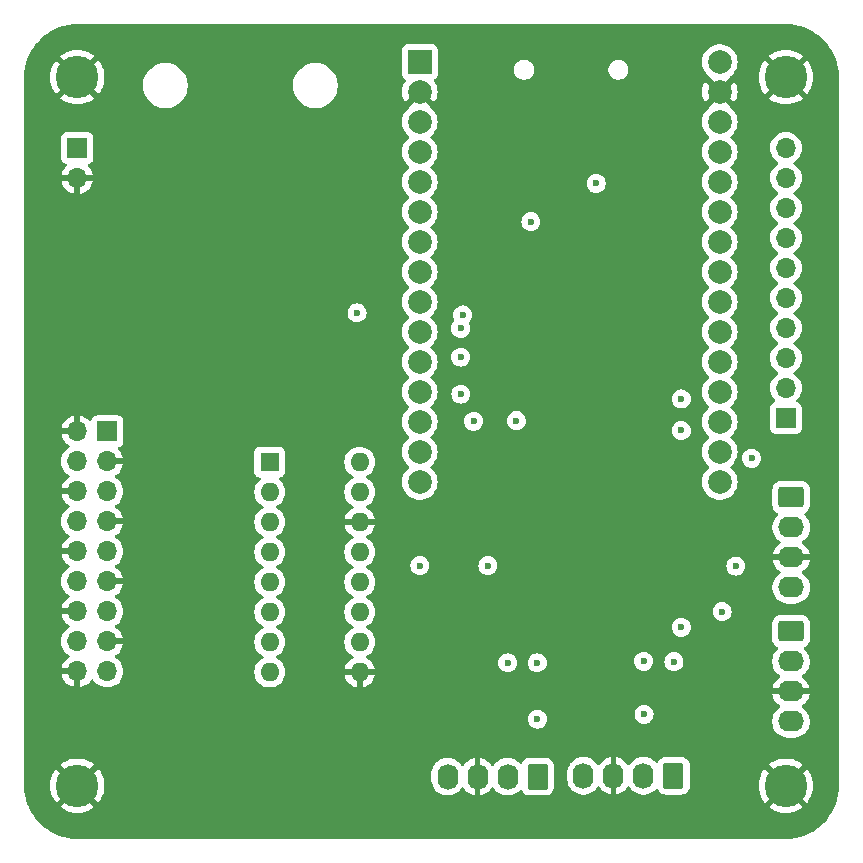
<source format=gbr>
%TF.GenerationSoftware,KiCad,Pcbnew,8.0.0-8.0.0-1~ubuntu20.04.1*%
%TF.CreationDate,2024-06-18T17:36:17-06:00*%
%TF.ProjectId,BioReactify,42696f52-6561-4637-9469-66792e6b6963,rev?*%
%TF.SameCoordinates,Original*%
%TF.FileFunction,Copper,L3,Inr*%
%TF.FilePolarity,Positive*%
%FSLAX46Y46*%
G04 Gerber Fmt 4.6, Leading zero omitted, Abs format (unit mm)*
G04 Created by KiCad (PCBNEW 8.0.0-8.0.0-1~ubuntu20.04.1) date 2024-06-18 17:36:17*
%MOMM*%
%LPD*%
G01*
G04 APERTURE LIST*
G04 Aperture macros list*
%AMRoundRect*
0 Rectangle with rounded corners*
0 $1 Rounding radius*
0 $2 $3 $4 $5 $6 $7 $8 $9 X,Y pos of 4 corners*
0 Add a 4 corners polygon primitive as box body*
4,1,4,$2,$3,$4,$5,$6,$7,$8,$9,$2,$3,0*
0 Add four circle primitives for the rounded corners*
1,1,$1+$1,$2,$3*
1,1,$1+$1,$4,$5*
1,1,$1+$1,$6,$7*
1,1,$1+$1,$8,$9*
0 Add four rect primitives between the rounded corners*
20,1,$1+$1,$2,$3,$4,$5,0*
20,1,$1+$1,$4,$5,$6,$7,0*
20,1,$1+$1,$6,$7,$8,$9,0*
20,1,$1+$1,$8,$9,$2,$3,0*%
G04 Aperture macros list end*
%TA.AperFunction,ComponentPad*%
%ADD10RoundRect,0.250000X-0.845000X0.620000X-0.845000X-0.620000X0.845000X-0.620000X0.845000X0.620000X0*%
%TD*%
%TA.AperFunction,ComponentPad*%
%ADD11O,2.190000X1.740000*%
%TD*%
%TA.AperFunction,ComponentPad*%
%ADD12R,2.000000X2.000000*%
%TD*%
%TA.AperFunction,ComponentPad*%
%ADD13C,2.000000*%
%TD*%
%TA.AperFunction,ComponentPad*%
%ADD14RoundRect,0.250000X0.620000X0.845000X-0.620000X0.845000X-0.620000X-0.845000X0.620000X-0.845000X0*%
%TD*%
%TA.AperFunction,ComponentPad*%
%ADD15O,1.740000X2.190000*%
%TD*%
%TA.AperFunction,ComponentPad*%
%ADD16C,3.600000*%
%TD*%
%TA.AperFunction,ComponentPad*%
%ADD17R,1.600000X1.600000*%
%TD*%
%TA.AperFunction,ComponentPad*%
%ADD18O,1.600000X1.600000*%
%TD*%
%TA.AperFunction,ComponentPad*%
%ADD19R,1.700000X1.700000*%
%TD*%
%TA.AperFunction,ComponentPad*%
%ADD20O,1.700000X1.700000*%
%TD*%
%TA.AperFunction,ViaPad*%
%ADD21C,0.600000*%
%TD*%
G04 APERTURE END LIST*
D10*
%TO.N,/I2C/SD0*%
%TO.C,I2C0*%
X205450000Y-60580000D03*
D11*
%TO.N,/I2C/SC0*%
X205450000Y-63120000D03*
%TO.N,GND*%
X205450000Y-65660000D03*
%TO.N,VDD*%
X205450000Y-68200000D03*
%TD*%
D12*
%TO.N,VDD*%
%TO.C,U1*%
X174007500Y-23714250D03*
D13*
%TO.N,GND*%
X174007500Y-26254250D03*
%TO.N,/CS1*%
X174007500Y-28794250D03*
%TO.N,/D2*%
X174007500Y-31334250D03*
%TO.N,/D4*%
X174007500Y-33874250D03*
%TO.N,/RS485/RX2*%
X174007500Y-36414250D03*
%TO.N,/RS485/TX2*%
X174007500Y-38954250D03*
%TO.N,/SCLK*%
X174007500Y-41494250D03*
%TO.N,/MISO*%
X174007500Y-44034250D03*
%TO.N,/MOSI*%
X174007500Y-46574250D03*
%TO.N,/SDA*%
X174007500Y-49114250D03*
%TO.N,unconnected-(U1-RX0-Pad12)*%
X174007500Y-51654250D03*
%TO.N,unconnected-(U1-TX0-Pad13)*%
X174007500Y-54194250D03*
%TO.N,/SCL*%
X174007500Y-56734250D03*
%TO.N,/CS*%
X174007500Y-59274250D03*
%TO.N,unconnected-(U1-EN-Pad16)*%
X199407500Y-59274250D03*
%TO.N,unconnected-(U1-VP-Pad17)*%
X199407500Y-56734250D03*
%TO.N,unconnected-(U1-VN-Pad18)*%
X199407500Y-54194250D03*
%TO.N,/D4*%
X199407500Y-51654250D03*
%TO.N,/D2*%
X199407500Y-49114250D03*
%TO.N,Net-(J2-Pin_3)*%
X199407500Y-46574250D03*
%TO.N,Net-(J2-Pin_4)*%
X199407500Y-44034250D03*
%TO.N,/DAC1*%
X199407500Y-41494250D03*
%TO.N,/DAC2*%
X199407500Y-38954250D03*
%TO.N,Net-(J2-Pin_7)*%
X199407500Y-36414250D03*
%TO.N,Net-(J2-Pin_8)*%
X199407500Y-33874250D03*
%TO.N,Net-(J2-Pin_9)*%
X199407500Y-31334250D03*
%TO.N,Net-(J2-Pin_10)*%
X199407500Y-28794250D03*
%TO.N,GND*%
X199407500Y-26254250D03*
%TO.N,unconnected-(U1-VIN-Pad30)*%
X199407500Y-23714250D03*
%TD*%
D14*
%TO.N,/I2C/SD2*%
%TO.C,I2C2*%
X195480000Y-84150000D03*
D15*
%TO.N,/I2C/SC2*%
X192940000Y-84150000D03*
%TO.N,GND*%
X190400000Y-84150000D03*
%TO.N,VDD*%
X187860000Y-84150000D03*
%TD*%
D16*
%TO.N,GND*%
%TO.C,H3*%
X145000000Y-25000000D03*
%TD*%
%TO.N,GND*%
%TO.C,H4*%
X145000000Y-85000000D03*
%TD*%
D17*
%TO.N,/ADC/CH0*%
%TO.C,U4*%
X161300000Y-57600000D03*
D18*
%TO.N,/ADC/CH1*%
X161300000Y-60140000D03*
%TO.N,/ADC/CH2*%
X161300000Y-62680000D03*
%TO.N,/ADC/CH3*%
X161300000Y-65220000D03*
%TO.N,/ADC/CH4*%
X161300000Y-67760000D03*
%TO.N,/ADC/CH5*%
X161300000Y-70300000D03*
%TO.N,/ADC/CH6*%
X161300000Y-72840000D03*
%TO.N,/ADC/CH7*%
X161300000Y-75380000D03*
%TO.N,GND*%
X168920000Y-75380000D03*
%TO.N,/CS*%
X168920000Y-72840000D03*
%TO.N,/MOSI*%
X168920000Y-70300000D03*
%TO.N,/MISO*%
X168920000Y-67760000D03*
%TO.N,/SCLK*%
X168920000Y-65220000D03*
%TO.N,GND*%
X168920000Y-62680000D03*
%TO.N,+3.3VADC*%
X168920000Y-60140000D03*
X168920000Y-57600000D03*
%TD*%
D16*
%TO.N,GND*%
%TO.C,H2*%
X205000000Y-85000000D03*
%TD*%
%TO.N,GND*%
%TO.C,H1*%
X205000000Y-25000000D03*
%TD*%
D10*
%TO.N,/I2C/SD1*%
%TO.C,I2C1*%
X205430000Y-71930000D03*
D11*
%TO.N,/I2C/SC1*%
X205430000Y-74470000D03*
%TO.N,GND*%
X205430000Y-77010000D03*
%TO.N,VDD*%
X205430000Y-79550000D03*
%TD*%
D14*
%TO.N,/I2C/SD3*%
%TO.C,I2C3*%
X183970000Y-84220000D03*
D15*
%TO.N,/I2C/SC3*%
X181430000Y-84220000D03*
%TO.N,GND*%
X178890000Y-84220000D03*
%TO.N,VDD*%
X176350000Y-84220000D03*
%TD*%
D19*
%TO.N,VDD*%
%TO.C,J4*%
X145000000Y-31000000D03*
D20*
%TO.N,GND*%
X145000000Y-33540000D03*
%TD*%
D19*
%TO.N,+3.3VADC*%
%TO.C,J1*%
X147540000Y-55000000D03*
D20*
%TO.N,GND*%
X145000000Y-55000000D03*
X147540000Y-57540000D03*
%TO.N,/ADC/INCH0*%
X145000000Y-57540000D03*
%TO.N,/ADC/INCH1*%
X147540000Y-60080000D03*
%TO.N,GND*%
X145000000Y-60080000D03*
X147540000Y-62620000D03*
%TO.N,/ADC/INCH2*%
X145000000Y-62620000D03*
%TO.N,/ADC/INCH3*%
X147540000Y-65160000D03*
%TO.N,GND*%
X145000000Y-65160000D03*
X147540000Y-67700000D03*
%TO.N,/ADC/INCH4*%
X145000000Y-67700000D03*
%TO.N,/ADC/INCH5*%
X147540000Y-70240000D03*
%TO.N,GND*%
X145000000Y-70240000D03*
X147540000Y-72780000D03*
%TO.N,/ADC/INCH6*%
X145000000Y-72780000D03*
%TO.N,/ADC/INCH7*%
X147540000Y-75320000D03*
%TO.N,GND*%
X145000000Y-75320000D03*
%TD*%
D19*
%TO.N,/D4*%
%TO.C,J2*%
X205000000Y-53860000D03*
D20*
%TO.N,/D2*%
X205000000Y-51320000D03*
%TO.N,Net-(J2-Pin_3)*%
X205000000Y-48780000D03*
%TO.N,Net-(J2-Pin_4)*%
X205000000Y-46240000D03*
%TO.N,/DAC1*%
X205000000Y-43700000D03*
%TO.N,/DAC2*%
X205000000Y-41160000D03*
%TO.N,Net-(J2-Pin_7)*%
X205000000Y-38620000D03*
%TO.N,Net-(J2-Pin_8)*%
X205000000Y-36080000D03*
%TO.N,Net-(J2-Pin_9)*%
X205000000Y-33540000D03*
%TO.N,Net-(J2-Pin_10)*%
X205000000Y-31000000D03*
%TD*%
D21*
%TO.N,GND*%
X165950000Y-54500000D03*
X155100000Y-72840000D03*
X155110000Y-65240000D03*
X191360000Y-50770000D03*
X157290000Y-33450000D03*
X167570000Y-38470000D03*
X155090000Y-75340000D03*
X167050000Y-47940000D03*
X160330000Y-33460000D03*
X155120000Y-62640000D03*
X182090000Y-56130000D03*
X155120000Y-60150000D03*
X159330000Y-33460000D03*
X155100000Y-70290000D03*
X191430000Y-46070000D03*
X191370000Y-51925000D03*
X155010000Y-57600000D03*
X158320000Y-33440000D03*
X155100000Y-67790000D03*
%TO.N,VDD*%
X196140000Y-54920000D03*
X178560000Y-54140000D03*
X179770000Y-66370000D03*
X177480000Y-51840000D03*
X181450000Y-74590000D03*
X177630000Y-45140000D03*
X168690000Y-44960000D03*
X182190000Y-54090000D03*
X202090000Y-57280000D03*
X192960000Y-74460000D03*
X195520000Y-74500000D03*
X196140000Y-52250000D03*
X177470000Y-46280000D03*
X183950000Y-74590000D03*
X177470000Y-48710000D03*
X196140000Y-71590000D03*
X200760000Y-66400000D03*
%TO.N,/I2C/SD1*%
X199600000Y-70250000D03*
%TO.N,/I2C/SC2*%
X192990000Y-78960000D03*
%TO.N,/I2C/SD3*%
X183960000Y-79360000D03*
%TO.N,/MISO*%
X183410000Y-37240000D03*
%TO.N,/CS*%
X174007500Y-66360000D03*
%TO.N,/CS1*%
X188930000Y-34000000D03*
%TD*%
%TA.AperFunction,Conductor*%
%TO.N,GND*%
G36*
X205002702Y-20500617D02*
G01*
X205386771Y-20517386D01*
X205397506Y-20518326D01*
X205775971Y-20568152D01*
X205786597Y-20570025D01*
X206159284Y-20652648D01*
X206169710Y-20655442D01*
X206533765Y-20770227D01*
X206543911Y-20773920D01*
X206896578Y-20920000D01*
X206906369Y-20924566D01*
X207244942Y-21100816D01*
X207254310Y-21106224D01*
X207576244Y-21311318D01*
X207585105Y-21317523D01*
X207887930Y-21549889D01*
X207896217Y-21556843D01*
X208177635Y-21814715D01*
X208185284Y-21822364D01*
X208443156Y-22103782D01*
X208450110Y-22112069D01*
X208682476Y-22414894D01*
X208688681Y-22423755D01*
X208893775Y-22745689D01*
X208899183Y-22755057D01*
X209075430Y-23093623D01*
X209080002Y-23103427D01*
X209226075Y-23456078D01*
X209229775Y-23466244D01*
X209344554Y-23830278D01*
X209347354Y-23840727D01*
X209429971Y-24213389D01*
X209431849Y-24224042D01*
X209481671Y-24602473D01*
X209482614Y-24613249D01*
X209499382Y-24997297D01*
X209499500Y-25002706D01*
X209499500Y-84997293D01*
X209499382Y-85002702D01*
X209482614Y-85386750D01*
X209481671Y-85397526D01*
X209431849Y-85775957D01*
X209429971Y-85786610D01*
X209347354Y-86159272D01*
X209344554Y-86169721D01*
X209229775Y-86533755D01*
X209226075Y-86543921D01*
X209080002Y-86896572D01*
X209075430Y-86906376D01*
X208899183Y-87244942D01*
X208893775Y-87254310D01*
X208688681Y-87576244D01*
X208682476Y-87585105D01*
X208450110Y-87887930D01*
X208443156Y-87896217D01*
X208185284Y-88177635D01*
X208177635Y-88185284D01*
X207896217Y-88443156D01*
X207887930Y-88450110D01*
X207585105Y-88682476D01*
X207576244Y-88688681D01*
X207254310Y-88893775D01*
X207244942Y-88899183D01*
X206906376Y-89075430D01*
X206896572Y-89080002D01*
X206543921Y-89226075D01*
X206533755Y-89229775D01*
X206169721Y-89344554D01*
X206159272Y-89347354D01*
X205786610Y-89429971D01*
X205775957Y-89431849D01*
X205397526Y-89481671D01*
X205386750Y-89482614D01*
X205002703Y-89499382D01*
X204997294Y-89499500D01*
X145002706Y-89499500D01*
X144997297Y-89499382D01*
X144613249Y-89482614D01*
X144602473Y-89481671D01*
X144224042Y-89431849D01*
X144213389Y-89429971D01*
X143840727Y-89347354D01*
X143830278Y-89344554D01*
X143466244Y-89229775D01*
X143456078Y-89226075D01*
X143103427Y-89080002D01*
X143093623Y-89075430D01*
X142755057Y-88899183D01*
X142745689Y-88893775D01*
X142423755Y-88688681D01*
X142414894Y-88682476D01*
X142112069Y-88450110D01*
X142103782Y-88443156D01*
X141822364Y-88185284D01*
X141814715Y-88177635D01*
X141556843Y-87896217D01*
X141549889Y-87887930D01*
X141317523Y-87585105D01*
X141311318Y-87576244D01*
X141106224Y-87254310D01*
X141100816Y-87244942D01*
X141091162Y-87226397D01*
X140924566Y-86906369D01*
X140919997Y-86896572D01*
X140891854Y-86828628D01*
X140773920Y-86543911D01*
X140770224Y-86533755D01*
X140655442Y-86169710D01*
X140652648Y-86159284D01*
X140570025Y-85786597D01*
X140568152Y-85775971D01*
X140518326Y-85397506D01*
X140517386Y-85386771D01*
X140500618Y-85002702D01*
X140500559Y-85000000D01*
X142695065Y-85000000D01*
X142714784Y-85300852D01*
X142714786Y-85300864D01*
X142773602Y-85596553D01*
X142773607Y-85596573D01*
X142870514Y-85882052D01*
X142870518Y-85882062D01*
X143003868Y-86152469D01*
X143171371Y-86403155D01*
X143171374Y-86403159D01*
X143204973Y-86441470D01*
X143204974Y-86441470D01*
X143705747Y-85940697D01*
X143779588Y-86042330D01*
X143957670Y-86220412D01*
X144059301Y-86294251D01*
X143558528Y-86795024D01*
X143558528Y-86795025D01*
X143596840Y-86828625D01*
X143596844Y-86828628D01*
X143847530Y-86996131D01*
X144117937Y-87129481D01*
X144117947Y-87129485D01*
X144403426Y-87226392D01*
X144403446Y-87226397D01*
X144699135Y-87285213D01*
X144699147Y-87285215D01*
X145000000Y-87304934D01*
X145300852Y-87285215D01*
X145300864Y-87285213D01*
X145596553Y-87226397D01*
X145596573Y-87226392D01*
X145882052Y-87129485D01*
X145882062Y-87129481D01*
X146152469Y-86996131D01*
X146403157Y-86828627D01*
X146441470Y-86795025D01*
X146441470Y-86795023D01*
X145940698Y-86294251D01*
X146042330Y-86220412D01*
X146220412Y-86042330D01*
X146294251Y-85940698D01*
X146795023Y-86441470D01*
X146795025Y-86441470D01*
X146828627Y-86403157D01*
X146996131Y-86152469D01*
X147129481Y-85882062D01*
X147129485Y-85882052D01*
X147226392Y-85596573D01*
X147226397Y-85596553D01*
X147285213Y-85300864D01*
X147285215Y-85300852D01*
X147304934Y-85000000D01*
X147285215Y-84699147D01*
X147285213Y-84699135D01*
X147256118Y-84552866D01*
X174979500Y-84552866D01*
X175013245Y-84765922D01*
X175013246Y-84765926D01*
X175079908Y-84971089D01*
X175177843Y-85163299D01*
X175304641Y-85337821D01*
X175457179Y-85490359D01*
X175631701Y-85617157D01*
X175823911Y-85715092D01*
X176029074Y-85781754D01*
X176096796Y-85792480D01*
X176242134Y-85815500D01*
X176242139Y-85815500D01*
X176457866Y-85815500D01*
X176576230Y-85796752D01*
X176670926Y-85781754D01*
X176876089Y-85715092D01*
X177068299Y-85617157D01*
X177242821Y-85490359D01*
X177395359Y-85337821D01*
X177519991Y-85166279D01*
X177575321Y-85123614D01*
X177644934Y-85117635D01*
X177706729Y-85150241D01*
X177720627Y-85166279D01*
X177845025Y-85337496D01*
X177845025Y-85337497D01*
X177997502Y-85489974D01*
X178171963Y-85616728D01*
X178364098Y-85714627D01*
X178569190Y-85781266D01*
X178640000Y-85792481D01*
X178640000Y-84762709D01*
X178660339Y-84774452D01*
X178811667Y-84815000D01*
X178968333Y-84815000D01*
X179119661Y-84774452D01*
X179140000Y-84762709D01*
X179140000Y-85792480D01*
X179210809Y-85781266D01*
X179415901Y-85714627D01*
X179608036Y-85616728D01*
X179782496Y-85489974D01*
X179782497Y-85489974D01*
X179934974Y-85337497D01*
X179934979Y-85337491D01*
X180059372Y-85166280D01*
X180114702Y-85123614D01*
X180184315Y-85117635D01*
X180246110Y-85150241D01*
X180260008Y-85166279D01*
X180384641Y-85337821D01*
X180537179Y-85490359D01*
X180711701Y-85617157D01*
X180903911Y-85715092D01*
X181109074Y-85781754D01*
X181176796Y-85792480D01*
X181322134Y-85815500D01*
X181322139Y-85815500D01*
X181537866Y-85815500D01*
X181656230Y-85796752D01*
X181750926Y-85781754D01*
X181956089Y-85715092D01*
X182148299Y-85617157D01*
X182322821Y-85490359D01*
X182464807Y-85348372D01*
X182526126Y-85314890D01*
X182595818Y-85319874D01*
X182651752Y-85361745D01*
X182664864Y-85383645D01*
X182665181Y-85384326D01*
X182665186Y-85384334D01*
X182757288Y-85533656D01*
X182881344Y-85657712D01*
X183030666Y-85749814D01*
X183197203Y-85804999D01*
X183299991Y-85815500D01*
X184640008Y-85815499D01*
X184742797Y-85804999D01*
X184909334Y-85749814D01*
X185058656Y-85657712D01*
X185182712Y-85533656D01*
X185274814Y-85384334D01*
X185329999Y-85217797D01*
X185340500Y-85115009D01*
X185340500Y-84482866D01*
X186489500Y-84482866D01*
X186515409Y-84646446D01*
X186523246Y-84695926D01*
X186589908Y-84901089D01*
X186687843Y-85093299D01*
X186814641Y-85267821D01*
X186967179Y-85420359D01*
X187141701Y-85547157D01*
X187333911Y-85645092D01*
X187539074Y-85711754D01*
X187606796Y-85722480D01*
X187752134Y-85745500D01*
X187752139Y-85745500D01*
X187967866Y-85745500D01*
X188086230Y-85726752D01*
X188180926Y-85711754D01*
X188386089Y-85645092D01*
X188578299Y-85547157D01*
X188752821Y-85420359D01*
X188905359Y-85267821D01*
X189029991Y-85096279D01*
X189085321Y-85053614D01*
X189154934Y-85047635D01*
X189216729Y-85080241D01*
X189230627Y-85096279D01*
X189355025Y-85267496D01*
X189355025Y-85267497D01*
X189507502Y-85419974D01*
X189681963Y-85546728D01*
X189874098Y-85644627D01*
X190079190Y-85711266D01*
X190150000Y-85722481D01*
X190150000Y-84692709D01*
X190170339Y-84704452D01*
X190321667Y-84745000D01*
X190478333Y-84745000D01*
X190629661Y-84704452D01*
X190650000Y-84692709D01*
X190650000Y-85722480D01*
X190720809Y-85711266D01*
X190925901Y-85644627D01*
X191118036Y-85546728D01*
X191292496Y-85419974D01*
X191292497Y-85419974D01*
X191444974Y-85267497D01*
X191444979Y-85267491D01*
X191569372Y-85096280D01*
X191624702Y-85053614D01*
X191694315Y-85047635D01*
X191756110Y-85080241D01*
X191770008Y-85096279D01*
X191894641Y-85267821D01*
X192047179Y-85420359D01*
X192221701Y-85547157D01*
X192413911Y-85645092D01*
X192619074Y-85711754D01*
X192686796Y-85722480D01*
X192832134Y-85745500D01*
X192832139Y-85745500D01*
X193047866Y-85745500D01*
X193166230Y-85726752D01*
X193260926Y-85711754D01*
X193466089Y-85645092D01*
X193658299Y-85547157D01*
X193832821Y-85420359D01*
X193974807Y-85278372D01*
X194036126Y-85244890D01*
X194105818Y-85249874D01*
X194161752Y-85291745D01*
X194174864Y-85313645D01*
X194175181Y-85314326D01*
X194175186Y-85314334D01*
X194267288Y-85463656D01*
X194391344Y-85587712D01*
X194540666Y-85679814D01*
X194707203Y-85734999D01*
X194809991Y-85745500D01*
X196150008Y-85745499D01*
X196252797Y-85734999D01*
X196419334Y-85679814D01*
X196568656Y-85587712D01*
X196692712Y-85463656D01*
X196784814Y-85314334D01*
X196839999Y-85147797D01*
X196850500Y-85045009D01*
X196850500Y-85000000D01*
X202695065Y-85000000D01*
X202714784Y-85300852D01*
X202714786Y-85300864D01*
X202773602Y-85596553D01*
X202773607Y-85596573D01*
X202870514Y-85882052D01*
X202870518Y-85882062D01*
X203003868Y-86152469D01*
X203171371Y-86403155D01*
X203171374Y-86403159D01*
X203204973Y-86441470D01*
X203204974Y-86441470D01*
X203705747Y-85940697D01*
X203779588Y-86042330D01*
X203957670Y-86220412D01*
X204059301Y-86294251D01*
X203558528Y-86795024D01*
X203558528Y-86795025D01*
X203596840Y-86828625D01*
X203596844Y-86828628D01*
X203847530Y-86996131D01*
X204117937Y-87129481D01*
X204117947Y-87129485D01*
X204403426Y-87226392D01*
X204403446Y-87226397D01*
X204699135Y-87285213D01*
X204699147Y-87285215D01*
X205000000Y-87304934D01*
X205300852Y-87285215D01*
X205300864Y-87285213D01*
X205596553Y-87226397D01*
X205596573Y-87226392D01*
X205882052Y-87129485D01*
X205882062Y-87129481D01*
X206152469Y-86996131D01*
X206403157Y-86828627D01*
X206441470Y-86795025D01*
X206441470Y-86795023D01*
X205940698Y-86294251D01*
X206042330Y-86220412D01*
X206220412Y-86042330D01*
X206294251Y-85940698D01*
X206795023Y-86441470D01*
X206795025Y-86441470D01*
X206828627Y-86403157D01*
X206996131Y-86152469D01*
X207129481Y-85882062D01*
X207129485Y-85882052D01*
X207226392Y-85596573D01*
X207226397Y-85596553D01*
X207285213Y-85300864D01*
X207285215Y-85300852D01*
X207304934Y-85000000D01*
X207285215Y-84699147D01*
X207285213Y-84699135D01*
X207226397Y-84403446D01*
X207226393Y-84403431D01*
X207129483Y-84117944D01*
X207129474Y-84117923D01*
X206996129Y-83847528D01*
X206828633Y-83596851D01*
X206828625Y-83596840D01*
X206795025Y-83558528D01*
X206795024Y-83558528D01*
X206294251Y-84059300D01*
X206220412Y-83957670D01*
X206042330Y-83779588D01*
X205940697Y-83705747D01*
X206441470Y-83204974D01*
X206441470Y-83204973D01*
X206403159Y-83171374D01*
X206403155Y-83171371D01*
X206152469Y-83003868D01*
X205882062Y-82870518D01*
X205882052Y-82870514D01*
X205596573Y-82773607D01*
X205596553Y-82773602D01*
X205300864Y-82714786D01*
X205300852Y-82714784D01*
X205000000Y-82695065D01*
X204699147Y-82714784D01*
X204699135Y-82714786D01*
X204403446Y-82773602D01*
X204403431Y-82773606D01*
X204117944Y-82870516D01*
X204117923Y-82870525D01*
X203847528Y-83003870D01*
X203596844Y-83171370D01*
X203596837Y-83171376D01*
X203558528Y-83204972D01*
X203558527Y-83204974D01*
X204059301Y-83705748D01*
X203957670Y-83779588D01*
X203779588Y-83957670D01*
X203705748Y-84059301D01*
X203204974Y-83558527D01*
X203204972Y-83558528D01*
X203171376Y-83596837D01*
X203171370Y-83596844D01*
X203003870Y-83847528D01*
X202870525Y-84117923D01*
X202870516Y-84117944D01*
X202773606Y-84403431D01*
X202773602Y-84403446D01*
X202714786Y-84699135D01*
X202714784Y-84699147D01*
X202695065Y-85000000D01*
X196850500Y-85000000D01*
X196850499Y-83254992D01*
X196839999Y-83152203D01*
X196784814Y-82985666D01*
X196692712Y-82836344D01*
X196568656Y-82712288D01*
X196475628Y-82654908D01*
X196419336Y-82620187D01*
X196419331Y-82620185D01*
X196417862Y-82619698D01*
X196252797Y-82565001D01*
X196252795Y-82565000D01*
X196150010Y-82554500D01*
X194809998Y-82554500D01*
X194809981Y-82554501D01*
X194707203Y-82565000D01*
X194707200Y-82565001D01*
X194540668Y-82620185D01*
X194540663Y-82620187D01*
X194391342Y-82712289D01*
X194267289Y-82836342D01*
X194175179Y-82985677D01*
X194174861Y-82986360D01*
X194174518Y-82986748D01*
X194171395Y-82991813D01*
X194170529Y-82991278D01*
X194128683Y-83038794D01*
X194061487Y-83057939D01*
X193994608Y-83037716D01*
X193974804Y-83021624D01*
X193832823Y-82879643D01*
X193832821Y-82879641D01*
X193658299Y-82752843D01*
X193466089Y-82654908D01*
X193260926Y-82588246D01*
X193260924Y-82588245D01*
X193260922Y-82588245D01*
X193047866Y-82554500D01*
X193047861Y-82554500D01*
X192832139Y-82554500D01*
X192832134Y-82554500D01*
X192619077Y-82588245D01*
X192619074Y-82588246D01*
X192507497Y-82624500D01*
X192413908Y-82654909D01*
X192221700Y-82752843D01*
X192124765Y-82823271D01*
X192047179Y-82879641D01*
X192047177Y-82879643D01*
X192047176Y-82879643D01*
X191894642Y-83032177D01*
X191770008Y-83203720D01*
X191714677Y-83246385D01*
X191645064Y-83252364D01*
X191583269Y-83219758D01*
X191569372Y-83203720D01*
X191444974Y-83032503D01*
X191444974Y-83032502D01*
X191292497Y-82880025D01*
X191118036Y-82753271D01*
X190925899Y-82655372D01*
X190720805Y-82588733D01*
X190650000Y-82577518D01*
X190650000Y-83607290D01*
X190629661Y-83595548D01*
X190478333Y-83555000D01*
X190321667Y-83555000D01*
X190170339Y-83595548D01*
X190150000Y-83607290D01*
X190150000Y-82577518D01*
X190149999Y-82577518D01*
X190079194Y-82588733D01*
X189874100Y-82655372D01*
X189681963Y-82753271D01*
X189507503Y-82880025D01*
X189507502Y-82880025D01*
X189355024Y-83032503D01*
X189230627Y-83203720D01*
X189175296Y-83246385D01*
X189105683Y-83252364D01*
X189043888Y-83219758D01*
X189029991Y-83203720D01*
X188905359Y-83032179D01*
X188752821Y-82879641D01*
X188578299Y-82752843D01*
X188386089Y-82654908D01*
X188180926Y-82588246D01*
X188180924Y-82588245D01*
X188180922Y-82588245D01*
X187967866Y-82554500D01*
X187967861Y-82554500D01*
X187752139Y-82554500D01*
X187752134Y-82554500D01*
X187539077Y-82588245D01*
X187539074Y-82588246D01*
X187427497Y-82624500D01*
X187333908Y-82654909D01*
X187141700Y-82752843D01*
X187044765Y-82823271D01*
X186967179Y-82879641D01*
X186967177Y-82879643D01*
X186967176Y-82879643D01*
X186814643Y-83032176D01*
X186814643Y-83032177D01*
X186814641Y-83032179D01*
X186760186Y-83107129D01*
X186687843Y-83206700D01*
X186589909Y-83398908D01*
X186523245Y-83604077D01*
X186489500Y-83817133D01*
X186489500Y-84482866D01*
X185340500Y-84482866D01*
X185340499Y-83324992D01*
X185329999Y-83222203D01*
X185274814Y-83055666D01*
X185182712Y-82906344D01*
X185058656Y-82782288D01*
X184909334Y-82690186D01*
X184742797Y-82635001D01*
X184742795Y-82635000D01*
X184640010Y-82624500D01*
X183299998Y-82624500D01*
X183299981Y-82624501D01*
X183197203Y-82635000D01*
X183197200Y-82635001D01*
X183030668Y-82690185D01*
X183030663Y-82690187D01*
X182881342Y-82782289D01*
X182757289Y-82906342D01*
X182665179Y-83055677D01*
X182664861Y-83056360D01*
X182664518Y-83056748D01*
X182661395Y-83061813D01*
X182660529Y-83061278D01*
X182618683Y-83108794D01*
X182551487Y-83127939D01*
X182484608Y-83107716D01*
X182464804Y-83091624D01*
X182322823Y-82949643D01*
X182322821Y-82949641D01*
X182148299Y-82822843D01*
X181956089Y-82724908D01*
X181750926Y-82658246D01*
X181750924Y-82658245D01*
X181750922Y-82658245D01*
X181537866Y-82624500D01*
X181537861Y-82624500D01*
X181322139Y-82624500D01*
X181322134Y-82624500D01*
X181109077Y-82658245D01*
X180903908Y-82724909D01*
X180711700Y-82822843D01*
X180633525Y-82879641D01*
X180537179Y-82949641D01*
X180537177Y-82949643D01*
X180537176Y-82949643D01*
X180384642Y-83102177D01*
X180260008Y-83273720D01*
X180204677Y-83316385D01*
X180135064Y-83322364D01*
X180073269Y-83289758D01*
X180059372Y-83273720D01*
X179934974Y-83102503D01*
X179934974Y-83102502D01*
X179782497Y-82950025D01*
X179608036Y-82823271D01*
X179415899Y-82725372D01*
X179210805Y-82658733D01*
X179140000Y-82647518D01*
X179140000Y-83677290D01*
X179119661Y-83665548D01*
X178968333Y-83625000D01*
X178811667Y-83625000D01*
X178660339Y-83665548D01*
X178640000Y-83677290D01*
X178640000Y-82647518D01*
X178639999Y-82647518D01*
X178569194Y-82658733D01*
X178364100Y-82725372D01*
X178171963Y-82823271D01*
X177997503Y-82950025D01*
X177997502Y-82950025D01*
X177845024Y-83102503D01*
X177720627Y-83273720D01*
X177665296Y-83316385D01*
X177595683Y-83322364D01*
X177533888Y-83289758D01*
X177519991Y-83273720D01*
X177395359Y-83102179D01*
X177242821Y-82949641D01*
X177068299Y-82822843D01*
X176876089Y-82724908D01*
X176670926Y-82658246D01*
X176670924Y-82658245D01*
X176670922Y-82658245D01*
X176457866Y-82624500D01*
X176457861Y-82624500D01*
X176242139Y-82624500D01*
X176242134Y-82624500D01*
X176029077Y-82658245D01*
X175823908Y-82724909D01*
X175631700Y-82822843D01*
X175553525Y-82879641D01*
X175457179Y-82949641D01*
X175457177Y-82949643D01*
X175457176Y-82949643D01*
X175304643Y-83102176D01*
X175304643Y-83102177D01*
X175304641Y-83102179D01*
X175254371Y-83171370D01*
X175177843Y-83276700D01*
X175079909Y-83468908D01*
X175013245Y-83674077D01*
X174979500Y-83887133D01*
X174979500Y-84552866D01*
X147256118Y-84552866D01*
X147226397Y-84403446D01*
X147226393Y-84403431D01*
X147129483Y-84117944D01*
X147129474Y-84117923D01*
X146996129Y-83847528D01*
X146828633Y-83596851D01*
X146828625Y-83596840D01*
X146795025Y-83558528D01*
X146795024Y-83558528D01*
X146294251Y-84059300D01*
X146220412Y-83957670D01*
X146042330Y-83779588D01*
X145940697Y-83705747D01*
X146441470Y-83204974D01*
X146441470Y-83204973D01*
X146403159Y-83171374D01*
X146403155Y-83171371D01*
X146152469Y-83003868D01*
X145882062Y-82870518D01*
X145882052Y-82870514D01*
X145596573Y-82773607D01*
X145596553Y-82773602D01*
X145300864Y-82714786D01*
X145300852Y-82714784D01*
X145000000Y-82695065D01*
X144699147Y-82714784D01*
X144699135Y-82714786D01*
X144403446Y-82773602D01*
X144403431Y-82773606D01*
X144117944Y-82870516D01*
X144117923Y-82870525D01*
X143847528Y-83003870D01*
X143596844Y-83171370D01*
X143596837Y-83171376D01*
X143558528Y-83204972D01*
X143558527Y-83204974D01*
X144059301Y-83705748D01*
X143957670Y-83779588D01*
X143779588Y-83957670D01*
X143705748Y-84059301D01*
X143204974Y-83558527D01*
X143204972Y-83558528D01*
X143171376Y-83596837D01*
X143171370Y-83596844D01*
X143003870Y-83847528D01*
X142870525Y-84117923D01*
X142870516Y-84117944D01*
X142773606Y-84403431D01*
X142773602Y-84403446D01*
X142714786Y-84699135D01*
X142714784Y-84699147D01*
X142695065Y-85000000D01*
X140500559Y-85000000D01*
X140500500Y-84997293D01*
X140500500Y-79360003D01*
X183154435Y-79360003D01*
X183174630Y-79539249D01*
X183174631Y-79539254D01*
X183234211Y-79709523D01*
X183256735Y-79745369D01*
X183330184Y-79862262D01*
X183457738Y-79989816D01*
X183548080Y-80046582D01*
X183595043Y-80076091D01*
X183610478Y-80085789D01*
X183780745Y-80145368D01*
X183780750Y-80145369D01*
X183959996Y-80165565D01*
X183960000Y-80165565D01*
X183960004Y-80165565D01*
X184139249Y-80145369D01*
X184139252Y-80145368D01*
X184139255Y-80145368D01*
X184309522Y-80085789D01*
X184462262Y-79989816D01*
X184589816Y-79862262D01*
X184685789Y-79709522D01*
X184745368Y-79539255D01*
X184754043Y-79462262D01*
X184765565Y-79360003D01*
X184765565Y-79359996D01*
X184745369Y-79180750D01*
X184745368Y-79180745D01*
X184685788Y-79010476D01*
X184654073Y-78960003D01*
X192184435Y-78960003D01*
X192204630Y-79139249D01*
X192204631Y-79139254D01*
X192264211Y-79309523D01*
X192295926Y-79359996D01*
X192360184Y-79462262D01*
X192487738Y-79589816D01*
X192640478Y-79685789D01*
X192708306Y-79709523D01*
X192810745Y-79745368D01*
X192810750Y-79745369D01*
X192989996Y-79765565D01*
X192990000Y-79765565D01*
X192990004Y-79765565D01*
X193169249Y-79745369D01*
X193169252Y-79745368D01*
X193169255Y-79745368D01*
X193339522Y-79685789D01*
X193383961Y-79657866D01*
X203834500Y-79657866D01*
X203868245Y-79870922D01*
X203868246Y-79870926D01*
X203934908Y-80076089D01*
X204032843Y-80268299D01*
X204159641Y-80442821D01*
X204312179Y-80595359D01*
X204486701Y-80722157D01*
X204678911Y-80820092D01*
X204884074Y-80886754D01*
X204963973Y-80899408D01*
X205097134Y-80920500D01*
X205097139Y-80920500D01*
X205762866Y-80920500D01*
X205881230Y-80901752D01*
X205975926Y-80886754D01*
X206181089Y-80820092D01*
X206373299Y-80722157D01*
X206547821Y-80595359D01*
X206700359Y-80442821D01*
X206827157Y-80268299D01*
X206925092Y-80076089D01*
X206991754Y-79870926D01*
X207006752Y-79776230D01*
X207025500Y-79657866D01*
X207025500Y-79442133D01*
X206991754Y-79229077D01*
X206991754Y-79229074D01*
X206925092Y-79023911D01*
X206827157Y-78831701D01*
X206700359Y-78657179D01*
X206547821Y-78504641D01*
X206376279Y-78380008D01*
X206333614Y-78324678D01*
X206327635Y-78255064D01*
X206360241Y-78193269D01*
X206376280Y-78179372D01*
X206547491Y-78054979D01*
X206547497Y-78054974D01*
X206699974Y-77902497D01*
X206699974Y-77902496D01*
X206826728Y-77728036D01*
X206924627Y-77535901D01*
X206991266Y-77330809D01*
X207002481Y-77260000D01*
X205972709Y-77260000D01*
X205984452Y-77239661D01*
X206025000Y-77088333D01*
X206025000Y-76931667D01*
X205984452Y-76780339D01*
X205972709Y-76760000D01*
X207002481Y-76760000D01*
X206991266Y-76689190D01*
X206924627Y-76484098D01*
X206826728Y-76291963D01*
X206699974Y-76117503D01*
X206699974Y-76117502D01*
X206547497Y-75965025D01*
X206376279Y-75840627D01*
X206333614Y-75785297D01*
X206327635Y-75715683D01*
X206360241Y-75653888D01*
X206376280Y-75639991D01*
X206547821Y-75515359D01*
X206700359Y-75362821D01*
X206827157Y-75188299D01*
X206925092Y-74996089D01*
X206991754Y-74790926D01*
X207009605Y-74678219D01*
X207025500Y-74577866D01*
X207025500Y-74362133D01*
X206992198Y-74151879D01*
X206991754Y-74149074D01*
X206925092Y-73943911D01*
X206827157Y-73751701D01*
X206700359Y-73577179D01*
X206558375Y-73435195D01*
X206524890Y-73373872D01*
X206529874Y-73304180D01*
X206571746Y-73248247D01*
X206593657Y-73235129D01*
X206594322Y-73234817D01*
X206594334Y-73234814D01*
X206743656Y-73142712D01*
X206867712Y-73018656D01*
X206959814Y-72869334D01*
X207014999Y-72702797D01*
X207025500Y-72600009D01*
X207025499Y-71259992D01*
X207023505Y-71240476D01*
X207014999Y-71157203D01*
X207014998Y-71157200D01*
X206999716Y-71111082D01*
X206959814Y-70990666D01*
X206867712Y-70841344D01*
X206743656Y-70717288D01*
X206594334Y-70625186D01*
X206427797Y-70570001D01*
X206427795Y-70570000D01*
X206325010Y-70559500D01*
X204534998Y-70559500D01*
X204534981Y-70559501D01*
X204432203Y-70570000D01*
X204432200Y-70570001D01*
X204265668Y-70625185D01*
X204265663Y-70625187D01*
X204116342Y-70717289D01*
X203992289Y-70841342D01*
X203900187Y-70990663D01*
X203900185Y-70990668D01*
X203872349Y-71074670D01*
X203845001Y-71157203D01*
X203845001Y-71157204D01*
X203845000Y-71157204D01*
X203834500Y-71259983D01*
X203834500Y-72600001D01*
X203834501Y-72600018D01*
X203845000Y-72702796D01*
X203845001Y-72702799D01*
X203890465Y-72839998D01*
X203900186Y-72869334D01*
X203992288Y-73018656D01*
X204116344Y-73142712D01*
X204265666Y-73234814D01*
X204265668Y-73234814D01*
X204265669Y-73234815D01*
X204266348Y-73235132D01*
X204266735Y-73235473D01*
X204271813Y-73238605D01*
X204271277Y-73239472D01*
X204318787Y-73281304D01*
X204337939Y-73348498D01*
X204317723Y-73415379D01*
X204301625Y-73435195D01*
X204159640Y-73577180D01*
X204032843Y-73751700D01*
X203934909Y-73943908D01*
X203934908Y-73943910D01*
X203934908Y-73943911D01*
X203930416Y-73957737D01*
X203868245Y-74149077D01*
X203834500Y-74362133D01*
X203834500Y-74577866D01*
X203868245Y-74790922D01*
X203868246Y-74790926D01*
X203934908Y-74996089D01*
X204032843Y-75188299D01*
X204159641Y-75362821D01*
X204312179Y-75515359D01*
X204483720Y-75639991D01*
X204526385Y-75695321D01*
X204532364Y-75764935D01*
X204499758Y-75826730D01*
X204483720Y-75840627D01*
X204312503Y-75965024D01*
X204160025Y-76117502D01*
X204160025Y-76117503D01*
X204033271Y-76291963D01*
X203935372Y-76484098D01*
X203868733Y-76689190D01*
X203857519Y-76760000D01*
X204887291Y-76760000D01*
X204875548Y-76780339D01*
X204835000Y-76931667D01*
X204835000Y-77088333D01*
X204875548Y-77239661D01*
X204887291Y-77260000D01*
X203857519Y-77260000D01*
X203868733Y-77330809D01*
X203935372Y-77535901D01*
X204033271Y-77728036D01*
X204160025Y-77902496D01*
X204160025Y-77902497D01*
X204312502Y-78054974D01*
X204483720Y-78179372D01*
X204526385Y-78234702D01*
X204532364Y-78304316D01*
X204499758Y-78366110D01*
X204483720Y-78380008D01*
X204312177Y-78504642D01*
X204159643Y-78657176D01*
X204159643Y-78657177D01*
X204159641Y-78657179D01*
X204106600Y-78730184D01*
X204032843Y-78831700D01*
X203934909Y-79023908D01*
X203868245Y-79229077D01*
X203834500Y-79442133D01*
X203834500Y-79657866D01*
X193383961Y-79657866D01*
X193492262Y-79589816D01*
X193619816Y-79462262D01*
X193715789Y-79309522D01*
X193775368Y-79139255D01*
X193788364Y-79023911D01*
X193795565Y-78960003D01*
X193795565Y-78959996D01*
X193775369Y-78780750D01*
X193775368Y-78780745D01*
X193732130Y-78657179D01*
X193715789Y-78610478D01*
X193693265Y-78574632D01*
X193619815Y-78457737D01*
X193492262Y-78330184D01*
X193339523Y-78234211D01*
X193169254Y-78174631D01*
X193169249Y-78174630D01*
X192990004Y-78154435D01*
X192989996Y-78154435D01*
X192810750Y-78174630D01*
X192810745Y-78174631D01*
X192640476Y-78234211D01*
X192487737Y-78330184D01*
X192360184Y-78457737D01*
X192264211Y-78610476D01*
X192204631Y-78780745D01*
X192204630Y-78780750D01*
X192184435Y-78959996D01*
X192184435Y-78960003D01*
X184654073Y-78960003D01*
X184589815Y-78857737D01*
X184462262Y-78730184D01*
X184309523Y-78634211D01*
X184139254Y-78574631D01*
X184139249Y-78574630D01*
X183960004Y-78554435D01*
X183959996Y-78554435D01*
X183780750Y-78574630D01*
X183780745Y-78574631D01*
X183610476Y-78634211D01*
X183457737Y-78730184D01*
X183330184Y-78857737D01*
X183234211Y-79010476D01*
X183174631Y-79180745D01*
X183174630Y-79180750D01*
X183154435Y-79359996D01*
X183154435Y-79360003D01*
X140500500Y-79360003D01*
X140500500Y-72780000D01*
X143644341Y-72780000D01*
X143664936Y-73015403D01*
X143664938Y-73015413D01*
X143726094Y-73243655D01*
X143726096Y-73243659D01*
X143726097Y-73243663D01*
X143806170Y-73415379D01*
X143825965Y-73457830D01*
X143825967Y-73457834D01*
X143909532Y-73577176D01*
X143961501Y-73651396D01*
X143961506Y-73651402D01*
X144128597Y-73818493D01*
X144128603Y-73818498D01*
X144159378Y-73840047D01*
X144307711Y-73943911D01*
X144314594Y-73948730D01*
X144358219Y-74003307D01*
X144365413Y-74072805D01*
X144333890Y-74135160D01*
X144314595Y-74151880D01*
X144128922Y-74281890D01*
X144128920Y-74281891D01*
X143961891Y-74448920D01*
X143961886Y-74448926D01*
X143826400Y-74642420D01*
X143826399Y-74642422D01*
X143726570Y-74856507D01*
X143726567Y-74856513D01*
X143669364Y-75069999D01*
X143669364Y-75070000D01*
X144566988Y-75070000D01*
X144534075Y-75127007D01*
X144500000Y-75254174D01*
X144500000Y-75385826D01*
X144534075Y-75512993D01*
X144566988Y-75570000D01*
X143669364Y-75570000D01*
X143726567Y-75783486D01*
X143726570Y-75783492D01*
X143826399Y-75997578D01*
X143961894Y-76191082D01*
X144128917Y-76358105D01*
X144322421Y-76493600D01*
X144536507Y-76593429D01*
X144536516Y-76593433D01*
X144750000Y-76650634D01*
X144750000Y-75753012D01*
X144807007Y-75785925D01*
X144934174Y-75820000D01*
X145065826Y-75820000D01*
X145192993Y-75785925D01*
X145250000Y-75753012D01*
X145250000Y-76650633D01*
X145463483Y-76593433D01*
X145463492Y-76593429D01*
X145677578Y-76493600D01*
X145871082Y-76358105D01*
X146038105Y-76191082D01*
X146168119Y-76005405D01*
X146222696Y-75961781D01*
X146292195Y-75954588D01*
X146354549Y-75986110D01*
X146371269Y-76005405D01*
X146501505Y-76191401D01*
X146668599Y-76358495D01*
X146765384Y-76426265D01*
X146862165Y-76494032D01*
X146862167Y-76494033D01*
X146862170Y-76494035D01*
X147076337Y-76593903D01*
X147304592Y-76655063D01*
X147492918Y-76671539D01*
X147539999Y-76675659D01*
X147540000Y-76675659D01*
X147540001Y-76675659D01*
X147579234Y-76672226D01*
X147775408Y-76655063D01*
X148003663Y-76593903D01*
X148217830Y-76494035D01*
X148411401Y-76358495D01*
X148578495Y-76191401D01*
X148714035Y-75997830D01*
X148813903Y-75783663D01*
X148875063Y-75555408D01*
X148890409Y-75380001D01*
X159994532Y-75380001D01*
X160014364Y-75606686D01*
X160014366Y-75606697D01*
X160073258Y-75826488D01*
X160073261Y-75826497D01*
X160169431Y-76032732D01*
X160169432Y-76032734D01*
X160299954Y-76219141D01*
X160460858Y-76380045D01*
X160460861Y-76380047D01*
X160647266Y-76510568D01*
X160853504Y-76606739D01*
X161073308Y-76665635D01*
X161235230Y-76679801D01*
X161299998Y-76685468D01*
X161300000Y-76685468D01*
X161300002Y-76685468D01*
X161356673Y-76680509D01*
X161526692Y-76665635D01*
X161746496Y-76606739D01*
X161952734Y-76510568D01*
X162139139Y-76380047D01*
X162300047Y-76219139D01*
X162430568Y-76032734D01*
X162526739Y-75826496D01*
X162585635Y-75606692D01*
X162605468Y-75380000D01*
X162585635Y-75153308D01*
X162526739Y-74933504D01*
X162430568Y-74727266D01*
X162300047Y-74540861D01*
X162300045Y-74540858D01*
X162139141Y-74379954D01*
X161952734Y-74249432D01*
X161952728Y-74249429D01*
X161894725Y-74222382D01*
X161842285Y-74176210D01*
X161823133Y-74109017D01*
X161843348Y-74042135D01*
X161894725Y-73997618D01*
X161952734Y-73970568D01*
X162139139Y-73840047D01*
X162300047Y-73679139D01*
X162430568Y-73492734D01*
X162526739Y-73286496D01*
X162585635Y-73066692D01*
X162605468Y-72840001D01*
X167614532Y-72840001D01*
X167634364Y-73066686D01*
X167634366Y-73066697D01*
X167693258Y-73286488D01*
X167693261Y-73286497D01*
X167789431Y-73492732D01*
X167789432Y-73492734D01*
X167919954Y-73679141D01*
X168080858Y-73840045D01*
X168080861Y-73840047D01*
X168267266Y-73970568D01*
X168325865Y-73997893D01*
X168378305Y-74044065D01*
X168397457Y-74111258D01*
X168377242Y-74178139D01*
X168325867Y-74222657D01*
X168267515Y-74249867D01*
X168081179Y-74380342D01*
X167920342Y-74541179D01*
X167789865Y-74727517D01*
X167693734Y-74933673D01*
X167693730Y-74933682D01*
X167641127Y-75129999D01*
X167641128Y-75130000D01*
X168604314Y-75130000D01*
X168599920Y-75134394D01*
X168547259Y-75225606D01*
X168520000Y-75327339D01*
X168520000Y-75432661D01*
X168547259Y-75534394D01*
X168599920Y-75625606D01*
X168604314Y-75630000D01*
X167641128Y-75630000D01*
X167693730Y-75826317D01*
X167693734Y-75826326D01*
X167789865Y-76032482D01*
X167920342Y-76218820D01*
X168081179Y-76379657D01*
X168267517Y-76510134D01*
X168473673Y-76606265D01*
X168473682Y-76606269D01*
X168669999Y-76658872D01*
X168670000Y-76658871D01*
X168670000Y-75695686D01*
X168674394Y-75700080D01*
X168765606Y-75752741D01*
X168867339Y-75780000D01*
X168972661Y-75780000D01*
X169074394Y-75752741D01*
X169165606Y-75700080D01*
X169170000Y-75695686D01*
X169170000Y-76658872D01*
X169366317Y-76606269D01*
X169366326Y-76606265D01*
X169572482Y-76510134D01*
X169758820Y-76379657D01*
X169919657Y-76218820D01*
X170050134Y-76032482D01*
X170146265Y-75826326D01*
X170146269Y-75826317D01*
X170198872Y-75630000D01*
X169235686Y-75630000D01*
X169240080Y-75625606D01*
X169292741Y-75534394D01*
X169320000Y-75432661D01*
X169320000Y-75327339D01*
X169292741Y-75225606D01*
X169240080Y-75134394D01*
X169235686Y-75130000D01*
X170198872Y-75130000D01*
X170198872Y-75129999D01*
X170146269Y-74933682D01*
X170146265Y-74933673D01*
X170050134Y-74727517D01*
X169953844Y-74590003D01*
X180644435Y-74590003D01*
X180664630Y-74769249D01*
X180664631Y-74769254D01*
X180724211Y-74939523D01*
X180763633Y-75002262D01*
X180820184Y-75092262D01*
X180947738Y-75219816D01*
X181020547Y-75265565D01*
X181084206Y-75305565D01*
X181100478Y-75315789D01*
X181270745Y-75375368D01*
X181270750Y-75375369D01*
X181449996Y-75395565D01*
X181450000Y-75395565D01*
X181450004Y-75395565D01*
X181629249Y-75375369D01*
X181629252Y-75375368D01*
X181629255Y-75375368D01*
X181799522Y-75315789D01*
X181952262Y-75219816D01*
X182079816Y-75092262D01*
X182175789Y-74939522D01*
X182235368Y-74769255D01*
X182244815Y-74685412D01*
X182255565Y-74590003D01*
X183144435Y-74590003D01*
X183164630Y-74769249D01*
X183164631Y-74769254D01*
X183224211Y-74939523D01*
X183263633Y-75002262D01*
X183320184Y-75092262D01*
X183447738Y-75219816D01*
X183520547Y-75265565D01*
X183584206Y-75305565D01*
X183600478Y-75315789D01*
X183770745Y-75375368D01*
X183770750Y-75375369D01*
X183949996Y-75395565D01*
X183950000Y-75395565D01*
X183950004Y-75395565D01*
X184129249Y-75375369D01*
X184129252Y-75375368D01*
X184129255Y-75375368D01*
X184299522Y-75315789D01*
X184452262Y-75219816D01*
X184579816Y-75092262D01*
X184675789Y-74939522D01*
X184735368Y-74769255D01*
X184744815Y-74685412D01*
X184755565Y-74590003D01*
X184755565Y-74589996D01*
X184740918Y-74460003D01*
X192154435Y-74460003D01*
X192174630Y-74639249D01*
X192174631Y-74639254D01*
X192234211Y-74809523D01*
X192312220Y-74933673D01*
X192330184Y-74962262D01*
X192457738Y-75089816D01*
X192610478Y-75185789D01*
X192780745Y-75245368D01*
X192780750Y-75245369D01*
X192959996Y-75265565D01*
X192960000Y-75265565D01*
X192960004Y-75265565D01*
X193139249Y-75245369D01*
X193139252Y-75245368D01*
X193139255Y-75245368D01*
X193309522Y-75185789D01*
X193462262Y-75089816D01*
X193589816Y-74962262D01*
X193685789Y-74809522D01*
X193745368Y-74639255D01*
X193745893Y-74634594D01*
X193761058Y-74500003D01*
X194714435Y-74500003D01*
X194734630Y-74679249D01*
X194734631Y-74679254D01*
X194794211Y-74849523D01*
X194847092Y-74933682D01*
X194890184Y-75002262D01*
X195017738Y-75129816D01*
X195106817Y-75185788D01*
X195170186Y-75225606D01*
X195170478Y-75225789D01*
X195340745Y-75285368D01*
X195340750Y-75285369D01*
X195519996Y-75305565D01*
X195520000Y-75305565D01*
X195520004Y-75305565D01*
X195699249Y-75285369D01*
X195699252Y-75285368D01*
X195699255Y-75285368D01*
X195869522Y-75225789D01*
X196022262Y-75129816D01*
X196149816Y-75002262D01*
X196245789Y-74849522D01*
X196305368Y-74679255D01*
X196309518Y-74642422D01*
X196325565Y-74500003D01*
X196325565Y-74499996D01*
X196305369Y-74320750D01*
X196305368Y-74320745D01*
X196280566Y-74249865D01*
X196245789Y-74150478D01*
X196242953Y-74145965D01*
X196177885Y-74042410D01*
X196149816Y-73997738D01*
X196022262Y-73870184D01*
X196012756Y-73864211D01*
X195869523Y-73774211D01*
X195699254Y-73714631D01*
X195699249Y-73714630D01*
X195520004Y-73694435D01*
X195519996Y-73694435D01*
X195340750Y-73714630D01*
X195340745Y-73714631D01*
X195170476Y-73774211D01*
X195017737Y-73870184D01*
X194890184Y-73997737D01*
X194794211Y-74150476D01*
X194734631Y-74320745D01*
X194734630Y-74320750D01*
X194714435Y-74499996D01*
X194714435Y-74500003D01*
X193761058Y-74500003D01*
X193765565Y-74460003D01*
X193765565Y-74459996D01*
X193745369Y-74280750D01*
X193745368Y-74280745D01*
X193724946Y-74222382D01*
X193685789Y-74110478D01*
X193671500Y-74087738D01*
X193633841Y-74027804D01*
X193589816Y-73957738D01*
X193462262Y-73830184D01*
X193443656Y-73818493D01*
X193309523Y-73734211D01*
X193139254Y-73674631D01*
X193139249Y-73674630D01*
X192960004Y-73654435D01*
X192959996Y-73654435D01*
X192780750Y-73674630D01*
X192780745Y-73674631D01*
X192610476Y-73734211D01*
X192457737Y-73830184D01*
X192330184Y-73957737D01*
X192234211Y-74110476D01*
X192174631Y-74280745D01*
X192174630Y-74280750D01*
X192154435Y-74459996D01*
X192154435Y-74460003D01*
X184740918Y-74460003D01*
X184735369Y-74410750D01*
X184735368Y-74410745D01*
X184675789Y-74240478D01*
X184579816Y-74087738D01*
X184452262Y-73960184D01*
X184426359Y-73943908D01*
X184299523Y-73864211D01*
X184129254Y-73804631D01*
X184129249Y-73804630D01*
X183950004Y-73784435D01*
X183949996Y-73784435D01*
X183770750Y-73804630D01*
X183770745Y-73804631D01*
X183600476Y-73864211D01*
X183447737Y-73960184D01*
X183320184Y-74087737D01*
X183224211Y-74240476D01*
X183164631Y-74410745D01*
X183164630Y-74410750D01*
X183144435Y-74589996D01*
X183144435Y-74590003D01*
X182255565Y-74590003D01*
X182255565Y-74589996D01*
X182235369Y-74410750D01*
X182235368Y-74410745D01*
X182175789Y-74240478D01*
X182079816Y-74087738D01*
X181952262Y-73960184D01*
X181926359Y-73943908D01*
X181799523Y-73864211D01*
X181629254Y-73804631D01*
X181629249Y-73804630D01*
X181450004Y-73784435D01*
X181449996Y-73784435D01*
X181270750Y-73804630D01*
X181270745Y-73804631D01*
X181100476Y-73864211D01*
X180947737Y-73960184D01*
X180820184Y-74087737D01*
X180724211Y-74240476D01*
X180664631Y-74410745D01*
X180664630Y-74410750D01*
X180644435Y-74589996D01*
X180644435Y-74590003D01*
X169953844Y-74590003D01*
X169919657Y-74541179D01*
X169758820Y-74380342D01*
X169572482Y-74249865D01*
X169514133Y-74222657D01*
X169461694Y-74176484D01*
X169442542Y-74109291D01*
X169462758Y-74042410D01*
X169514129Y-73997895D01*
X169572734Y-73970568D01*
X169759139Y-73840047D01*
X169920047Y-73679139D01*
X170050568Y-73492734D01*
X170146739Y-73286496D01*
X170205635Y-73066692D01*
X170225468Y-72840000D01*
X170205635Y-72613308D01*
X170146739Y-72393504D01*
X170050568Y-72187266D01*
X169920047Y-72000861D01*
X169920045Y-72000858D01*
X169759141Y-71839954D01*
X169572734Y-71709432D01*
X169572728Y-71709429D01*
X169514725Y-71682382D01*
X169462285Y-71636210D01*
X169449115Y-71590003D01*
X195334435Y-71590003D01*
X195354630Y-71769249D01*
X195354631Y-71769254D01*
X195414211Y-71939523D01*
X195452751Y-72000858D01*
X195510184Y-72092262D01*
X195637738Y-72219816D01*
X195790478Y-72315789D01*
X195960745Y-72375368D01*
X195960750Y-72375369D01*
X196139996Y-72395565D01*
X196140000Y-72395565D01*
X196140004Y-72395565D01*
X196319249Y-72375369D01*
X196319252Y-72375368D01*
X196319255Y-72375368D01*
X196489522Y-72315789D01*
X196642262Y-72219816D01*
X196769816Y-72092262D01*
X196865789Y-71939522D01*
X196925368Y-71769255D01*
X196928451Y-71741891D01*
X196945565Y-71590003D01*
X196945565Y-71589996D01*
X196925369Y-71410750D01*
X196925368Y-71410745D01*
X196879093Y-71278498D01*
X196865789Y-71240478D01*
X196769816Y-71087738D01*
X196642262Y-70960184D01*
X196586912Y-70925405D01*
X196489523Y-70864211D01*
X196319254Y-70804631D01*
X196319249Y-70804630D01*
X196140004Y-70784435D01*
X196139996Y-70784435D01*
X195960750Y-70804630D01*
X195960745Y-70804631D01*
X195790476Y-70864211D01*
X195637737Y-70960184D01*
X195510184Y-71087737D01*
X195414211Y-71240476D01*
X195354631Y-71410745D01*
X195354630Y-71410750D01*
X195334435Y-71589996D01*
X195334435Y-71590003D01*
X169449115Y-71590003D01*
X169443133Y-71569017D01*
X169463348Y-71502135D01*
X169514725Y-71457618D01*
X169572734Y-71430568D01*
X169759139Y-71300047D01*
X169920047Y-71139139D01*
X170050568Y-70952734D01*
X170146739Y-70746496D01*
X170205635Y-70526692D01*
X170225468Y-70300000D01*
X170221094Y-70250003D01*
X198794435Y-70250003D01*
X198814630Y-70429249D01*
X198814631Y-70429254D01*
X198874211Y-70599523D01*
X198948208Y-70717288D01*
X198970184Y-70752262D01*
X199097738Y-70879816D01*
X199250478Y-70975789D01*
X199293000Y-70990668D01*
X199420745Y-71035368D01*
X199420750Y-71035369D01*
X199599996Y-71055565D01*
X199600000Y-71055565D01*
X199600004Y-71055565D01*
X199779249Y-71035369D01*
X199779252Y-71035368D01*
X199779255Y-71035368D01*
X199949522Y-70975789D01*
X200102262Y-70879816D01*
X200229816Y-70752262D01*
X200325789Y-70599522D01*
X200385368Y-70429255D01*
X200399275Y-70305826D01*
X200405565Y-70250003D01*
X200405565Y-70249996D01*
X200385369Y-70070750D01*
X200385368Y-70070745D01*
X200325788Y-69900476D01*
X200286582Y-69838080D01*
X200229816Y-69747738D01*
X200102262Y-69620184D01*
X200028586Y-69573890D01*
X199949523Y-69524211D01*
X199779254Y-69464631D01*
X199779249Y-69464630D01*
X199600004Y-69444435D01*
X199599996Y-69444435D01*
X199420750Y-69464630D01*
X199420745Y-69464631D01*
X199250476Y-69524211D01*
X199097737Y-69620184D01*
X198970184Y-69747737D01*
X198874211Y-69900476D01*
X198814631Y-70070745D01*
X198814630Y-70070750D01*
X198794435Y-70249996D01*
X198794435Y-70250003D01*
X170221094Y-70250003D01*
X170205635Y-70073308D01*
X170146739Y-69853504D01*
X170050568Y-69647266D01*
X169926509Y-69470090D01*
X169920045Y-69460858D01*
X169759141Y-69299954D01*
X169572734Y-69169432D01*
X169572728Y-69169429D01*
X169514725Y-69142382D01*
X169462285Y-69096210D01*
X169443133Y-69029017D01*
X169463348Y-68962135D01*
X169514725Y-68917618D01*
X169572734Y-68890568D01*
X169759139Y-68760047D01*
X169920047Y-68599139D01*
X170050568Y-68412734D01*
X170099469Y-68307866D01*
X203854500Y-68307866D01*
X203871110Y-68412734D01*
X203888246Y-68520926D01*
X203954908Y-68726089D01*
X204052843Y-68918299D01*
X204179641Y-69092821D01*
X204332179Y-69245359D01*
X204506701Y-69372157D01*
X204698911Y-69470092D01*
X204904074Y-69536754D01*
X204983973Y-69549408D01*
X205117134Y-69570500D01*
X205117139Y-69570500D01*
X205782866Y-69570500D01*
X205901230Y-69551752D01*
X205995926Y-69536754D01*
X206201089Y-69470092D01*
X206393299Y-69372157D01*
X206567821Y-69245359D01*
X206720359Y-69092821D01*
X206847157Y-68918299D01*
X206945092Y-68726089D01*
X207011754Y-68520926D01*
X207033218Y-68385406D01*
X207045500Y-68307866D01*
X207045500Y-68092133D01*
X207020676Y-67935408D01*
X207011754Y-67879074D01*
X206945092Y-67673911D01*
X206847157Y-67481701D01*
X206720359Y-67307179D01*
X206567821Y-67154641D01*
X206396279Y-67030008D01*
X206353614Y-66974678D01*
X206347635Y-66905064D01*
X206380241Y-66843269D01*
X206396280Y-66829372D01*
X206567491Y-66704979D01*
X206567497Y-66704974D01*
X206719974Y-66552497D01*
X206719974Y-66552496D01*
X206846728Y-66378036D01*
X206944627Y-66185901D01*
X207011266Y-65980809D01*
X207022481Y-65910000D01*
X205992709Y-65910000D01*
X206004452Y-65889661D01*
X206045000Y-65738333D01*
X206045000Y-65581667D01*
X206004452Y-65430339D01*
X205992709Y-65410000D01*
X207022481Y-65410000D01*
X207011266Y-65339190D01*
X206944627Y-65134098D01*
X206846728Y-64941963D01*
X206719974Y-64767503D01*
X206719974Y-64767502D01*
X206567497Y-64615025D01*
X206396279Y-64490627D01*
X206353614Y-64435297D01*
X206347635Y-64365683D01*
X206380241Y-64303888D01*
X206396280Y-64289991D01*
X206398203Y-64288594D01*
X206567821Y-64165359D01*
X206720359Y-64012821D01*
X206847157Y-63838299D01*
X206945092Y-63646089D01*
X207011754Y-63440926D01*
X207033218Y-63305406D01*
X207045500Y-63227866D01*
X207045500Y-63012133D01*
X207020676Y-62855408D01*
X207011754Y-62799074D01*
X206945092Y-62593911D01*
X206847157Y-62401701D01*
X206720359Y-62227179D01*
X206578375Y-62085195D01*
X206544890Y-62023872D01*
X206549874Y-61954180D01*
X206591746Y-61898247D01*
X206613657Y-61885129D01*
X206614322Y-61884817D01*
X206614334Y-61884814D01*
X206763656Y-61792712D01*
X206887712Y-61668656D01*
X206979814Y-61519334D01*
X207034999Y-61352797D01*
X207045500Y-61250009D01*
X207045499Y-59909992D01*
X207034999Y-59807203D01*
X206979814Y-59640666D01*
X206887712Y-59491344D01*
X206763656Y-59367288D01*
X206614334Y-59275186D01*
X206447797Y-59220001D01*
X206447795Y-59220000D01*
X206345010Y-59209500D01*
X204554998Y-59209500D01*
X204554981Y-59209501D01*
X204452203Y-59220000D01*
X204452200Y-59220001D01*
X204285668Y-59275185D01*
X204285663Y-59275187D01*
X204136342Y-59367289D01*
X204012289Y-59491342D01*
X203920187Y-59640663D01*
X203920186Y-59640666D01*
X203865001Y-59807203D01*
X203865001Y-59807204D01*
X203865000Y-59807204D01*
X203854500Y-59909983D01*
X203854500Y-61250001D01*
X203854501Y-61250018D01*
X203865000Y-61352796D01*
X203865001Y-61352799D01*
X203920185Y-61519331D01*
X203920187Y-61519336D01*
X203939019Y-61549867D01*
X204012288Y-61668656D01*
X204136344Y-61792712D01*
X204285666Y-61884814D01*
X204285668Y-61884814D01*
X204285669Y-61884815D01*
X204286348Y-61885132D01*
X204286735Y-61885473D01*
X204291813Y-61888605D01*
X204291277Y-61889472D01*
X204338787Y-61931304D01*
X204357939Y-61998498D01*
X204337723Y-62065379D01*
X204321625Y-62085195D01*
X204179640Y-62227180D01*
X204052843Y-62401700D01*
X203954909Y-62593908D01*
X203888245Y-62799077D01*
X203854500Y-63012133D01*
X203854500Y-63227866D01*
X203871110Y-63332734D01*
X203888246Y-63440926D01*
X203954908Y-63646089D01*
X204052843Y-63838299D01*
X204179641Y-64012821D01*
X204332179Y-64165359D01*
X204501797Y-64288594D01*
X204503720Y-64289991D01*
X204546385Y-64345321D01*
X204552364Y-64414935D01*
X204519758Y-64476730D01*
X204503720Y-64490627D01*
X204332503Y-64615024D01*
X204180025Y-64767502D01*
X204180025Y-64767503D01*
X204053271Y-64941963D01*
X203955372Y-65134098D01*
X203888733Y-65339190D01*
X203877519Y-65410000D01*
X204907291Y-65410000D01*
X204895548Y-65430339D01*
X204855000Y-65581667D01*
X204855000Y-65738333D01*
X204895548Y-65889661D01*
X204907291Y-65910000D01*
X203877519Y-65910000D01*
X203888733Y-65980809D01*
X203955372Y-66185901D01*
X204053271Y-66378036D01*
X204180025Y-66552496D01*
X204180025Y-66552497D01*
X204332502Y-66704974D01*
X204503720Y-66829372D01*
X204546385Y-66884702D01*
X204552364Y-66954316D01*
X204519758Y-67016110D01*
X204503720Y-67030008D01*
X204332177Y-67154642D01*
X204179643Y-67307176D01*
X204179643Y-67307177D01*
X204179641Y-67307179D01*
X204175046Y-67313504D01*
X204052843Y-67481700D01*
X203954909Y-67673908D01*
X203888245Y-67879077D01*
X203854500Y-68092133D01*
X203854500Y-68307866D01*
X170099469Y-68307866D01*
X170146739Y-68206496D01*
X170205635Y-67986692D01*
X170225468Y-67760000D01*
X170205635Y-67533308D01*
X170146739Y-67313504D01*
X170050568Y-67107266D01*
X169920047Y-66920861D01*
X169920045Y-66920858D01*
X169759141Y-66759954D01*
X169572734Y-66629432D01*
X169572728Y-66629429D01*
X169514725Y-66602382D01*
X169462285Y-66556210D01*
X169443133Y-66489017D01*
X169463348Y-66422135D01*
X169514725Y-66377618D01*
X169552501Y-66360003D01*
X173201935Y-66360003D01*
X173222130Y-66539249D01*
X173222131Y-66539254D01*
X173281711Y-66709523D01*
X173357018Y-66829372D01*
X173377684Y-66862262D01*
X173505238Y-66989816D01*
X173657978Y-67085789D01*
X173828245Y-67145368D01*
X173828250Y-67145369D01*
X174007496Y-67165565D01*
X174007500Y-67165565D01*
X174007504Y-67165565D01*
X174186749Y-67145369D01*
X174186752Y-67145368D01*
X174186755Y-67145368D01*
X174357022Y-67085789D01*
X174509762Y-66989816D01*
X174637316Y-66862262D01*
X174733289Y-66709522D01*
X174792868Y-66539255D01*
X174792869Y-66539249D01*
X174811938Y-66370003D01*
X178964435Y-66370003D01*
X178984630Y-66549249D01*
X178984631Y-66549254D01*
X179044211Y-66719523D01*
X179112954Y-66828926D01*
X179140184Y-66872262D01*
X179267738Y-66999816D01*
X179358080Y-67056582D01*
X179404561Y-67085788D01*
X179420478Y-67095789D01*
X179588667Y-67154641D01*
X179590745Y-67155368D01*
X179590750Y-67155369D01*
X179769996Y-67175565D01*
X179770000Y-67175565D01*
X179770004Y-67175565D01*
X179949249Y-67155369D01*
X179949252Y-67155368D01*
X179949255Y-67155368D01*
X180119522Y-67095789D01*
X180272262Y-66999816D01*
X180399816Y-66872262D01*
X180495789Y-66719522D01*
X180555368Y-66549255D01*
X180556495Y-66539254D01*
X180572185Y-66400003D01*
X199954435Y-66400003D01*
X199974630Y-66579249D01*
X199974631Y-66579254D01*
X200034211Y-66749523D01*
X200111334Y-66872262D01*
X200130184Y-66902262D01*
X200257738Y-67029816D01*
X200410478Y-67125789D01*
X200552730Y-67175565D01*
X200580745Y-67185368D01*
X200580750Y-67185369D01*
X200759996Y-67205565D01*
X200760000Y-67205565D01*
X200760004Y-67205565D01*
X200939249Y-67185369D01*
X200939252Y-67185368D01*
X200939255Y-67185368D01*
X201109522Y-67125789D01*
X201262262Y-67029816D01*
X201389816Y-66902262D01*
X201485789Y-66749522D01*
X201545368Y-66579255D01*
X201548748Y-66549255D01*
X201565565Y-66400003D01*
X201565565Y-66399996D01*
X201545369Y-66220750D01*
X201545368Y-66220745D01*
X201534872Y-66190750D01*
X201485789Y-66050478D01*
X201473801Y-66031400D01*
X201442013Y-65980809D01*
X201389816Y-65897738D01*
X201262262Y-65770184D01*
X201109523Y-65674211D01*
X200939254Y-65614631D01*
X200939249Y-65614630D01*
X200760004Y-65594435D01*
X200759996Y-65594435D01*
X200580750Y-65614630D01*
X200580745Y-65614631D01*
X200410476Y-65674211D01*
X200257737Y-65770184D01*
X200130184Y-65897737D01*
X200034211Y-66050476D01*
X199974631Y-66220745D01*
X199974630Y-66220750D01*
X199954435Y-66399996D01*
X199954435Y-66400003D01*
X180572185Y-66400003D01*
X180575565Y-66370003D01*
X180575565Y-66369996D01*
X180555369Y-66190750D01*
X180555368Y-66190745D01*
X180499611Y-66031401D01*
X180495789Y-66020478D01*
X180489504Y-66010476D01*
X180418666Y-65897738D01*
X180399816Y-65867738D01*
X180272262Y-65740184D01*
X180167267Y-65674211D01*
X180119523Y-65644211D01*
X179949254Y-65584631D01*
X179949249Y-65584630D01*
X179770004Y-65564435D01*
X179769996Y-65564435D01*
X179590750Y-65584630D01*
X179590745Y-65584631D01*
X179420476Y-65644211D01*
X179267737Y-65740184D01*
X179140184Y-65867737D01*
X179044211Y-66020476D01*
X178984631Y-66190745D01*
X178984630Y-66190750D01*
X178964435Y-66369996D01*
X178964435Y-66370003D01*
X174811938Y-66370003D01*
X174813065Y-66360003D01*
X174813065Y-66359996D01*
X174792869Y-66180750D01*
X174792868Y-66180745D01*
X174750316Y-66059139D01*
X174733289Y-66010478D01*
X174637316Y-65857738D01*
X174509762Y-65730184D01*
X174408405Y-65666497D01*
X174357023Y-65634211D01*
X174186754Y-65574631D01*
X174186749Y-65574630D01*
X174007504Y-65554435D01*
X174007496Y-65554435D01*
X173828250Y-65574630D01*
X173828245Y-65574631D01*
X173657976Y-65634211D01*
X173505237Y-65730184D01*
X173377684Y-65857737D01*
X173281711Y-66010476D01*
X173222131Y-66180745D01*
X173222130Y-66180750D01*
X173201935Y-66359996D01*
X173201935Y-66360003D01*
X169552501Y-66360003D01*
X169572734Y-66350568D01*
X169759139Y-66220047D01*
X169920047Y-66059139D01*
X170050568Y-65872734D01*
X170146739Y-65666496D01*
X170205635Y-65446692D01*
X170225468Y-65220000D01*
X170205635Y-64993308D01*
X170146739Y-64773504D01*
X170050568Y-64567266D01*
X169920047Y-64380861D01*
X169920045Y-64380858D01*
X169759141Y-64219954D01*
X169572734Y-64089432D01*
X169572732Y-64089431D01*
X169514725Y-64062382D01*
X169514132Y-64062105D01*
X169461694Y-64015934D01*
X169442542Y-63948740D01*
X169462758Y-63881859D01*
X169514134Y-63837341D01*
X169572484Y-63810132D01*
X169758820Y-63679657D01*
X169919657Y-63518820D01*
X170050134Y-63332482D01*
X170146265Y-63126326D01*
X170146269Y-63126317D01*
X170198872Y-62930000D01*
X169235686Y-62930000D01*
X169240080Y-62925606D01*
X169292741Y-62834394D01*
X169320000Y-62732661D01*
X169320000Y-62627339D01*
X169292741Y-62525606D01*
X169240080Y-62434394D01*
X169235686Y-62430000D01*
X170198872Y-62430000D01*
X170198872Y-62429999D01*
X170146269Y-62233682D01*
X170146265Y-62233673D01*
X170050134Y-62027517D01*
X169919657Y-61841179D01*
X169758820Y-61680342D01*
X169572482Y-61549865D01*
X169514133Y-61522657D01*
X169461694Y-61476484D01*
X169442542Y-61409291D01*
X169462758Y-61342410D01*
X169514129Y-61297895D01*
X169572734Y-61270568D01*
X169759139Y-61140047D01*
X169920047Y-60979139D01*
X170050568Y-60792734D01*
X170146739Y-60586496D01*
X170205635Y-60366692D01*
X170225468Y-60140000D01*
X170205635Y-59913308D01*
X170146739Y-59693504D01*
X170050568Y-59487266D01*
X169920047Y-59300861D01*
X169920045Y-59300858D01*
X169893442Y-59274255D01*
X172501857Y-59274255D01*
X172522390Y-59522062D01*
X172522392Y-59522074D01*
X172583436Y-59763131D01*
X172683326Y-59990856D01*
X172819333Y-60199032D01*
X172819336Y-60199035D01*
X172987756Y-60381988D01*
X173183991Y-60534724D01*
X173402690Y-60653078D01*
X173637886Y-60733821D01*
X173883165Y-60774750D01*
X174131835Y-60774750D01*
X174377114Y-60733821D01*
X174612310Y-60653078D01*
X174831009Y-60534724D01*
X175027244Y-60381988D01*
X175195664Y-60199035D01*
X175331673Y-59990857D01*
X175431563Y-59763131D01*
X175492608Y-59522071D01*
X175495154Y-59491344D01*
X175513143Y-59274255D01*
X197901857Y-59274255D01*
X197922390Y-59522062D01*
X197922392Y-59522074D01*
X197983436Y-59763131D01*
X198083326Y-59990856D01*
X198219333Y-60199032D01*
X198219336Y-60199035D01*
X198387756Y-60381988D01*
X198583991Y-60534724D01*
X198802690Y-60653078D01*
X199037886Y-60733821D01*
X199283165Y-60774750D01*
X199531835Y-60774750D01*
X199777114Y-60733821D01*
X200012310Y-60653078D01*
X200231009Y-60534724D01*
X200427244Y-60381988D01*
X200595664Y-60199035D01*
X200731673Y-59990857D01*
X200831563Y-59763131D01*
X200892608Y-59522071D01*
X200895154Y-59491344D01*
X200913143Y-59274255D01*
X200913143Y-59274244D01*
X200892609Y-59026437D01*
X200892607Y-59026425D01*
X200831563Y-58785368D01*
X200731673Y-58557643D01*
X200595666Y-58349467D01*
X200574057Y-58325994D01*
X200427244Y-58166512D01*
X200344491Y-58102102D01*
X200303679Y-58045393D01*
X200300004Y-57975620D01*
X200334636Y-57914937D01*
X200344485Y-57906401D01*
X200427244Y-57841988D01*
X200595664Y-57659035D01*
X200731673Y-57450857D01*
X200806617Y-57280003D01*
X201284435Y-57280003D01*
X201304630Y-57459249D01*
X201304631Y-57459254D01*
X201364211Y-57629523D01*
X201419498Y-57717511D01*
X201460184Y-57782262D01*
X201587738Y-57909816D01*
X201635933Y-57940099D01*
X201738028Y-58004250D01*
X201740478Y-58005789D01*
X201853660Y-58045393D01*
X201910745Y-58065368D01*
X201910750Y-58065369D01*
X202089996Y-58085565D01*
X202090000Y-58085565D01*
X202090004Y-58085565D01*
X202269249Y-58065369D01*
X202269252Y-58065368D01*
X202269255Y-58065368D01*
X202439522Y-58005789D01*
X202592262Y-57909816D01*
X202719816Y-57782262D01*
X202815789Y-57629522D01*
X202875368Y-57459255D01*
X202875369Y-57459249D01*
X202895565Y-57280003D01*
X202895565Y-57279996D01*
X202875369Y-57100750D01*
X202875368Y-57100745D01*
X202833839Y-56982062D01*
X202815789Y-56930478D01*
X202719816Y-56777738D01*
X202592262Y-56650184D01*
X202439523Y-56554211D01*
X202269254Y-56494631D01*
X202269249Y-56494630D01*
X202090004Y-56474435D01*
X202089996Y-56474435D01*
X201910750Y-56494630D01*
X201910745Y-56494631D01*
X201740476Y-56554211D01*
X201587737Y-56650184D01*
X201460184Y-56777737D01*
X201364211Y-56930476D01*
X201304631Y-57100745D01*
X201304630Y-57100750D01*
X201284435Y-57279996D01*
X201284435Y-57280003D01*
X200806617Y-57280003D01*
X200831563Y-57223131D01*
X200892608Y-56982071D01*
X200896883Y-56930478D01*
X200913143Y-56734255D01*
X200913143Y-56734244D01*
X200892609Y-56486437D01*
X200892607Y-56486425D01*
X200831563Y-56245368D01*
X200731673Y-56017643D01*
X200595666Y-55809467D01*
X200574057Y-55785994D01*
X200427244Y-55626512D01*
X200344491Y-55562102D01*
X200303679Y-55505393D01*
X200300004Y-55435620D01*
X200334636Y-55374937D01*
X200344485Y-55366401D01*
X200427244Y-55301988D01*
X200595664Y-55119035D01*
X200731673Y-54910857D01*
X200831563Y-54683131D01*
X200892608Y-54442071D01*
X200892819Y-54439522D01*
X200913143Y-54194255D01*
X200913143Y-54194244D01*
X200892609Y-53946437D01*
X200892607Y-53946425D01*
X200831563Y-53705368D01*
X200731673Y-53477643D01*
X200595666Y-53269467D01*
X200574057Y-53245994D01*
X200427244Y-53086512D01*
X200344491Y-53022102D01*
X200303679Y-52965393D01*
X200300004Y-52895620D01*
X200334636Y-52834937D01*
X200344485Y-52826401D01*
X200427244Y-52761988D01*
X200595664Y-52579035D01*
X200731673Y-52370857D01*
X200831563Y-52143131D01*
X200892608Y-51902071D01*
X200897751Y-51840003D01*
X200913143Y-51654255D01*
X200913143Y-51654244D01*
X200892609Y-51406437D01*
X200892607Y-51406425D01*
X200870721Y-51320000D01*
X203644341Y-51320000D01*
X203664936Y-51555403D01*
X203664938Y-51555413D01*
X203726094Y-51783655D01*
X203726096Y-51783659D01*
X203726097Y-51783663D01*
X203752369Y-51840003D01*
X203825965Y-51997830D01*
X203825967Y-51997834D01*
X203877024Y-52070750D01*
X203961501Y-52191396D01*
X203961506Y-52191402D01*
X204083430Y-52313326D01*
X204116915Y-52374649D01*
X204111931Y-52444341D01*
X204070059Y-52500274D01*
X204039083Y-52517189D01*
X203907669Y-52566203D01*
X203907664Y-52566206D01*
X203792455Y-52652452D01*
X203792452Y-52652455D01*
X203706206Y-52767664D01*
X203706202Y-52767671D01*
X203655908Y-52902517D01*
X203653572Y-52924250D01*
X203649501Y-52962123D01*
X203649500Y-52962135D01*
X203649500Y-54757870D01*
X203649501Y-54757876D01*
X203655908Y-54817483D01*
X203706202Y-54952328D01*
X203706206Y-54952335D01*
X203792452Y-55067544D01*
X203792455Y-55067547D01*
X203907664Y-55153793D01*
X203907671Y-55153797D01*
X204042517Y-55204091D01*
X204042516Y-55204091D01*
X204049444Y-55204835D01*
X204102127Y-55210500D01*
X205897872Y-55210499D01*
X205957483Y-55204091D01*
X206092331Y-55153796D01*
X206207546Y-55067546D01*
X206293796Y-54952331D01*
X206344091Y-54817483D01*
X206350500Y-54757873D01*
X206350499Y-52962128D01*
X206344091Y-52902517D01*
X206318885Y-52834937D01*
X206293797Y-52767671D01*
X206293793Y-52767664D01*
X206207547Y-52652455D01*
X206207544Y-52652452D01*
X206092335Y-52566206D01*
X206092328Y-52566202D01*
X205960917Y-52517189D01*
X205904983Y-52475318D01*
X205880566Y-52409853D01*
X205895418Y-52341580D01*
X205916563Y-52313332D01*
X206038495Y-52191401D01*
X206174035Y-51997830D01*
X206273903Y-51783663D01*
X206335063Y-51555408D01*
X206355659Y-51320000D01*
X206335063Y-51084592D01*
X206273903Y-50856337D01*
X206174035Y-50642171D01*
X206107055Y-50546512D01*
X206038494Y-50448597D01*
X205871402Y-50281506D01*
X205871396Y-50281501D01*
X205685842Y-50151575D01*
X205642217Y-50096998D01*
X205635023Y-50027500D01*
X205666546Y-49965145D01*
X205685842Y-49948425D01*
X205853746Y-49830857D01*
X205871401Y-49818495D01*
X206038495Y-49651401D01*
X206174035Y-49457830D01*
X206273903Y-49243663D01*
X206335063Y-49015408D01*
X206355659Y-48780000D01*
X206335063Y-48544592D01*
X206273903Y-48316337D01*
X206174035Y-48102171D01*
X206107055Y-48006512D01*
X206038494Y-47908597D01*
X205871402Y-47741506D01*
X205871396Y-47741501D01*
X205685842Y-47611575D01*
X205642217Y-47556998D01*
X205635023Y-47487500D01*
X205666546Y-47425145D01*
X205685842Y-47408425D01*
X205853746Y-47290857D01*
X205871401Y-47278495D01*
X206038495Y-47111401D01*
X206174035Y-46917830D01*
X206273903Y-46703663D01*
X206335063Y-46475408D01*
X206355659Y-46240000D01*
X206335063Y-46004592D01*
X206276673Y-45786674D01*
X206273905Y-45776344D01*
X206273904Y-45776343D01*
X206273903Y-45776337D01*
X206174035Y-45562171D01*
X206123165Y-45489520D01*
X206038494Y-45368597D01*
X205871402Y-45201506D01*
X205871396Y-45201501D01*
X205685842Y-45071575D01*
X205642217Y-45016998D01*
X205635023Y-44947500D01*
X205666546Y-44885145D01*
X205685842Y-44868425D01*
X205708026Y-44852891D01*
X205871401Y-44738495D01*
X206038495Y-44571401D01*
X206174035Y-44377830D01*
X206273903Y-44163663D01*
X206335063Y-43935408D01*
X206355659Y-43700000D01*
X206335063Y-43464592D01*
X206273903Y-43236337D01*
X206174035Y-43022171D01*
X206107055Y-42926512D01*
X206038494Y-42828597D01*
X205871402Y-42661506D01*
X205871396Y-42661501D01*
X205685842Y-42531575D01*
X205642217Y-42476998D01*
X205635023Y-42407500D01*
X205666546Y-42345145D01*
X205685842Y-42328425D01*
X205853746Y-42210857D01*
X205871401Y-42198495D01*
X206038495Y-42031401D01*
X206174035Y-41837830D01*
X206273903Y-41623663D01*
X206335063Y-41395408D01*
X206355659Y-41160000D01*
X206335063Y-40924592D01*
X206273903Y-40696337D01*
X206174035Y-40482171D01*
X206107055Y-40386512D01*
X206038494Y-40288597D01*
X205871402Y-40121506D01*
X205871396Y-40121501D01*
X205685842Y-39991575D01*
X205642217Y-39936998D01*
X205635023Y-39867500D01*
X205666546Y-39805145D01*
X205685842Y-39788425D01*
X205853746Y-39670857D01*
X205871401Y-39658495D01*
X206038495Y-39491401D01*
X206174035Y-39297830D01*
X206273903Y-39083663D01*
X206335063Y-38855408D01*
X206355659Y-38620000D01*
X206335063Y-38384592D01*
X206273903Y-38156337D01*
X206174035Y-37942171D01*
X206107055Y-37846512D01*
X206038494Y-37748597D01*
X205871402Y-37581506D01*
X205871396Y-37581501D01*
X205685842Y-37451575D01*
X205642217Y-37396998D01*
X205635023Y-37327500D01*
X205666546Y-37265145D01*
X205685842Y-37248425D01*
X205853746Y-37130857D01*
X205871401Y-37118495D01*
X206038495Y-36951401D01*
X206174035Y-36757830D01*
X206273903Y-36543663D01*
X206335063Y-36315408D01*
X206355659Y-36080000D01*
X206335063Y-35844592D01*
X206273903Y-35616337D01*
X206174035Y-35402171D01*
X206107055Y-35306512D01*
X206038494Y-35208597D01*
X205871402Y-35041506D01*
X205871396Y-35041501D01*
X205685842Y-34911575D01*
X205642217Y-34856998D01*
X205635023Y-34787500D01*
X205666546Y-34725145D01*
X205685842Y-34708425D01*
X205798107Y-34629816D01*
X205871401Y-34578495D01*
X206038495Y-34411401D01*
X206174035Y-34217830D01*
X206273903Y-34003663D01*
X206335063Y-33775408D01*
X206355659Y-33540000D01*
X206335063Y-33304592D01*
X206273903Y-33076337D01*
X206174035Y-32862171D01*
X206107055Y-32766512D01*
X206038494Y-32668597D01*
X205871402Y-32501506D01*
X205871396Y-32501501D01*
X205685842Y-32371575D01*
X205642217Y-32316998D01*
X205635023Y-32247500D01*
X205666546Y-32185145D01*
X205685842Y-32168425D01*
X205708026Y-32152891D01*
X205871401Y-32038495D01*
X206038495Y-31871401D01*
X206174035Y-31677830D01*
X206273903Y-31463663D01*
X206335063Y-31235408D01*
X206355659Y-31000000D01*
X206335063Y-30764592D01*
X206273903Y-30536337D01*
X206174035Y-30322171D01*
X206107055Y-30226512D01*
X206038494Y-30128597D01*
X205871402Y-29961506D01*
X205871395Y-29961501D01*
X205677834Y-29825967D01*
X205677830Y-29825965D01*
X205677828Y-29825964D01*
X205463663Y-29726097D01*
X205463659Y-29726096D01*
X205463655Y-29726094D01*
X205235413Y-29664938D01*
X205235403Y-29664936D01*
X205000001Y-29644341D01*
X204999999Y-29644341D01*
X204764596Y-29664936D01*
X204764586Y-29664938D01*
X204536344Y-29726094D01*
X204536335Y-29726098D01*
X204322171Y-29825964D01*
X204322169Y-29825965D01*
X204128597Y-29961505D01*
X203961505Y-30128597D01*
X203825965Y-30322169D01*
X203825964Y-30322171D01*
X203726098Y-30536335D01*
X203726094Y-30536344D01*
X203664938Y-30764586D01*
X203664936Y-30764596D01*
X203644341Y-30999999D01*
X203644341Y-31000000D01*
X203664936Y-31235403D01*
X203664938Y-31235413D01*
X203726094Y-31463655D01*
X203726096Y-31463659D01*
X203726097Y-31463663D01*
X203781308Y-31582062D01*
X203825965Y-31677830D01*
X203825967Y-31677834D01*
X203961501Y-31871395D01*
X203961506Y-31871402D01*
X204128597Y-32038493D01*
X204128603Y-32038498D01*
X204314158Y-32168425D01*
X204357783Y-32223002D01*
X204364977Y-32292500D01*
X204333454Y-32354855D01*
X204314158Y-32371575D01*
X204128597Y-32501505D01*
X203961505Y-32668597D01*
X203825965Y-32862169D01*
X203825964Y-32862171D01*
X203726098Y-33076335D01*
X203726094Y-33076344D01*
X203664938Y-33304586D01*
X203664936Y-33304596D01*
X203644341Y-33539999D01*
X203644341Y-33540000D01*
X203664936Y-33775403D01*
X203664938Y-33775413D01*
X203726094Y-34003655D01*
X203726096Y-34003659D01*
X203726097Y-34003663D01*
X203781308Y-34122062D01*
X203825965Y-34217830D01*
X203825967Y-34217834D01*
X203961501Y-34411395D01*
X203961506Y-34411402D01*
X204128597Y-34578493D01*
X204128603Y-34578498D01*
X204314158Y-34708425D01*
X204357783Y-34763002D01*
X204364977Y-34832500D01*
X204333454Y-34894855D01*
X204314158Y-34911575D01*
X204128597Y-35041505D01*
X203961505Y-35208597D01*
X203825965Y-35402169D01*
X203825964Y-35402171D01*
X203726098Y-35616335D01*
X203726094Y-35616344D01*
X203664938Y-35844586D01*
X203664936Y-35844596D01*
X203644341Y-36079999D01*
X203644341Y-36080000D01*
X203664936Y-36315403D01*
X203664938Y-36315413D01*
X203726094Y-36543655D01*
X203726096Y-36543659D01*
X203726097Y-36543663D01*
X203816596Y-36737738D01*
X203825965Y-36757830D01*
X203825967Y-36757834D01*
X203961501Y-36951395D01*
X203961506Y-36951402D01*
X204128597Y-37118493D01*
X204128603Y-37118498D01*
X204314158Y-37248425D01*
X204357783Y-37303002D01*
X204364977Y-37372500D01*
X204333454Y-37434855D01*
X204314158Y-37451575D01*
X204128597Y-37581505D01*
X203961505Y-37748597D01*
X203825965Y-37942169D01*
X203825964Y-37942171D01*
X203726098Y-38156335D01*
X203726094Y-38156344D01*
X203664938Y-38384586D01*
X203664936Y-38384596D01*
X203644341Y-38619999D01*
X203644341Y-38620000D01*
X203664936Y-38855403D01*
X203664938Y-38855413D01*
X203726094Y-39083655D01*
X203726096Y-39083659D01*
X203726097Y-39083663D01*
X203781308Y-39202062D01*
X203825965Y-39297830D01*
X203825967Y-39297834D01*
X203961501Y-39491395D01*
X203961506Y-39491402D01*
X204128597Y-39658493D01*
X204128603Y-39658498D01*
X204314158Y-39788425D01*
X204357783Y-39843002D01*
X204364977Y-39912500D01*
X204333454Y-39974855D01*
X204314158Y-39991575D01*
X204128597Y-40121505D01*
X203961505Y-40288597D01*
X203825965Y-40482169D01*
X203825964Y-40482171D01*
X203726098Y-40696335D01*
X203726094Y-40696344D01*
X203664938Y-40924586D01*
X203664936Y-40924596D01*
X203644341Y-41159999D01*
X203644341Y-41160000D01*
X203664936Y-41395403D01*
X203664938Y-41395413D01*
X203726094Y-41623655D01*
X203726096Y-41623659D01*
X203726097Y-41623663D01*
X203781308Y-41742062D01*
X203825965Y-41837830D01*
X203825967Y-41837834D01*
X203961501Y-42031395D01*
X203961506Y-42031402D01*
X204128597Y-42198493D01*
X204128603Y-42198498D01*
X204314158Y-42328425D01*
X204357783Y-42383002D01*
X204364977Y-42452500D01*
X204333454Y-42514855D01*
X204314158Y-42531575D01*
X204128597Y-42661505D01*
X203961505Y-42828597D01*
X203825965Y-43022169D01*
X203825964Y-43022171D01*
X203726098Y-43236335D01*
X203726094Y-43236344D01*
X203664938Y-43464586D01*
X203664936Y-43464596D01*
X203644341Y-43699999D01*
X203644341Y-43700000D01*
X203664936Y-43935403D01*
X203664938Y-43935413D01*
X203726094Y-44163655D01*
X203726096Y-44163659D01*
X203726097Y-44163663D01*
X203781308Y-44282062D01*
X203825965Y-44377830D01*
X203825967Y-44377834D01*
X203961501Y-44571395D01*
X203961506Y-44571402D01*
X204128597Y-44738493D01*
X204128603Y-44738498D01*
X204314158Y-44868425D01*
X204357783Y-44923002D01*
X204364977Y-44992500D01*
X204333454Y-45054855D01*
X204314158Y-45071575D01*
X204128597Y-45201505D01*
X203961505Y-45368597D01*
X203825965Y-45562169D01*
X203825964Y-45562171D01*
X203726098Y-45776335D01*
X203726094Y-45776344D01*
X203664938Y-46004586D01*
X203664936Y-46004596D01*
X203644341Y-46239999D01*
X203644341Y-46240000D01*
X203664936Y-46475403D01*
X203664938Y-46475413D01*
X203726094Y-46703655D01*
X203726096Y-46703659D01*
X203726097Y-46703663D01*
X203781308Y-46822062D01*
X203825965Y-46917830D01*
X203825967Y-46917834D01*
X203961501Y-47111395D01*
X203961506Y-47111402D01*
X204128597Y-47278493D01*
X204128603Y-47278498D01*
X204314158Y-47408425D01*
X204357783Y-47463002D01*
X204364977Y-47532500D01*
X204333454Y-47594855D01*
X204314158Y-47611575D01*
X204128597Y-47741505D01*
X203961505Y-47908597D01*
X203825965Y-48102169D01*
X203825964Y-48102171D01*
X203726098Y-48316335D01*
X203726094Y-48316344D01*
X203664938Y-48544586D01*
X203664936Y-48544596D01*
X203644341Y-48779999D01*
X203644341Y-48780000D01*
X203664936Y-49015403D01*
X203664938Y-49015413D01*
X203726094Y-49243655D01*
X203726096Y-49243659D01*
X203726097Y-49243663D01*
X203770934Y-49339815D01*
X203825965Y-49457830D01*
X203825967Y-49457834D01*
X203961501Y-49651395D01*
X203961506Y-49651402D01*
X204128597Y-49818493D01*
X204128603Y-49818498D01*
X204314158Y-49948425D01*
X204357783Y-50003002D01*
X204364977Y-50072500D01*
X204333454Y-50134855D01*
X204314158Y-50151575D01*
X204128597Y-50281505D01*
X203961505Y-50448597D01*
X203825965Y-50642169D01*
X203825964Y-50642171D01*
X203726098Y-50856335D01*
X203726094Y-50856344D01*
X203664938Y-51084586D01*
X203664936Y-51084596D01*
X203644341Y-51319999D01*
X203644341Y-51320000D01*
X200870721Y-51320000D01*
X200831563Y-51165368D01*
X200731673Y-50937643D01*
X200595666Y-50729467D01*
X200515302Y-50642169D01*
X200427244Y-50546512D01*
X200344491Y-50482102D01*
X200303679Y-50425393D01*
X200300004Y-50355620D01*
X200334636Y-50294937D01*
X200344485Y-50286401D01*
X200427244Y-50221988D01*
X200595664Y-50039035D01*
X200731673Y-49830857D01*
X200831563Y-49603131D01*
X200892608Y-49362071D01*
X200894452Y-49339815D01*
X200913143Y-49114255D01*
X200913143Y-49114244D01*
X200892609Y-48866437D01*
X200892607Y-48866425D01*
X200831563Y-48625368D01*
X200731673Y-48397643D01*
X200595666Y-48189467D01*
X200515302Y-48102169D01*
X200427244Y-48006512D01*
X200344491Y-47942102D01*
X200303679Y-47885393D01*
X200300004Y-47815620D01*
X200334636Y-47754937D01*
X200344485Y-47746401D01*
X200427244Y-47681988D01*
X200595664Y-47499035D01*
X200731673Y-47290857D01*
X200831563Y-47063131D01*
X200892608Y-46822071D01*
X200895907Y-46782262D01*
X200913143Y-46574255D01*
X200913143Y-46574244D01*
X200892609Y-46326437D01*
X200892607Y-46326425D01*
X200831563Y-46085368D01*
X200731673Y-45857643D01*
X200595666Y-45649467D01*
X200515302Y-45562169D01*
X200427244Y-45466512D01*
X200344491Y-45402102D01*
X200303679Y-45345393D01*
X200300004Y-45275620D01*
X200334636Y-45214937D01*
X200344485Y-45206401D01*
X200427244Y-45141988D01*
X200595664Y-44959035D01*
X200731673Y-44750857D01*
X200831563Y-44523131D01*
X200892608Y-44282071D01*
X200901511Y-44174630D01*
X200913143Y-44034255D01*
X200913143Y-44034244D01*
X200892609Y-43786437D01*
X200892607Y-43786425D01*
X200831563Y-43545368D01*
X200731673Y-43317643D01*
X200595666Y-43109467D01*
X200515302Y-43022169D01*
X200427244Y-42926512D01*
X200344491Y-42862102D01*
X200303679Y-42805393D01*
X200300004Y-42735620D01*
X200334636Y-42674937D01*
X200344485Y-42666401D01*
X200427244Y-42601988D01*
X200595664Y-42419035D01*
X200731673Y-42210857D01*
X200831563Y-41983131D01*
X200892608Y-41742071D01*
X200892609Y-41742062D01*
X200913143Y-41494255D01*
X200913143Y-41494244D01*
X200892609Y-41246437D01*
X200892607Y-41246425D01*
X200831563Y-41005368D01*
X200731673Y-40777643D01*
X200595666Y-40569467D01*
X200515302Y-40482169D01*
X200427244Y-40386512D01*
X200344491Y-40322102D01*
X200303679Y-40265393D01*
X200300004Y-40195620D01*
X200334636Y-40134937D01*
X200344485Y-40126401D01*
X200427244Y-40061988D01*
X200595664Y-39879035D01*
X200731673Y-39670857D01*
X200831563Y-39443131D01*
X200892608Y-39202071D01*
X200892609Y-39202062D01*
X200913143Y-38954255D01*
X200913143Y-38954244D01*
X200892609Y-38706437D01*
X200892607Y-38706425D01*
X200831563Y-38465368D01*
X200731673Y-38237643D01*
X200595666Y-38029467D01*
X200515302Y-37942169D01*
X200427244Y-37846512D01*
X200344491Y-37782102D01*
X200303679Y-37725393D01*
X200300004Y-37655620D01*
X200334636Y-37594937D01*
X200344485Y-37586401D01*
X200427244Y-37521988D01*
X200595664Y-37339035D01*
X200731673Y-37130857D01*
X200831563Y-36903131D01*
X200892608Y-36662071D01*
X200892609Y-36662062D01*
X200913143Y-36414255D01*
X200913143Y-36414244D01*
X200892609Y-36166437D01*
X200892607Y-36166425D01*
X200831563Y-35925368D01*
X200731673Y-35697643D01*
X200595666Y-35489467D01*
X200515302Y-35402169D01*
X200427244Y-35306512D01*
X200344491Y-35242102D01*
X200303679Y-35185393D01*
X200300004Y-35115620D01*
X200334636Y-35054937D01*
X200344485Y-35046401D01*
X200427244Y-34981988D01*
X200595664Y-34799035D01*
X200731673Y-34590857D01*
X200831563Y-34363131D01*
X200892608Y-34122071D01*
X200902232Y-34005925D01*
X200913143Y-33874255D01*
X200913143Y-33874244D01*
X200892609Y-33626437D01*
X200892607Y-33626425D01*
X200831563Y-33385368D01*
X200731673Y-33157643D01*
X200595666Y-32949467D01*
X200515302Y-32862169D01*
X200427244Y-32766512D01*
X200344491Y-32702102D01*
X200303679Y-32645393D01*
X200300004Y-32575620D01*
X200334636Y-32514937D01*
X200344485Y-32506401D01*
X200427244Y-32441988D01*
X200595664Y-32259035D01*
X200731673Y-32050857D01*
X200831563Y-31823131D01*
X200892608Y-31582071D01*
X200892609Y-31582062D01*
X200913143Y-31334255D01*
X200913143Y-31334244D01*
X200892609Y-31086437D01*
X200892607Y-31086425D01*
X200831563Y-30845368D01*
X200731673Y-30617643D01*
X200595666Y-30409467D01*
X200515302Y-30322169D01*
X200427244Y-30226512D01*
X200344491Y-30162102D01*
X200303679Y-30105393D01*
X200300004Y-30035620D01*
X200334636Y-29974937D01*
X200344485Y-29966401D01*
X200427244Y-29901988D01*
X200595664Y-29719035D01*
X200731673Y-29510857D01*
X200831563Y-29283131D01*
X200892608Y-29042071D01*
X200913143Y-28794250D01*
X200892608Y-28546429D01*
X200831563Y-28305369D01*
X200731673Y-28077643D01*
X200595666Y-27869467D01*
X200574057Y-27845994D01*
X200427244Y-27686512D01*
X200323753Y-27605962D01*
X200282942Y-27549253D01*
X200276155Y-27500426D01*
X200277556Y-27477859D01*
X199545075Y-26745378D01*
X199604353Y-26729495D01*
X199720647Y-26662352D01*
X199815602Y-26567397D01*
X199882745Y-26451103D01*
X199898627Y-26391825D01*
X200630934Y-27124132D01*
X200731231Y-26970619D01*
X200831087Y-26742967D01*
X200892112Y-26501988D01*
X200892114Y-26501979D01*
X200912641Y-26254255D01*
X200912641Y-26254244D01*
X200892114Y-26006520D01*
X200892112Y-26006511D01*
X200831087Y-25765532D01*
X200731231Y-25537880D01*
X200630934Y-25384366D01*
X199898627Y-26116673D01*
X199882745Y-26057397D01*
X199815602Y-25941103D01*
X199720647Y-25846148D01*
X199604353Y-25779005D01*
X199545075Y-25763122D01*
X200277556Y-25030640D01*
X200276155Y-25008075D01*
X200277991Y-25000000D01*
X202695065Y-25000000D01*
X202714784Y-25300852D01*
X202714786Y-25300864D01*
X202773602Y-25596553D01*
X202773607Y-25596573D01*
X202870514Y-25882052D01*
X202870518Y-25882062D01*
X203003868Y-26152469D01*
X203171371Y-26403155D01*
X203171374Y-26403159D01*
X203204973Y-26441470D01*
X203204974Y-26441470D01*
X203705747Y-25940697D01*
X203779588Y-26042330D01*
X203957670Y-26220412D01*
X204059301Y-26294251D01*
X203558528Y-26795024D01*
X203558528Y-26795025D01*
X203596840Y-26828625D01*
X203596844Y-26828628D01*
X203847530Y-26996131D01*
X204117937Y-27129481D01*
X204117947Y-27129485D01*
X204403426Y-27226392D01*
X204403446Y-27226397D01*
X204699135Y-27285213D01*
X204699147Y-27285215D01*
X205000000Y-27304934D01*
X205300852Y-27285215D01*
X205300864Y-27285213D01*
X205596553Y-27226397D01*
X205596573Y-27226392D01*
X205882052Y-27129485D01*
X205882062Y-27129481D01*
X206152469Y-26996131D01*
X206403157Y-26828627D01*
X206441470Y-26795025D01*
X206441470Y-26795023D01*
X205940698Y-26294251D01*
X206042330Y-26220412D01*
X206220412Y-26042330D01*
X206294251Y-25940698D01*
X206795023Y-26441470D01*
X206795025Y-26441470D01*
X206828627Y-26403157D01*
X206996131Y-26152469D01*
X207129481Y-25882062D01*
X207129485Y-25882052D01*
X207226392Y-25596573D01*
X207226397Y-25596553D01*
X207285213Y-25300864D01*
X207285215Y-25300852D01*
X207304934Y-25000000D01*
X207285215Y-24699147D01*
X207285213Y-24699135D01*
X207226397Y-24403446D01*
X207226393Y-24403431D01*
X207129483Y-24117944D01*
X207129474Y-24117923D01*
X206996129Y-23847528D01*
X206828633Y-23596851D01*
X206828625Y-23596840D01*
X206795025Y-23558528D01*
X206795024Y-23558528D01*
X206294251Y-24059300D01*
X206220412Y-23957670D01*
X206042330Y-23779588D01*
X205940697Y-23705747D01*
X206441470Y-23204974D01*
X206441470Y-23204973D01*
X206403159Y-23171374D01*
X206403155Y-23171371D01*
X206152469Y-23003868D01*
X205882062Y-22870518D01*
X205882052Y-22870514D01*
X205596573Y-22773607D01*
X205596553Y-22773602D01*
X205300864Y-22714786D01*
X205300852Y-22714784D01*
X205000000Y-22695065D01*
X204699147Y-22714784D01*
X204699135Y-22714786D01*
X204403446Y-22773602D01*
X204403431Y-22773606D01*
X204117944Y-22870516D01*
X204117923Y-22870525D01*
X203847528Y-23003870D01*
X203596844Y-23171370D01*
X203596837Y-23171376D01*
X203558528Y-23204972D01*
X203558527Y-23204974D01*
X204059301Y-23705748D01*
X203957670Y-23779588D01*
X203779588Y-23957670D01*
X203705748Y-24059301D01*
X203204974Y-23558527D01*
X203204972Y-23558528D01*
X203171376Y-23596837D01*
X203171370Y-23596844D01*
X203003870Y-23847528D01*
X202870525Y-24117923D01*
X202870516Y-24117944D01*
X202773606Y-24403431D01*
X202773602Y-24403446D01*
X202714786Y-24699135D01*
X202714784Y-24699147D01*
X202695065Y-25000000D01*
X200277991Y-25000000D01*
X200291647Y-24939944D01*
X200323750Y-24902540D01*
X200427244Y-24821988D01*
X200595664Y-24639035D01*
X200731673Y-24430857D01*
X200831563Y-24203131D01*
X200892608Y-23962071D01*
X200900217Y-23870248D01*
X200913143Y-23714255D01*
X200913143Y-23714244D01*
X200892609Y-23466437D01*
X200892607Y-23466425D01*
X200831563Y-23225368D01*
X200731673Y-22997643D01*
X200595666Y-22789467D01*
X200526915Y-22714784D01*
X200427244Y-22606512D01*
X200231009Y-22453776D01*
X200231007Y-22453775D01*
X200231006Y-22453774D01*
X200012311Y-22335422D01*
X200012302Y-22335419D01*
X199777116Y-22254679D01*
X199531835Y-22213750D01*
X199283165Y-22213750D01*
X199037883Y-22254679D01*
X198802697Y-22335419D01*
X198802688Y-22335422D01*
X198583993Y-22453774D01*
X198387757Y-22606511D01*
X198219333Y-22789467D01*
X198083326Y-22997643D01*
X197983436Y-23225368D01*
X197922392Y-23466425D01*
X197922390Y-23466437D01*
X197901857Y-23714244D01*
X197901857Y-23714255D01*
X197922390Y-23962062D01*
X197922392Y-23962074D01*
X197983436Y-24203131D01*
X198083326Y-24430856D01*
X198219333Y-24639032D01*
X198219336Y-24639035D01*
X198387756Y-24821988D01*
X198387759Y-24821990D01*
X198387762Y-24821993D01*
X198491243Y-24902536D01*
X198532056Y-24959246D01*
X198538843Y-25008073D01*
X198537441Y-25030639D01*
X199269924Y-25763121D01*
X199210647Y-25779005D01*
X199094353Y-25846148D01*
X198999398Y-25941103D01*
X198932255Y-26057397D01*
X198916372Y-26116674D01*
X198184064Y-25384366D01*
X198083767Y-25537882D01*
X197983912Y-25765532D01*
X197922887Y-26006511D01*
X197922885Y-26006520D01*
X197902359Y-26254244D01*
X197902359Y-26254255D01*
X197922885Y-26501979D01*
X197922887Y-26501988D01*
X197983912Y-26742967D01*
X198083766Y-26970614D01*
X198184064Y-27124132D01*
X198916371Y-26391825D01*
X198932255Y-26451103D01*
X198999398Y-26567397D01*
X199094353Y-26662352D01*
X199210647Y-26729495D01*
X199269924Y-26745378D01*
X198537442Y-27477859D01*
X198538843Y-27500427D01*
X198523350Y-27568557D01*
X198491244Y-27605963D01*
X198387758Y-27686510D01*
X198219333Y-27869467D01*
X198083326Y-28077643D01*
X197983436Y-28305368D01*
X197922392Y-28546425D01*
X197922390Y-28546437D01*
X197901857Y-28794244D01*
X197901857Y-28794255D01*
X197922390Y-29042062D01*
X197922392Y-29042074D01*
X197983436Y-29283131D01*
X198083326Y-29510856D01*
X198219333Y-29719032D01*
X198219336Y-29719035D01*
X198387756Y-29901988D01*
X198470508Y-29966397D01*
X198511321Y-30023107D01*
X198514996Y-30092880D01*
X198480364Y-30153563D01*
X198470514Y-30162098D01*
X198411900Y-30207719D01*
X198387757Y-30226511D01*
X198219333Y-30409467D01*
X198083326Y-30617643D01*
X197983436Y-30845368D01*
X197922392Y-31086425D01*
X197922390Y-31086437D01*
X197901857Y-31334244D01*
X197901857Y-31334255D01*
X197922390Y-31582062D01*
X197922392Y-31582074D01*
X197983436Y-31823131D01*
X198083326Y-32050856D01*
X198219333Y-32259032D01*
X198219336Y-32259035D01*
X198387756Y-32441988D01*
X198470508Y-32506397D01*
X198511321Y-32563107D01*
X198514996Y-32632880D01*
X198480364Y-32693563D01*
X198470514Y-32702098D01*
X198411900Y-32747719D01*
X198387757Y-32766511D01*
X198219333Y-32949467D01*
X198083326Y-33157643D01*
X197983436Y-33385368D01*
X197922392Y-33626425D01*
X197922390Y-33626437D01*
X197901857Y-33874244D01*
X197901857Y-33874255D01*
X197922390Y-34122062D01*
X197922392Y-34122074D01*
X197983436Y-34363131D01*
X198083326Y-34590856D01*
X198219333Y-34799032D01*
X198232590Y-34813433D01*
X198387756Y-34981988D01*
X198470508Y-35046397D01*
X198511321Y-35103107D01*
X198514996Y-35172880D01*
X198480364Y-35233563D01*
X198470514Y-35242098D01*
X198411900Y-35287719D01*
X198387757Y-35306511D01*
X198219333Y-35489467D01*
X198083326Y-35697643D01*
X197983436Y-35925368D01*
X197922392Y-36166425D01*
X197922390Y-36166437D01*
X197901857Y-36414244D01*
X197901857Y-36414255D01*
X197922390Y-36662062D01*
X197922392Y-36662074D01*
X197983436Y-36903131D01*
X198083326Y-37130856D01*
X198219333Y-37339032D01*
X198219336Y-37339035D01*
X198387756Y-37521988D01*
X198470508Y-37586397D01*
X198511321Y-37643107D01*
X198514996Y-37712880D01*
X198480364Y-37773563D01*
X198470514Y-37782098D01*
X198411900Y-37827719D01*
X198387757Y-37846511D01*
X198219333Y-38029467D01*
X198083326Y-38237643D01*
X197983436Y-38465368D01*
X197922392Y-38706425D01*
X197922390Y-38706437D01*
X197901857Y-38954244D01*
X197901857Y-38954255D01*
X197922390Y-39202062D01*
X197922392Y-39202074D01*
X197983436Y-39443131D01*
X198083326Y-39670856D01*
X198219333Y-39879032D01*
X198219336Y-39879035D01*
X198387756Y-40061988D01*
X198470508Y-40126397D01*
X198511321Y-40183107D01*
X198514996Y-40252880D01*
X198480364Y-40313563D01*
X198470514Y-40322098D01*
X198411900Y-40367719D01*
X198387757Y-40386511D01*
X198219333Y-40569467D01*
X198083326Y-40777643D01*
X197983436Y-41005368D01*
X197922392Y-41246425D01*
X197922390Y-41246437D01*
X197901857Y-41494244D01*
X197901857Y-41494255D01*
X197922390Y-41742062D01*
X197922392Y-41742074D01*
X197983436Y-41983131D01*
X198083326Y-42210856D01*
X198219333Y-42419032D01*
X198219336Y-42419035D01*
X198387756Y-42601988D01*
X198470508Y-42666397D01*
X198511321Y-42723107D01*
X198514996Y-42792880D01*
X198480364Y-42853563D01*
X198470514Y-42862098D01*
X198411900Y-42907719D01*
X198387757Y-42926511D01*
X198219333Y-43109467D01*
X198083326Y-43317643D01*
X197983436Y-43545368D01*
X197922392Y-43786425D01*
X197922390Y-43786437D01*
X197901857Y-44034244D01*
X197901857Y-44034255D01*
X197922390Y-44282062D01*
X197922392Y-44282074D01*
X197983436Y-44523131D01*
X198083326Y-44750856D01*
X198219333Y-44959032D01*
X198220224Y-44960000D01*
X198387756Y-45141988D01*
X198470508Y-45206397D01*
X198511321Y-45263107D01*
X198514996Y-45332880D01*
X198480364Y-45393563D01*
X198470514Y-45402098D01*
X198411900Y-45447719D01*
X198387757Y-45466511D01*
X198219333Y-45649467D01*
X198083326Y-45857643D01*
X197983436Y-46085368D01*
X197922392Y-46326425D01*
X197922390Y-46326437D01*
X197901857Y-46574244D01*
X197901857Y-46574255D01*
X197922390Y-46822062D01*
X197922392Y-46822074D01*
X197983436Y-47063131D01*
X198083326Y-47290856D01*
X198219333Y-47499032D01*
X198219336Y-47499035D01*
X198387756Y-47681988D01*
X198470508Y-47746397D01*
X198511321Y-47803107D01*
X198514996Y-47872880D01*
X198480364Y-47933563D01*
X198470514Y-47942098D01*
X198416408Y-47984211D01*
X198387757Y-48006511D01*
X198219333Y-48189467D01*
X198083326Y-48397643D01*
X197983436Y-48625368D01*
X197922392Y-48866425D01*
X197922390Y-48866437D01*
X197901857Y-49114244D01*
X197901857Y-49114255D01*
X197922390Y-49362062D01*
X197922392Y-49362074D01*
X197983436Y-49603131D01*
X198083326Y-49830856D01*
X198219333Y-50039032D01*
X198219336Y-50039035D01*
X198387756Y-50221988D01*
X198470508Y-50286397D01*
X198511321Y-50343107D01*
X198514996Y-50412880D01*
X198480364Y-50473563D01*
X198470514Y-50482098D01*
X198411900Y-50527719D01*
X198387757Y-50546511D01*
X198219333Y-50729467D01*
X198083326Y-50937643D01*
X197983436Y-51165368D01*
X197922392Y-51406425D01*
X197922390Y-51406437D01*
X197901857Y-51654244D01*
X197901857Y-51654255D01*
X197922390Y-51902062D01*
X197922392Y-51902074D01*
X197983436Y-52143131D01*
X198083326Y-52370856D01*
X198219333Y-52579032D01*
X198251745Y-52614241D01*
X198387756Y-52761988D01*
X198470508Y-52826397D01*
X198511321Y-52883107D01*
X198514996Y-52952880D01*
X198480364Y-53013563D01*
X198470514Y-53022098D01*
X198427517Y-53055565D01*
X198387757Y-53086511D01*
X198219333Y-53269467D01*
X198083326Y-53477643D01*
X197983436Y-53705368D01*
X197922392Y-53946425D01*
X197922390Y-53946437D01*
X197901857Y-54194244D01*
X197901857Y-54194255D01*
X197922390Y-54442062D01*
X197922392Y-54442074D01*
X197983436Y-54683131D01*
X198083326Y-54910856D01*
X198219333Y-55119032D01*
X198219336Y-55119035D01*
X198387756Y-55301988D01*
X198470508Y-55366397D01*
X198511321Y-55423107D01*
X198514996Y-55492880D01*
X198480364Y-55553563D01*
X198470514Y-55562098D01*
X198411900Y-55607719D01*
X198387757Y-55626511D01*
X198219333Y-55809467D01*
X198083326Y-56017643D01*
X197983436Y-56245368D01*
X197922392Y-56486425D01*
X197922390Y-56486437D01*
X197901857Y-56734244D01*
X197901857Y-56734255D01*
X197922390Y-56982062D01*
X197922392Y-56982074D01*
X197983436Y-57223131D01*
X198083326Y-57450856D01*
X198219333Y-57659032D01*
X198219336Y-57659035D01*
X198387756Y-57841988D01*
X198470508Y-57906397D01*
X198511321Y-57963107D01*
X198514996Y-58032880D01*
X198480364Y-58093563D01*
X198470514Y-58102098D01*
X198411900Y-58147719D01*
X198387757Y-58166511D01*
X198219333Y-58349467D01*
X198083326Y-58557643D01*
X197983436Y-58785368D01*
X197922392Y-59026425D01*
X197922390Y-59026437D01*
X197901857Y-59274244D01*
X197901857Y-59274255D01*
X175513143Y-59274255D01*
X175513143Y-59274244D01*
X175492609Y-59026437D01*
X175492607Y-59026425D01*
X175431563Y-58785368D01*
X175331673Y-58557643D01*
X175195666Y-58349467D01*
X175174057Y-58325994D01*
X175027244Y-58166512D01*
X174944491Y-58102102D01*
X174903679Y-58045393D01*
X174900004Y-57975620D01*
X174934636Y-57914937D01*
X174944485Y-57906401D01*
X175027244Y-57841988D01*
X175195664Y-57659035D01*
X175331673Y-57450857D01*
X175431563Y-57223131D01*
X175492608Y-56982071D01*
X175496883Y-56930478D01*
X175513143Y-56734255D01*
X175513143Y-56734244D01*
X175492609Y-56486437D01*
X175492607Y-56486425D01*
X175431563Y-56245368D01*
X175331673Y-56017643D01*
X175195666Y-55809467D01*
X175174057Y-55785994D01*
X175027244Y-55626512D01*
X174944491Y-55562102D01*
X174903679Y-55505393D01*
X174900004Y-55435620D01*
X174934636Y-55374937D01*
X174944485Y-55366401D01*
X175027244Y-55301988D01*
X175195664Y-55119035D01*
X175331673Y-54910857D01*
X175431563Y-54683131D01*
X175492608Y-54442071D01*
X175492819Y-54439522D01*
X175513143Y-54194255D01*
X175513143Y-54194244D01*
X175508648Y-54140003D01*
X177754435Y-54140003D01*
X177774630Y-54319249D01*
X177774631Y-54319254D01*
X177834211Y-54489523D01*
X177863737Y-54536513D01*
X177930184Y-54642262D01*
X178057738Y-54769816D01*
X178210478Y-54865789D01*
X178295573Y-54895565D01*
X178380745Y-54925368D01*
X178380750Y-54925369D01*
X178559996Y-54945565D01*
X178560000Y-54945565D01*
X178560004Y-54945565D01*
X178739249Y-54925369D01*
X178739252Y-54925368D01*
X178739255Y-54925368D01*
X178754587Y-54920003D01*
X195334435Y-54920003D01*
X195354630Y-55099249D01*
X195354631Y-55099254D01*
X195414211Y-55269523D01*
X195437764Y-55307007D01*
X195510184Y-55422262D01*
X195637738Y-55549816D01*
X195790478Y-55645789D01*
X195881326Y-55677578D01*
X195960745Y-55705368D01*
X195960750Y-55705369D01*
X196139996Y-55725565D01*
X196140000Y-55725565D01*
X196140004Y-55725565D01*
X196319249Y-55705369D01*
X196319252Y-55705368D01*
X196319255Y-55705368D01*
X196489522Y-55645789D01*
X196642262Y-55549816D01*
X196769816Y-55422262D01*
X196865789Y-55269522D01*
X196925368Y-55099255D01*
X196941922Y-54952335D01*
X196945565Y-54920003D01*
X196945565Y-54919996D01*
X196925369Y-54740750D01*
X196925368Y-54740745D01*
X196890907Y-54642262D01*
X196865789Y-54570478D01*
X196842915Y-54534075D01*
X196821505Y-54500000D01*
X196769816Y-54417738D01*
X196642262Y-54290184D01*
X196608944Y-54269249D01*
X196489523Y-54194211D01*
X196319254Y-54134631D01*
X196319249Y-54134630D01*
X196140004Y-54114435D01*
X196139996Y-54114435D01*
X195960750Y-54134630D01*
X195960745Y-54134631D01*
X195790476Y-54194211D01*
X195637737Y-54290184D01*
X195510184Y-54417737D01*
X195414211Y-54570476D01*
X195354631Y-54740745D01*
X195354630Y-54740750D01*
X195334435Y-54919996D01*
X195334435Y-54920003D01*
X178754587Y-54920003D01*
X178909522Y-54865789D01*
X179062262Y-54769816D01*
X179189816Y-54642262D01*
X179285789Y-54489522D01*
X179345368Y-54319255D01*
X179345369Y-54319249D01*
X179365565Y-54140003D01*
X179365565Y-54139996D01*
X179359932Y-54090003D01*
X181384435Y-54090003D01*
X181404630Y-54269249D01*
X181404631Y-54269254D01*
X181464211Y-54439523D01*
X181546495Y-54570476D01*
X181560184Y-54592262D01*
X181687738Y-54719816D01*
X181778080Y-54776582D01*
X181826501Y-54807007D01*
X181840478Y-54815789D01*
X181983367Y-54865788D01*
X182010745Y-54875368D01*
X182010750Y-54875369D01*
X182189996Y-54895565D01*
X182190000Y-54895565D01*
X182190004Y-54895565D01*
X182369249Y-54875369D01*
X182369252Y-54875368D01*
X182369255Y-54875368D01*
X182539522Y-54815789D01*
X182692262Y-54719816D01*
X182819816Y-54592262D01*
X182915789Y-54439522D01*
X182975368Y-54269255D01*
X182975369Y-54269249D01*
X182995565Y-54090003D01*
X182995565Y-54089996D01*
X182975369Y-53910750D01*
X182975368Y-53910745D01*
X182945854Y-53826399D01*
X182915789Y-53740478D01*
X182894254Y-53706206D01*
X182819815Y-53587737D01*
X182692262Y-53460184D01*
X182539523Y-53364211D01*
X182369254Y-53304631D01*
X182369249Y-53304630D01*
X182190004Y-53284435D01*
X182189996Y-53284435D01*
X182010750Y-53304630D01*
X182010745Y-53304631D01*
X181840476Y-53364211D01*
X181687737Y-53460184D01*
X181560184Y-53587737D01*
X181464211Y-53740476D01*
X181404631Y-53910745D01*
X181404630Y-53910750D01*
X181384435Y-54089996D01*
X181384435Y-54090003D01*
X179359932Y-54090003D01*
X179345369Y-53960750D01*
X179345368Y-53960745D01*
X179326794Y-53907664D01*
X179285789Y-53790478D01*
X179189816Y-53637738D01*
X179062262Y-53510184D01*
X178909523Y-53414211D01*
X178739254Y-53354631D01*
X178739249Y-53354630D01*
X178560004Y-53334435D01*
X178559996Y-53334435D01*
X178380750Y-53354630D01*
X178380745Y-53354631D01*
X178210476Y-53414211D01*
X178057737Y-53510184D01*
X177930184Y-53637737D01*
X177834211Y-53790476D01*
X177774631Y-53960745D01*
X177774630Y-53960750D01*
X177754435Y-54139996D01*
X177754435Y-54140003D01*
X175508648Y-54140003D01*
X175492609Y-53946437D01*
X175492607Y-53946425D01*
X175431563Y-53705368D01*
X175331673Y-53477643D01*
X175195666Y-53269467D01*
X175174057Y-53245994D01*
X175027244Y-53086512D01*
X174944491Y-53022102D01*
X174903679Y-52965393D01*
X174900004Y-52895620D01*
X174934636Y-52834937D01*
X174944485Y-52826401D01*
X175027244Y-52761988D01*
X175195664Y-52579035D01*
X175331673Y-52370857D01*
X175431563Y-52143131D01*
X175492608Y-51902071D01*
X175497751Y-51840003D01*
X176674435Y-51840003D01*
X176694630Y-52019249D01*
X176694631Y-52019254D01*
X176754211Y-52189523D01*
X176832002Y-52313325D01*
X176850184Y-52342262D01*
X176977738Y-52469816D01*
X177130478Y-52565789D01*
X177300745Y-52625368D01*
X177300750Y-52625369D01*
X177479996Y-52645565D01*
X177480000Y-52645565D01*
X177480004Y-52645565D01*
X177659249Y-52625369D01*
X177659252Y-52625368D01*
X177659255Y-52625368D01*
X177829522Y-52565789D01*
X177982262Y-52469816D01*
X178109816Y-52342262D01*
X178167786Y-52250003D01*
X195334435Y-52250003D01*
X195354630Y-52429249D01*
X195354631Y-52429254D01*
X195414211Y-52599523D01*
X195447469Y-52652452D01*
X195510184Y-52752262D01*
X195637738Y-52879816D01*
X195693294Y-52914724D01*
X195768736Y-52962128D01*
X195790478Y-52975789D01*
X195898430Y-53013563D01*
X195960745Y-53035368D01*
X195960750Y-53035369D01*
X196139996Y-53055565D01*
X196140000Y-53055565D01*
X196140004Y-53055565D01*
X196319249Y-53035369D01*
X196319252Y-53035368D01*
X196319255Y-53035368D01*
X196489522Y-52975789D01*
X196642262Y-52879816D01*
X196769816Y-52752262D01*
X196865789Y-52599522D01*
X196925368Y-52429255D01*
X196945565Y-52250000D01*
X196925368Y-52070745D01*
X196865789Y-51900478D01*
X196769816Y-51747738D01*
X196642262Y-51620184D01*
X196539164Y-51555403D01*
X196489523Y-51524211D01*
X196319254Y-51464631D01*
X196319249Y-51464630D01*
X196140004Y-51444435D01*
X196139996Y-51444435D01*
X195960750Y-51464630D01*
X195960745Y-51464631D01*
X195790476Y-51524211D01*
X195637737Y-51620184D01*
X195510184Y-51747737D01*
X195414211Y-51900476D01*
X195354631Y-52070745D01*
X195354630Y-52070750D01*
X195334435Y-52249996D01*
X195334435Y-52250003D01*
X178167786Y-52250003D01*
X178205789Y-52189522D01*
X178265368Y-52019255D01*
X178278571Y-51902074D01*
X178285565Y-51840003D01*
X178285565Y-51839996D01*
X178265369Y-51660750D01*
X178265368Y-51660745D01*
X178228507Y-51555403D01*
X178205789Y-51490478D01*
X178109816Y-51337738D01*
X177982262Y-51210184D01*
X177829523Y-51114211D01*
X177659254Y-51054631D01*
X177659249Y-51054630D01*
X177480004Y-51034435D01*
X177479996Y-51034435D01*
X177300750Y-51054630D01*
X177300745Y-51054631D01*
X177130476Y-51114211D01*
X176977737Y-51210184D01*
X176850184Y-51337737D01*
X176754211Y-51490476D01*
X176694631Y-51660745D01*
X176694630Y-51660750D01*
X176674435Y-51839996D01*
X176674435Y-51840003D01*
X175497751Y-51840003D01*
X175513143Y-51654255D01*
X175513143Y-51654244D01*
X175492609Y-51406437D01*
X175492607Y-51406425D01*
X175431563Y-51165368D01*
X175331673Y-50937643D01*
X175195666Y-50729467D01*
X175115302Y-50642169D01*
X175027244Y-50546512D01*
X174944491Y-50482102D01*
X174903679Y-50425393D01*
X174900004Y-50355620D01*
X174934636Y-50294937D01*
X174944485Y-50286401D01*
X175027244Y-50221988D01*
X175195664Y-50039035D01*
X175331673Y-49830857D01*
X175431563Y-49603131D01*
X175492608Y-49362071D01*
X175494452Y-49339815D01*
X175513143Y-49114255D01*
X175513143Y-49114244D01*
X175492609Y-48866437D01*
X175492607Y-48866425D01*
X175452996Y-48710003D01*
X176664435Y-48710003D01*
X176684630Y-48889249D01*
X176684631Y-48889254D01*
X176744211Y-49059523D01*
X176778595Y-49114244D01*
X176840184Y-49212262D01*
X176967738Y-49339816D01*
X177120478Y-49435789D01*
X177290745Y-49495368D01*
X177290750Y-49495369D01*
X177469996Y-49515565D01*
X177470000Y-49515565D01*
X177470004Y-49515565D01*
X177649249Y-49495369D01*
X177649252Y-49495368D01*
X177649255Y-49495368D01*
X177819522Y-49435789D01*
X177972262Y-49339816D01*
X178099816Y-49212262D01*
X178195789Y-49059522D01*
X178255368Y-48889255D01*
X178257940Y-48866429D01*
X178275565Y-48710003D01*
X178275565Y-48709996D01*
X178255369Y-48530750D01*
X178255368Y-48530745D01*
X178195789Y-48360478D01*
X178099816Y-48207738D01*
X177972262Y-48080184D01*
X177819523Y-47984211D01*
X177649254Y-47924631D01*
X177649249Y-47924630D01*
X177470004Y-47904435D01*
X177469996Y-47904435D01*
X177290750Y-47924630D01*
X177290745Y-47924631D01*
X177120476Y-47984211D01*
X176967737Y-48080184D01*
X176840184Y-48207737D01*
X176744211Y-48360476D01*
X176684631Y-48530745D01*
X176684630Y-48530750D01*
X176664435Y-48709996D01*
X176664435Y-48710003D01*
X175452996Y-48710003D01*
X175431563Y-48625368D01*
X175331673Y-48397643D01*
X175195666Y-48189467D01*
X175115302Y-48102169D01*
X175027244Y-48006512D01*
X174944491Y-47942102D01*
X174903679Y-47885393D01*
X174900004Y-47815620D01*
X174934636Y-47754937D01*
X174944485Y-47746401D01*
X175027244Y-47681988D01*
X175195664Y-47499035D01*
X175331673Y-47290857D01*
X175431563Y-47063131D01*
X175492608Y-46822071D01*
X175495907Y-46782262D01*
X175513143Y-46574255D01*
X175513143Y-46574244D01*
X175492609Y-46326437D01*
X175492607Y-46326425D01*
X175480851Y-46280003D01*
X176664435Y-46280003D01*
X176684630Y-46459249D01*
X176684631Y-46459254D01*
X176744211Y-46629523D01*
X176840184Y-46782262D01*
X176967738Y-46909816D01*
X177120478Y-47005789D01*
X177284352Y-47063131D01*
X177290745Y-47065368D01*
X177290750Y-47065369D01*
X177469996Y-47085565D01*
X177470000Y-47085565D01*
X177470004Y-47085565D01*
X177649249Y-47065369D01*
X177649252Y-47065368D01*
X177649255Y-47065368D01*
X177819522Y-47005789D01*
X177972262Y-46909816D01*
X178099816Y-46782262D01*
X178195789Y-46629522D01*
X178255368Y-46459255D01*
X178270334Y-46326429D01*
X178275565Y-46280003D01*
X178275565Y-46279996D01*
X178255369Y-46100750D01*
X178255368Y-46100745D01*
X178221724Y-46004596D01*
X178195789Y-45930478D01*
X178161890Y-45876528D01*
X178142890Y-45809292D01*
X178163258Y-45742456D01*
X178179203Y-45722875D01*
X178216290Y-45685788D01*
X178259816Y-45642262D01*
X178355789Y-45489522D01*
X178415368Y-45319255D01*
X178415369Y-45319249D01*
X178435565Y-45140003D01*
X178435565Y-45139996D01*
X178415369Y-44960750D01*
X178415368Y-44960745D01*
X178355788Y-44790476D01*
X178259815Y-44637737D01*
X178132262Y-44510184D01*
X177979523Y-44414211D01*
X177809254Y-44354631D01*
X177809249Y-44354630D01*
X177630004Y-44334435D01*
X177629996Y-44334435D01*
X177450750Y-44354630D01*
X177450745Y-44354631D01*
X177280476Y-44414211D01*
X177127737Y-44510184D01*
X177000184Y-44637737D01*
X176904211Y-44790476D01*
X176844631Y-44960745D01*
X176844630Y-44960750D01*
X176824435Y-45139996D01*
X176824435Y-45140003D01*
X176844630Y-45319249D01*
X176844633Y-45319262D01*
X176904209Y-45489520D01*
X176938109Y-45543472D01*
X176957109Y-45610709D01*
X176936741Y-45677544D01*
X176920797Y-45697123D01*
X176840185Y-45777736D01*
X176840184Y-45777737D01*
X176744211Y-45930476D01*
X176684631Y-46100745D01*
X176684630Y-46100750D01*
X176664435Y-46279996D01*
X176664435Y-46280003D01*
X175480851Y-46280003D01*
X175431563Y-46085368D01*
X175331673Y-45857643D01*
X175195666Y-45649467D01*
X175115302Y-45562169D01*
X175027244Y-45466512D01*
X174944491Y-45402102D01*
X174903679Y-45345393D01*
X174900004Y-45275620D01*
X174934636Y-45214937D01*
X174944485Y-45206401D01*
X175027244Y-45141988D01*
X175195664Y-44959035D01*
X175331673Y-44750857D01*
X175431563Y-44523131D01*
X175492608Y-44282071D01*
X175501511Y-44174630D01*
X175513143Y-44034255D01*
X175513143Y-44034244D01*
X175492609Y-43786437D01*
X175492607Y-43786425D01*
X175431563Y-43545368D01*
X175331673Y-43317643D01*
X175195666Y-43109467D01*
X175115302Y-43022169D01*
X175027244Y-42926512D01*
X174944491Y-42862102D01*
X174903679Y-42805393D01*
X174900004Y-42735620D01*
X174934636Y-42674937D01*
X174944485Y-42666401D01*
X175027244Y-42601988D01*
X175195664Y-42419035D01*
X175331673Y-42210857D01*
X175431563Y-41983131D01*
X175492608Y-41742071D01*
X175492609Y-41742062D01*
X175513143Y-41494255D01*
X175513143Y-41494244D01*
X175492609Y-41246437D01*
X175492607Y-41246425D01*
X175431563Y-41005368D01*
X175331673Y-40777643D01*
X175195666Y-40569467D01*
X175115302Y-40482169D01*
X175027244Y-40386512D01*
X174944491Y-40322102D01*
X174903679Y-40265393D01*
X174900004Y-40195620D01*
X174934636Y-40134937D01*
X174944485Y-40126401D01*
X175027244Y-40061988D01*
X175195664Y-39879035D01*
X175331673Y-39670857D01*
X175431563Y-39443131D01*
X175492608Y-39202071D01*
X175492609Y-39202062D01*
X175513143Y-38954255D01*
X175513143Y-38954244D01*
X175492609Y-38706437D01*
X175492607Y-38706425D01*
X175431563Y-38465368D01*
X175331673Y-38237643D01*
X175195666Y-38029467D01*
X175115302Y-37942169D01*
X175027244Y-37846512D01*
X174944491Y-37782102D01*
X174903679Y-37725393D01*
X174900004Y-37655620D01*
X174934636Y-37594937D01*
X174944485Y-37586401D01*
X175027244Y-37521988D01*
X175195664Y-37339035D01*
X175260365Y-37240003D01*
X182604435Y-37240003D01*
X182624630Y-37419245D01*
X182624631Y-37419254D01*
X182684211Y-37589523D01*
X182749718Y-37693776D01*
X182780184Y-37742262D01*
X182907738Y-37869816D01*
X183060478Y-37965789D01*
X183230745Y-38025368D01*
X183230750Y-38025369D01*
X183409996Y-38045565D01*
X183410000Y-38045565D01*
X183410004Y-38045565D01*
X183589249Y-38025369D01*
X183589252Y-38025368D01*
X183589255Y-38025368D01*
X183759522Y-37965789D01*
X183912262Y-37869816D01*
X184039816Y-37742262D01*
X184135789Y-37589522D01*
X184195368Y-37419255D01*
X184195368Y-37419252D01*
X184195370Y-37419245D01*
X184215565Y-37240003D01*
X184215565Y-37239996D01*
X184195369Y-37060750D01*
X184195368Y-37060745D01*
X184135788Y-36890476D01*
X184052443Y-36757834D01*
X184039816Y-36737738D01*
X183912262Y-36610184D01*
X183759523Y-36514211D01*
X183589254Y-36454631D01*
X183589249Y-36454630D01*
X183410004Y-36434435D01*
X183409996Y-36434435D01*
X183230750Y-36454630D01*
X183230745Y-36454631D01*
X183060476Y-36514211D01*
X182907737Y-36610184D01*
X182780184Y-36737737D01*
X182684211Y-36890476D01*
X182624631Y-37060745D01*
X182624630Y-37060750D01*
X182604435Y-37239996D01*
X182604435Y-37240003D01*
X175260365Y-37240003D01*
X175331673Y-37130857D01*
X175431563Y-36903131D01*
X175492608Y-36662071D01*
X175492609Y-36662062D01*
X175513143Y-36414255D01*
X175513143Y-36414244D01*
X175492609Y-36166437D01*
X175492607Y-36166425D01*
X175431563Y-35925368D01*
X175331673Y-35697643D01*
X175195666Y-35489467D01*
X175115302Y-35402169D01*
X175027244Y-35306512D01*
X174944491Y-35242102D01*
X174903679Y-35185393D01*
X174900004Y-35115620D01*
X174934636Y-35054937D01*
X174944485Y-35046401D01*
X175027244Y-34981988D01*
X175195664Y-34799035D01*
X175331673Y-34590857D01*
X175431563Y-34363131D01*
X175492608Y-34122071D01*
X175502232Y-34005925D01*
X175502723Y-34000003D01*
X188124435Y-34000003D01*
X188144630Y-34179249D01*
X188144631Y-34179254D01*
X188204211Y-34349523D01*
X188300184Y-34502262D01*
X188427738Y-34629816D01*
X188518080Y-34686582D01*
X188561771Y-34714035D01*
X188580478Y-34725789D01*
X188686827Y-34763002D01*
X188750745Y-34785368D01*
X188750750Y-34785369D01*
X188929996Y-34805565D01*
X188930000Y-34805565D01*
X188930004Y-34805565D01*
X189109249Y-34785369D01*
X189109252Y-34785368D01*
X189109255Y-34785368D01*
X189279522Y-34725789D01*
X189432262Y-34629816D01*
X189559816Y-34502262D01*
X189655789Y-34349522D01*
X189715368Y-34179255D01*
X189731058Y-34040000D01*
X189735565Y-34000003D01*
X189735565Y-33999996D01*
X189715369Y-33820750D01*
X189715368Y-33820745D01*
X189655788Y-33650476D01*
X189559815Y-33497737D01*
X189432262Y-33370184D01*
X189279523Y-33274211D01*
X189109254Y-33214631D01*
X189109249Y-33214630D01*
X188930004Y-33194435D01*
X188929996Y-33194435D01*
X188750750Y-33214630D01*
X188750745Y-33214631D01*
X188580476Y-33274211D01*
X188427737Y-33370184D01*
X188300184Y-33497737D01*
X188204211Y-33650476D01*
X188144631Y-33820745D01*
X188144630Y-33820750D01*
X188124435Y-33999996D01*
X188124435Y-34000003D01*
X175502723Y-34000003D01*
X175513143Y-33874255D01*
X175513143Y-33874244D01*
X175492609Y-33626437D01*
X175492607Y-33626425D01*
X175431563Y-33385368D01*
X175331673Y-33157643D01*
X175195666Y-32949467D01*
X175115302Y-32862169D01*
X175027244Y-32766512D01*
X174944491Y-32702102D01*
X174903679Y-32645393D01*
X174900004Y-32575620D01*
X174934636Y-32514937D01*
X174944485Y-32506401D01*
X175027244Y-32441988D01*
X175195664Y-32259035D01*
X175331673Y-32050857D01*
X175431563Y-31823131D01*
X175492608Y-31582071D01*
X175492609Y-31582062D01*
X175513143Y-31334255D01*
X175513143Y-31334244D01*
X175492609Y-31086437D01*
X175492607Y-31086425D01*
X175431563Y-30845368D01*
X175331673Y-30617643D01*
X175195666Y-30409467D01*
X175115302Y-30322169D01*
X175027244Y-30226512D01*
X174944491Y-30162102D01*
X174903679Y-30105393D01*
X174900004Y-30035620D01*
X174934636Y-29974937D01*
X174944485Y-29966401D01*
X175027244Y-29901988D01*
X175195664Y-29719035D01*
X175331673Y-29510857D01*
X175431563Y-29283131D01*
X175492608Y-29042071D01*
X175513143Y-28794250D01*
X175492608Y-28546429D01*
X175431563Y-28305369D01*
X175331673Y-28077643D01*
X175195666Y-27869467D01*
X175174057Y-27845994D01*
X175027244Y-27686512D01*
X174923753Y-27605962D01*
X174882942Y-27549253D01*
X174876155Y-27500426D01*
X174877556Y-27477859D01*
X174145075Y-26745378D01*
X174204353Y-26729495D01*
X174320647Y-26662352D01*
X174415602Y-26567397D01*
X174482745Y-26451103D01*
X174498627Y-26391825D01*
X175230934Y-27124132D01*
X175331231Y-26970619D01*
X175431087Y-26742967D01*
X175492112Y-26501988D01*
X175492114Y-26501979D01*
X175512641Y-26254255D01*
X175512641Y-26254244D01*
X175492114Y-26006520D01*
X175492112Y-26006511D01*
X175431087Y-25765532D01*
X175331233Y-25537885D01*
X175200317Y-25337502D01*
X175180130Y-25270612D01*
X175199310Y-25203426D01*
X175244703Y-25160845D01*
X175249821Y-25158049D01*
X175249831Y-25158046D01*
X175365046Y-25071796D01*
X175451296Y-24956581D01*
X175501591Y-24821733D01*
X175508000Y-24762123D01*
X175508000Y-24463771D01*
X181969500Y-24463771D01*
X182002182Y-24628074D01*
X182002184Y-24628082D01*
X182066295Y-24782860D01*
X182159373Y-24922162D01*
X182277837Y-25040626D01*
X182364814Y-25098742D01*
X182417137Y-25133703D01*
X182571918Y-25197816D01*
X182736228Y-25230499D01*
X182736232Y-25230500D01*
X182736233Y-25230500D01*
X182903768Y-25230500D01*
X182903769Y-25230499D01*
X183068082Y-25197816D01*
X183222863Y-25133703D01*
X183362162Y-25040626D01*
X183480626Y-24922162D01*
X183573703Y-24782863D01*
X183637816Y-24628082D01*
X183670499Y-24463771D01*
X189969500Y-24463771D01*
X190002182Y-24628074D01*
X190002184Y-24628082D01*
X190066295Y-24782860D01*
X190159373Y-24922162D01*
X190277837Y-25040626D01*
X190364814Y-25098742D01*
X190417137Y-25133703D01*
X190571918Y-25197816D01*
X190736228Y-25230499D01*
X190736232Y-25230500D01*
X190736233Y-25230500D01*
X190903768Y-25230500D01*
X190903769Y-25230499D01*
X191068082Y-25197816D01*
X191222863Y-25133703D01*
X191362162Y-25040626D01*
X191480626Y-24922162D01*
X191573703Y-24782863D01*
X191637816Y-24628082D01*
X191670500Y-24463767D01*
X191670500Y-24296233D01*
X191637816Y-24131918D01*
X191573703Y-23977137D01*
X191484054Y-23842968D01*
X191480626Y-23837837D01*
X191362162Y-23719373D01*
X191222860Y-23626295D01*
X191068082Y-23562184D01*
X191068074Y-23562182D01*
X190903771Y-23529500D01*
X190903767Y-23529500D01*
X190736233Y-23529500D01*
X190736228Y-23529500D01*
X190571925Y-23562182D01*
X190571917Y-23562184D01*
X190417139Y-23626295D01*
X190277837Y-23719373D01*
X190159373Y-23837837D01*
X190066295Y-23977139D01*
X190002184Y-24131917D01*
X190002182Y-24131925D01*
X189969500Y-24296228D01*
X189969500Y-24463771D01*
X183670499Y-24463771D01*
X183670500Y-24463767D01*
X183670500Y-24296233D01*
X183637816Y-24131918D01*
X183573703Y-23977137D01*
X183484054Y-23842968D01*
X183480626Y-23837837D01*
X183362162Y-23719373D01*
X183222860Y-23626295D01*
X183068082Y-23562184D01*
X183068074Y-23562182D01*
X182903771Y-23529500D01*
X182903767Y-23529500D01*
X182736233Y-23529500D01*
X182736228Y-23529500D01*
X182571925Y-23562182D01*
X182571917Y-23562184D01*
X182417139Y-23626295D01*
X182277837Y-23719373D01*
X182159373Y-23837837D01*
X182066295Y-23977139D01*
X182002184Y-24131917D01*
X182002182Y-24131925D01*
X181969500Y-24296228D01*
X181969500Y-24463771D01*
X175508000Y-24463771D01*
X175507999Y-22666378D01*
X175501591Y-22606767D01*
X175492403Y-22582134D01*
X175451297Y-22471921D01*
X175451293Y-22471914D01*
X175365047Y-22356705D01*
X175365044Y-22356702D01*
X175249835Y-22270456D01*
X175249828Y-22270452D01*
X175114982Y-22220158D01*
X175114983Y-22220158D01*
X175055383Y-22213751D01*
X175055381Y-22213750D01*
X175055373Y-22213750D01*
X175055364Y-22213750D01*
X172959629Y-22213750D01*
X172959623Y-22213751D01*
X172900016Y-22220158D01*
X172765171Y-22270452D01*
X172765164Y-22270456D01*
X172649955Y-22356702D01*
X172649952Y-22356705D01*
X172563706Y-22471914D01*
X172563702Y-22471921D01*
X172513408Y-22606767D01*
X172507001Y-22666366D01*
X172507001Y-22666373D01*
X172507000Y-22666385D01*
X172507000Y-24762120D01*
X172507001Y-24762126D01*
X172513408Y-24821733D01*
X172563702Y-24956578D01*
X172563706Y-24956585D01*
X172649952Y-25071794D01*
X172649955Y-25071797D01*
X172765163Y-25158043D01*
X172770299Y-25160847D01*
X172819705Y-25210252D01*
X172834557Y-25278525D01*
X172814682Y-25337501D01*
X172683767Y-25537882D01*
X172583912Y-25765532D01*
X172522887Y-26006511D01*
X172522885Y-26006520D01*
X172502359Y-26254244D01*
X172502359Y-26254255D01*
X172522885Y-26501979D01*
X172522887Y-26501988D01*
X172583912Y-26742967D01*
X172683766Y-26970614D01*
X172784064Y-27124132D01*
X173516371Y-26391824D01*
X173532255Y-26451103D01*
X173599398Y-26567397D01*
X173694353Y-26662352D01*
X173810647Y-26729495D01*
X173869924Y-26745378D01*
X173137442Y-27477859D01*
X173138843Y-27500427D01*
X173123350Y-27568557D01*
X173091244Y-27605963D01*
X172987758Y-27686510D01*
X172819333Y-27869467D01*
X172683326Y-28077643D01*
X172583436Y-28305368D01*
X172522392Y-28546425D01*
X172522390Y-28546437D01*
X172501857Y-28794244D01*
X172501857Y-28794255D01*
X172522390Y-29042062D01*
X172522392Y-29042074D01*
X172583436Y-29283131D01*
X172683326Y-29510856D01*
X172819333Y-29719032D01*
X172819336Y-29719035D01*
X172987756Y-29901988D01*
X173070508Y-29966397D01*
X173111321Y-30023107D01*
X173114996Y-30092880D01*
X173080364Y-30153563D01*
X173070514Y-30162098D01*
X173011900Y-30207719D01*
X172987757Y-30226511D01*
X172819333Y-30409467D01*
X172683326Y-30617643D01*
X172583436Y-30845368D01*
X172522392Y-31086425D01*
X172522390Y-31086437D01*
X172501857Y-31334244D01*
X172501857Y-31334255D01*
X172522390Y-31582062D01*
X172522392Y-31582074D01*
X172583436Y-31823131D01*
X172683326Y-32050856D01*
X172819333Y-32259032D01*
X172819336Y-32259035D01*
X172987756Y-32441988D01*
X173070508Y-32506397D01*
X173111321Y-32563107D01*
X173114996Y-32632880D01*
X173080364Y-32693563D01*
X173070514Y-32702098D01*
X173011900Y-32747719D01*
X172987757Y-32766511D01*
X172819333Y-32949467D01*
X172683326Y-33157643D01*
X172583436Y-33385368D01*
X172522392Y-33626425D01*
X172522390Y-33626437D01*
X172501857Y-33874244D01*
X172501857Y-33874255D01*
X172522390Y-34122062D01*
X172522392Y-34122074D01*
X172583436Y-34363131D01*
X172683326Y-34590856D01*
X172819333Y-34799032D01*
X172832590Y-34813433D01*
X172987756Y-34981988D01*
X173070508Y-35046397D01*
X173111321Y-35103107D01*
X173114996Y-35172880D01*
X173080364Y-35233563D01*
X173070514Y-35242098D01*
X173011900Y-35287719D01*
X172987757Y-35306511D01*
X172819333Y-35489467D01*
X172683326Y-35697643D01*
X172583436Y-35925368D01*
X172522392Y-36166425D01*
X172522390Y-36166437D01*
X172501857Y-36414244D01*
X172501857Y-36414255D01*
X172522390Y-36662062D01*
X172522392Y-36662074D01*
X172583436Y-36903131D01*
X172683326Y-37130856D01*
X172819333Y-37339032D01*
X172819336Y-37339035D01*
X172987756Y-37521988D01*
X173070508Y-37586397D01*
X173111321Y-37643107D01*
X173114996Y-37712880D01*
X173080364Y-37773563D01*
X173070514Y-37782098D01*
X173011900Y-37827719D01*
X172987757Y-37846511D01*
X172819333Y-38029467D01*
X172683326Y-38237643D01*
X172583436Y-38465368D01*
X172522392Y-38706425D01*
X172522390Y-38706437D01*
X172501857Y-38954244D01*
X172501857Y-38954255D01*
X172522390Y-39202062D01*
X172522392Y-39202074D01*
X172583436Y-39443131D01*
X172683326Y-39670856D01*
X172819333Y-39879032D01*
X172819336Y-39879035D01*
X172987756Y-40061988D01*
X173070508Y-40126397D01*
X173111321Y-40183107D01*
X173114996Y-40252880D01*
X173080364Y-40313563D01*
X173070514Y-40322098D01*
X173011900Y-40367719D01*
X172987757Y-40386511D01*
X172819333Y-40569467D01*
X172683326Y-40777643D01*
X172583436Y-41005368D01*
X172522392Y-41246425D01*
X172522390Y-41246437D01*
X172501857Y-41494244D01*
X172501857Y-41494255D01*
X172522390Y-41742062D01*
X172522392Y-41742074D01*
X172583436Y-41983131D01*
X172683326Y-42210856D01*
X172819333Y-42419032D01*
X172819336Y-42419035D01*
X172987756Y-42601988D01*
X173070508Y-42666397D01*
X173111321Y-42723107D01*
X173114996Y-42792880D01*
X173080364Y-42853563D01*
X173070514Y-42862098D01*
X173011900Y-42907719D01*
X172987757Y-42926511D01*
X172819333Y-43109467D01*
X172683326Y-43317643D01*
X172583436Y-43545368D01*
X172522392Y-43786425D01*
X172522390Y-43786437D01*
X172501857Y-44034244D01*
X172501857Y-44034255D01*
X172522390Y-44282062D01*
X172522392Y-44282074D01*
X172583436Y-44523131D01*
X172683326Y-44750856D01*
X172819333Y-44959032D01*
X172820224Y-44960000D01*
X172987756Y-45141988D01*
X173070508Y-45206397D01*
X173111321Y-45263107D01*
X173114996Y-45332880D01*
X173080364Y-45393563D01*
X173070514Y-45402098D01*
X173011900Y-45447719D01*
X172987757Y-45466511D01*
X172819333Y-45649467D01*
X172683326Y-45857643D01*
X172583436Y-46085368D01*
X172522392Y-46326425D01*
X172522390Y-46326437D01*
X172501857Y-46574244D01*
X172501857Y-46574255D01*
X172522390Y-46822062D01*
X172522392Y-46822074D01*
X172583436Y-47063131D01*
X172683326Y-47290856D01*
X172819333Y-47499032D01*
X172819336Y-47499035D01*
X172987756Y-47681988D01*
X173070508Y-47746397D01*
X173111321Y-47803107D01*
X173114996Y-47872880D01*
X173080364Y-47933563D01*
X173070514Y-47942098D01*
X173016408Y-47984211D01*
X172987757Y-48006511D01*
X172819333Y-48189467D01*
X172683326Y-48397643D01*
X172583436Y-48625368D01*
X172522392Y-48866425D01*
X172522390Y-48866437D01*
X172501857Y-49114244D01*
X172501857Y-49114255D01*
X172522390Y-49362062D01*
X172522392Y-49362074D01*
X172583436Y-49603131D01*
X172683326Y-49830856D01*
X172819333Y-50039032D01*
X172819336Y-50039035D01*
X172987756Y-50221988D01*
X173070508Y-50286397D01*
X173111321Y-50343107D01*
X173114996Y-50412880D01*
X173080364Y-50473563D01*
X173070514Y-50482098D01*
X173011900Y-50527719D01*
X172987757Y-50546511D01*
X172819333Y-50729467D01*
X172683326Y-50937643D01*
X172583436Y-51165368D01*
X172522392Y-51406425D01*
X172522390Y-51406437D01*
X172501857Y-51654244D01*
X172501857Y-51654255D01*
X172522390Y-51902062D01*
X172522392Y-51902074D01*
X172583436Y-52143131D01*
X172683326Y-52370856D01*
X172819333Y-52579032D01*
X172851745Y-52614241D01*
X172987756Y-52761988D01*
X173070508Y-52826397D01*
X173111321Y-52883107D01*
X173114996Y-52952880D01*
X173080364Y-53013563D01*
X173070514Y-53022098D01*
X173027517Y-53055565D01*
X172987757Y-53086511D01*
X172819333Y-53269467D01*
X172683326Y-53477643D01*
X172583436Y-53705368D01*
X172522392Y-53946425D01*
X172522390Y-53946437D01*
X172501857Y-54194244D01*
X172501857Y-54194255D01*
X172522390Y-54442062D01*
X172522392Y-54442074D01*
X172583436Y-54683131D01*
X172683326Y-54910856D01*
X172819333Y-55119032D01*
X172819336Y-55119035D01*
X172987756Y-55301988D01*
X173070508Y-55366397D01*
X173111321Y-55423107D01*
X173114996Y-55492880D01*
X173080364Y-55553563D01*
X173070514Y-55562098D01*
X173011900Y-55607719D01*
X172987757Y-55626511D01*
X172819333Y-55809467D01*
X172683326Y-56017643D01*
X172583436Y-56245368D01*
X172522392Y-56486425D01*
X172522390Y-56486437D01*
X172501857Y-56734244D01*
X172501857Y-56734255D01*
X172522390Y-56982062D01*
X172522392Y-56982074D01*
X172583436Y-57223131D01*
X172683326Y-57450856D01*
X172819333Y-57659032D01*
X172819336Y-57659035D01*
X172987756Y-57841988D01*
X173070508Y-57906397D01*
X173111321Y-57963107D01*
X173114996Y-58032880D01*
X173080364Y-58093563D01*
X173070514Y-58102098D01*
X173011900Y-58147719D01*
X172987757Y-58166511D01*
X172819333Y-58349467D01*
X172683326Y-58557643D01*
X172583436Y-58785368D01*
X172522392Y-59026425D01*
X172522390Y-59026437D01*
X172501857Y-59274244D01*
X172501857Y-59274255D01*
X169893442Y-59274255D01*
X169759141Y-59139954D01*
X169572734Y-59009432D01*
X169572728Y-59009429D01*
X169514725Y-58982382D01*
X169462285Y-58936210D01*
X169443133Y-58869017D01*
X169463348Y-58802135D01*
X169514725Y-58757618D01*
X169572734Y-58730568D01*
X169759139Y-58600047D01*
X169920047Y-58439139D01*
X170050568Y-58252734D01*
X170146739Y-58046496D01*
X170205635Y-57826692D01*
X170225468Y-57600000D01*
X170205635Y-57373308D01*
X170146739Y-57153504D01*
X170050568Y-56947266D01*
X169920047Y-56760861D01*
X169920045Y-56760858D01*
X169759141Y-56599954D01*
X169572734Y-56469432D01*
X169572732Y-56469431D01*
X169366497Y-56373261D01*
X169366488Y-56373258D01*
X169146697Y-56314366D01*
X169146693Y-56314365D01*
X169146692Y-56314365D01*
X169146691Y-56314364D01*
X169146686Y-56314364D01*
X168920002Y-56294532D01*
X168919998Y-56294532D01*
X168693313Y-56314364D01*
X168693302Y-56314366D01*
X168473511Y-56373258D01*
X168473502Y-56373261D01*
X168267267Y-56469431D01*
X168267265Y-56469432D01*
X168080858Y-56599954D01*
X167919954Y-56760858D01*
X167789432Y-56947265D01*
X167789431Y-56947267D01*
X167693261Y-57153502D01*
X167693258Y-57153511D01*
X167634366Y-57373302D01*
X167634364Y-57373313D01*
X167614532Y-57599998D01*
X167614532Y-57600001D01*
X167634364Y-57826686D01*
X167634366Y-57826697D01*
X167693258Y-58046488D01*
X167693261Y-58046497D01*
X167789431Y-58252732D01*
X167789432Y-58252734D01*
X167919954Y-58439141D01*
X168080858Y-58600045D01*
X168080861Y-58600047D01*
X168267266Y-58730568D01*
X168325275Y-58757618D01*
X168377714Y-58803791D01*
X168396866Y-58870984D01*
X168376650Y-58937865D01*
X168325275Y-58982382D01*
X168267267Y-59009431D01*
X168267265Y-59009432D01*
X168080858Y-59139954D01*
X167919954Y-59300858D01*
X167789432Y-59487265D01*
X167789431Y-59487267D01*
X167693261Y-59693502D01*
X167693258Y-59693511D01*
X167634366Y-59913302D01*
X167634364Y-59913313D01*
X167614532Y-60139998D01*
X167614532Y-60140001D01*
X167634364Y-60366686D01*
X167634366Y-60366697D01*
X167693258Y-60586488D01*
X167693261Y-60586497D01*
X167789431Y-60792732D01*
X167789432Y-60792734D01*
X167919954Y-60979141D01*
X168080858Y-61140045D01*
X168080861Y-61140047D01*
X168267266Y-61270568D01*
X168325865Y-61297893D01*
X168378305Y-61344065D01*
X168397457Y-61411258D01*
X168377242Y-61478139D01*
X168325867Y-61522657D01*
X168267515Y-61549867D01*
X168081179Y-61680342D01*
X167920342Y-61841179D01*
X167789865Y-62027517D01*
X167693734Y-62233673D01*
X167693730Y-62233682D01*
X167641127Y-62429999D01*
X167641128Y-62430000D01*
X168604314Y-62430000D01*
X168599920Y-62434394D01*
X168547259Y-62525606D01*
X168520000Y-62627339D01*
X168520000Y-62732661D01*
X168547259Y-62834394D01*
X168599920Y-62925606D01*
X168604314Y-62930000D01*
X167641128Y-62930000D01*
X167693730Y-63126317D01*
X167693734Y-63126326D01*
X167789865Y-63332482D01*
X167920342Y-63518820D01*
X168081179Y-63679657D01*
X168267518Y-63810134D01*
X168267520Y-63810135D01*
X168325865Y-63837342D01*
X168378305Y-63883514D01*
X168397457Y-63950707D01*
X168377242Y-64017589D01*
X168325867Y-64062105D01*
X168267268Y-64089431D01*
X168267264Y-64089433D01*
X168080858Y-64219954D01*
X167919954Y-64380858D01*
X167789432Y-64567265D01*
X167789431Y-64567267D01*
X167693261Y-64773502D01*
X167693258Y-64773511D01*
X167634366Y-64993302D01*
X167634364Y-64993313D01*
X167614532Y-65219998D01*
X167614532Y-65220001D01*
X167634364Y-65446686D01*
X167634366Y-65446697D01*
X167693258Y-65666488D01*
X167693261Y-65666497D01*
X167789431Y-65872732D01*
X167789432Y-65872734D01*
X167919954Y-66059141D01*
X168080858Y-66220045D01*
X168080861Y-66220047D01*
X168267266Y-66350568D01*
X168325275Y-66377618D01*
X168377714Y-66423791D01*
X168396866Y-66490984D01*
X168376650Y-66557865D01*
X168325275Y-66602382D01*
X168267267Y-66629431D01*
X168267265Y-66629432D01*
X168080858Y-66759954D01*
X167919954Y-66920858D01*
X167789432Y-67107265D01*
X167789431Y-67107267D01*
X167693261Y-67313502D01*
X167693258Y-67313511D01*
X167634366Y-67533302D01*
X167634364Y-67533313D01*
X167614532Y-67759998D01*
X167614532Y-67760001D01*
X167634364Y-67986686D01*
X167634366Y-67986697D01*
X167693258Y-68206488D01*
X167693261Y-68206497D01*
X167789431Y-68412732D01*
X167789432Y-68412734D01*
X167919954Y-68599141D01*
X168080858Y-68760045D01*
X168080861Y-68760047D01*
X168267266Y-68890568D01*
X168325275Y-68917618D01*
X168377714Y-68963791D01*
X168396866Y-69030984D01*
X168376650Y-69097865D01*
X168325275Y-69142382D01*
X168267267Y-69169431D01*
X168267265Y-69169432D01*
X168080858Y-69299954D01*
X167919954Y-69460858D01*
X167789432Y-69647265D01*
X167789431Y-69647267D01*
X167693261Y-69853502D01*
X167693258Y-69853511D01*
X167634366Y-70073302D01*
X167634364Y-70073313D01*
X167614532Y-70299998D01*
X167614532Y-70300001D01*
X167634364Y-70526686D01*
X167634366Y-70526697D01*
X167693258Y-70746488D01*
X167693261Y-70746497D01*
X167789431Y-70952732D01*
X167789432Y-70952734D01*
X167919954Y-71139141D01*
X168080858Y-71300045D01*
X168080861Y-71300047D01*
X168267266Y-71430568D01*
X168325275Y-71457618D01*
X168377714Y-71503791D01*
X168396866Y-71570984D01*
X168376650Y-71637865D01*
X168325275Y-71682382D01*
X168267267Y-71709431D01*
X168267265Y-71709432D01*
X168080858Y-71839954D01*
X167919954Y-72000858D01*
X167789432Y-72187265D01*
X167789431Y-72187267D01*
X167693261Y-72393502D01*
X167693258Y-72393511D01*
X167634366Y-72613302D01*
X167634364Y-72613313D01*
X167614532Y-72839998D01*
X167614532Y-72840001D01*
X162605468Y-72840001D01*
X162605468Y-72840000D01*
X162585635Y-72613308D01*
X162526739Y-72393504D01*
X162430568Y-72187266D01*
X162300047Y-72000861D01*
X162300045Y-72000858D01*
X162139141Y-71839954D01*
X161952734Y-71709432D01*
X161952728Y-71709429D01*
X161894725Y-71682382D01*
X161842285Y-71636210D01*
X161823133Y-71569017D01*
X161843348Y-71502135D01*
X161894725Y-71457618D01*
X161952734Y-71430568D01*
X162139139Y-71300047D01*
X162300047Y-71139139D01*
X162430568Y-70952734D01*
X162526739Y-70746496D01*
X162585635Y-70526692D01*
X162605468Y-70300000D01*
X162585635Y-70073308D01*
X162526739Y-69853504D01*
X162430568Y-69647266D01*
X162306509Y-69470090D01*
X162300045Y-69460858D01*
X162139141Y-69299954D01*
X161952734Y-69169432D01*
X161952728Y-69169429D01*
X161894725Y-69142382D01*
X161842285Y-69096210D01*
X161823133Y-69029017D01*
X161843348Y-68962135D01*
X161894725Y-68917618D01*
X161952734Y-68890568D01*
X162139139Y-68760047D01*
X162300047Y-68599139D01*
X162430568Y-68412734D01*
X162526739Y-68206496D01*
X162585635Y-67986692D01*
X162605468Y-67760000D01*
X162585635Y-67533308D01*
X162526739Y-67313504D01*
X162430568Y-67107266D01*
X162300047Y-66920861D01*
X162300045Y-66920858D01*
X162139141Y-66759954D01*
X161952734Y-66629432D01*
X161952728Y-66629429D01*
X161894725Y-66602382D01*
X161842285Y-66556210D01*
X161823133Y-66489017D01*
X161843348Y-66422135D01*
X161894725Y-66377618D01*
X161952734Y-66350568D01*
X162139139Y-66220047D01*
X162300047Y-66059139D01*
X162430568Y-65872734D01*
X162526739Y-65666496D01*
X162585635Y-65446692D01*
X162605468Y-65220000D01*
X162585635Y-64993308D01*
X162526739Y-64773504D01*
X162430568Y-64567266D01*
X162300047Y-64380861D01*
X162300045Y-64380858D01*
X162139141Y-64219954D01*
X161952734Y-64089432D01*
X161952728Y-64089429D01*
X161894725Y-64062382D01*
X161842285Y-64016210D01*
X161823133Y-63949017D01*
X161843348Y-63882135D01*
X161894725Y-63837618D01*
X161895319Y-63837341D01*
X161952734Y-63810568D01*
X162139139Y-63680047D01*
X162300047Y-63519139D01*
X162430568Y-63332734D01*
X162526739Y-63126496D01*
X162585635Y-62906692D01*
X162605468Y-62680000D01*
X162585635Y-62453308D01*
X162526739Y-62233504D01*
X162430568Y-62027266D01*
X162300047Y-61840861D01*
X162300045Y-61840858D01*
X162139141Y-61679954D01*
X161952734Y-61549432D01*
X161952728Y-61549429D01*
X161894725Y-61522382D01*
X161842285Y-61476210D01*
X161823133Y-61409017D01*
X161843348Y-61342135D01*
X161894725Y-61297618D01*
X161952734Y-61270568D01*
X162139139Y-61140047D01*
X162300047Y-60979139D01*
X162430568Y-60792734D01*
X162526739Y-60586496D01*
X162585635Y-60366692D01*
X162605468Y-60140000D01*
X162585635Y-59913308D01*
X162526739Y-59693504D01*
X162430568Y-59487266D01*
X162300047Y-59300861D01*
X162300045Y-59300858D01*
X162139143Y-59139956D01*
X162114536Y-59122726D01*
X162070912Y-59068149D01*
X162063719Y-58998650D01*
X162095241Y-58936296D01*
X162155471Y-58900882D01*
X162172404Y-58897861D01*
X162207483Y-58894091D01*
X162342331Y-58843796D01*
X162457546Y-58757546D01*
X162543796Y-58642331D01*
X162594091Y-58507483D01*
X162600500Y-58447873D01*
X162600499Y-56752128D01*
X162594091Y-56692517D01*
X162585291Y-56668924D01*
X162543797Y-56557671D01*
X162543793Y-56557664D01*
X162457547Y-56442455D01*
X162457544Y-56442452D01*
X162342335Y-56356206D01*
X162342328Y-56356202D01*
X162207482Y-56305908D01*
X162207483Y-56305908D01*
X162147883Y-56299501D01*
X162147881Y-56299500D01*
X162147873Y-56299500D01*
X162147864Y-56299500D01*
X160452129Y-56299500D01*
X160452123Y-56299501D01*
X160392516Y-56305908D01*
X160257671Y-56356202D01*
X160257664Y-56356206D01*
X160142455Y-56442452D01*
X160142452Y-56442455D01*
X160056206Y-56557664D01*
X160056202Y-56557671D01*
X160005908Y-56692517D01*
X159999501Y-56752116D01*
X159999501Y-56752123D01*
X159999500Y-56752135D01*
X159999500Y-58447870D01*
X159999501Y-58447876D01*
X160005908Y-58507483D01*
X160056202Y-58642328D01*
X160056206Y-58642335D01*
X160142452Y-58757544D01*
X160142455Y-58757547D01*
X160257664Y-58843793D01*
X160257671Y-58843797D01*
X160292245Y-58856692D01*
X160392517Y-58894091D01*
X160427596Y-58897862D01*
X160492144Y-58924599D01*
X160531993Y-58981991D01*
X160534488Y-59051816D01*
X160498836Y-59111905D01*
X160485464Y-59122725D01*
X160460858Y-59139954D01*
X160299954Y-59300858D01*
X160169432Y-59487265D01*
X160169431Y-59487267D01*
X160073261Y-59693502D01*
X160073258Y-59693511D01*
X160014366Y-59913302D01*
X160014364Y-59913313D01*
X159994532Y-60139998D01*
X159994532Y-60140001D01*
X160014364Y-60366686D01*
X160014366Y-60366697D01*
X160073258Y-60586488D01*
X160073261Y-60586497D01*
X160169431Y-60792732D01*
X160169432Y-60792734D01*
X160299954Y-60979141D01*
X160460858Y-61140045D01*
X160460861Y-61140047D01*
X160647266Y-61270568D01*
X160705275Y-61297618D01*
X160757714Y-61343791D01*
X160776866Y-61410984D01*
X160756650Y-61477865D01*
X160705275Y-61522382D01*
X160647267Y-61549431D01*
X160647265Y-61549432D01*
X160460858Y-61679954D01*
X160299954Y-61840858D01*
X160169432Y-62027265D01*
X160169431Y-62027267D01*
X160073261Y-62233502D01*
X160073258Y-62233511D01*
X160014366Y-62453302D01*
X160014364Y-62453313D01*
X159994532Y-62679998D01*
X159994532Y-62680001D01*
X160014364Y-62906686D01*
X160014366Y-62906697D01*
X160073258Y-63126488D01*
X160073261Y-63126497D01*
X160169431Y-63332732D01*
X160169432Y-63332734D01*
X160299954Y-63519141D01*
X160460858Y-63680045D01*
X160460861Y-63680047D01*
X160647266Y-63810568D01*
X160704681Y-63837341D01*
X160705275Y-63837618D01*
X160757714Y-63883791D01*
X160776866Y-63950984D01*
X160756650Y-64017865D01*
X160705275Y-64062382D01*
X160647267Y-64089431D01*
X160647265Y-64089432D01*
X160460858Y-64219954D01*
X160299954Y-64380858D01*
X160169432Y-64567265D01*
X160169431Y-64567267D01*
X160073261Y-64773502D01*
X160073258Y-64773511D01*
X160014366Y-64993302D01*
X160014364Y-64993313D01*
X159994532Y-65219998D01*
X159994532Y-65220001D01*
X160014364Y-65446686D01*
X160014366Y-65446697D01*
X160073258Y-65666488D01*
X160073261Y-65666497D01*
X160169431Y-65872732D01*
X160169432Y-65872734D01*
X160299954Y-66059141D01*
X160460858Y-66220045D01*
X160460861Y-66220047D01*
X160647266Y-66350568D01*
X160705275Y-66377618D01*
X160757714Y-66423791D01*
X160776866Y-66490984D01*
X160756650Y-66557865D01*
X160705275Y-66602382D01*
X160647267Y-66629431D01*
X160647265Y-66629432D01*
X160460858Y-66759954D01*
X160299954Y-66920858D01*
X160169432Y-67107265D01*
X160169431Y-67107267D01*
X160073261Y-67313502D01*
X160073258Y-67313511D01*
X160014366Y-67533302D01*
X160014364Y-67533313D01*
X159994532Y-67759998D01*
X159994532Y-67760001D01*
X160014364Y-67986686D01*
X160014366Y-67986697D01*
X160073258Y-68206488D01*
X160073261Y-68206497D01*
X160169431Y-68412732D01*
X160169432Y-68412734D01*
X160299954Y-68599141D01*
X160460858Y-68760045D01*
X160460861Y-68760047D01*
X160647266Y-68890568D01*
X160705275Y-68917618D01*
X160757714Y-68963791D01*
X160776866Y-69030984D01*
X160756650Y-69097865D01*
X160705275Y-69142382D01*
X160647267Y-69169431D01*
X160647265Y-69169432D01*
X160460858Y-69299954D01*
X160299954Y-69460858D01*
X160169432Y-69647265D01*
X160169431Y-69647267D01*
X160073261Y-69853502D01*
X160073258Y-69853511D01*
X160014366Y-70073302D01*
X160014364Y-70073313D01*
X159994532Y-70299998D01*
X159994532Y-70300001D01*
X160014364Y-70526686D01*
X160014366Y-70526697D01*
X160073258Y-70746488D01*
X160073261Y-70746497D01*
X160169431Y-70952732D01*
X160169432Y-70952734D01*
X160299954Y-71139141D01*
X160460858Y-71300045D01*
X160460861Y-71300047D01*
X160647266Y-71430568D01*
X160705275Y-71457618D01*
X160757714Y-71503791D01*
X160776866Y-71570984D01*
X160756650Y-71637865D01*
X160705275Y-71682382D01*
X160647267Y-71709431D01*
X160647265Y-71709432D01*
X160460858Y-71839954D01*
X160299954Y-72000858D01*
X160169432Y-72187265D01*
X160169431Y-72187267D01*
X160073261Y-72393502D01*
X160073258Y-72393511D01*
X160014366Y-72613302D01*
X160014364Y-72613313D01*
X159994532Y-72839998D01*
X159994532Y-72840001D01*
X160014364Y-73066686D01*
X160014366Y-73066697D01*
X160073258Y-73286488D01*
X160073261Y-73286497D01*
X160169431Y-73492732D01*
X160169432Y-73492734D01*
X160299954Y-73679141D01*
X160460858Y-73840045D01*
X160460861Y-73840047D01*
X160647266Y-73970568D01*
X160705275Y-73997618D01*
X160757714Y-74043791D01*
X160776866Y-74110984D01*
X160756650Y-74177865D01*
X160705275Y-74222382D01*
X160647267Y-74249431D01*
X160647265Y-74249432D01*
X160460858Y-74379954D01*
X160299954Y-74540858D01*
X160169432Y-74727265D01*
X160169431Y-74727267D01*
X160073261Y-74933502D01*
X160073258Y-74933511D01*
X160014366Y-75153302D01*
X160014364Y-75153313D01*
X159994532Y-75379998D01*
X159994532Y-75380001D01*
X148890409Y-75380001D01*
X148895659Y-75320000D01*
X148895290Y-75315788D01*
X148879036Y-75130000D01*
X148875063Y-75084592D01*
X148813903Y-74856337D01*
X148714035Y-74642171D01*
X148711994Y-74639255D01*
X148578494Y-74448597D01*
X148411402Y-74281506D01*
X148411401Y-74281505D01*
X148228250Y-74153261D01*
X148225405Y-74151269D01*
X148181781Y-74096692D01*
X148174588Y-74027193D01*
X148206110Y-73964839D01*
X148225405Y-73948119D01*
X148411082Y-73818105D01*
X148578105Y-73651082D01*
X148713600Y-73457578D01*
X148813429Y-73243492D01*
X148813432Y-73243486D01*
X148870636Y-73030000D01*
X147973012Y-73030000D01*
X148005925Y-72972993D01*
X148040000Y-72845826D01*
X148040000Y-72714174D01*
X148005925Y-72587007D01*
X147973012Y-72530000D01*
X148870636Y-72530000D01*
X148870635Y-72529999D01*
X148813432Y-72316513D01*
X148813429Y-72316507D01*
X148713600Y-72102422D01*
X148713599Y-72102420D01*
X148578113Y-71908926D01*
X148578108Y-71908920D01*
X148411078Y-71741890D01*
X148225405Y-71611879D01*
X148181780Y-71557302D01*
X148174588Y-71487804D01*
X148206110Y-71425449D01*
X148225406Y-71408730D01*
X148226279Y-71408119D01*
X148411401Y-71278495D01*
X148578495Y-71111401D01*
X148714035Y-70917830D01*
X148813903Y-70703663D01*
X148875063Y-70475408D01*
X148895659Y-70240000D01*
X148875063Y-70004592D01*
X148813903Y-69776337D01*
X148714035Y-69562171D01*
X148708731Y-69554595D01*
X148578494Y-69368597D01*
X148411402Y-69201506D01*
X148411401Y-69201505D01*
X148228250Y-69073261D01*
X148225405Y-69071269D01*
X148181781Y-69016692D01*
X148174588Y-68947193D01*
X148206110Y-68884839D01*
X148225405Y-68868119D01*
X148411082Y-68738105D01*
X148578105Y-68571082D01*
X148713600Y-68377578D01*
X148813429Y-68163492D01*
X148813432Y-68163486D01*
X148870636Y-67950000D01*
X147973012Y-67950000D01*
X148005925Y-67892993D01*
X148040000Y-67765826D01*
X148040000Y-67634174D01*
X148005925Y-67507007D01*
X147973012Y-67450000D01*
X148870636Y-67450000D01*
X148870635Y-67449999D01*
X148813432Y-67236513D01*
X148813429Y-67236507D01*
X148713600Y-67022422D01*
X148713599Y-67022420D01*
X148578113Y-66828926D01*
X148578108Y-66828920D01*
X148411078Y-66661890D01*
X148225405Y-66531879D01*
X148181780Y-66477302D01*
X148174588Y-66407804D01*
X148206110Y-66345449D01*
X148225406Y-66328730D01*
X148226279Y-66328119D01*
X148411401Y-66198495D01*
X148578495Y-66031401D01*
X148714035Y-65837830D01*
X148813903Y-65623663D01*
X148875063Y-65395408D01*
X148895659Y-65160000D01*
X148875063Y-64924592D01*
X148813903Y-64696337D01*
X148714035Y-64482171D01*
X148710226Y-64476730D01*
X148578494Y-64288597D01*
X148411402Y-64121506D01*
X148411401Y-64121505D01*
X148228250Y-63993261D01*
X148225405Y-63991269D01*
X148181781Y-63936692D01*
X148174588Y-63867193D01*
X148206110Y-63804839D01*
X148225405Y-63788119D01*
X148411082Y-63658105D01*
X148578105Y-63491082D01*
X148713600Y-63297578D01*
X148813429Y-63083492D01*
X148813432Y-63083486D01*
X148870636Y-62870000D01*
X147973012Y-62870000D01*
X148005925Y-62812993D01*
X148040000Y-62685826D01*
X148040000Y-62554174D01*
X148005925Y-62427007D01*
X147973012Y-62370000D01*
X148870636Y-62370000D01*
X148870635Y-62369999D01*
X148813432Y-62156513D01*
X148813429Y-62156507D01*
X148713600Y-61942422D01*
X148713599Y-61942420D01*
X148578113Y-61748926D01*
X148578108Y-61748920D01*
X148411078Y-61581890D01*
X148225405Y-61451879D01*
X148181780Y-61397302D01*
X148174588Y-61327804D01*
X148206110Y-61265449D01*
X148225406Y-61248730D01*
X148226279Y-61248119D01*
X148411401Y-61118495D01*
X148578495Y-60951401D01*
X148714035Y-60757830D01*
X148813903Y-60543663D01*
X148875063Y-60315408D01*
X148895659Y-60080000D01*
X148875063Y-59844592D01*
X148813903Y-59616337D01*
X148714035Y-59402171D01*
X148708731Y-59394595D01*
X148578494Y-59208597D01*
X148411402Y-59041506D01*
X148411401Y-59041505D01*
X148228250Y-58913261D01*
X148225405Y-58911269D01*
X148181781Y-58856692D01*
X148174588Y-58787193D01*
X148206110Y-58724839D01*
X148225405Y-58708119D01*
X148411082Y-58578105D01*
X148578105Y-58411082D01*
X148713600Y-58217578D01*
X148813429Y-58003492D01*
X148813432Y-58003486D01*
X148870636Y-57790000D01*
X147973012Y-57790000D01*
X148005925Y-57732993D01*
X148040000Y-57605826D01*
X148040000Y-57474174D01*
X148005925Y-57347007D01*
X147973012Y-57290000D01*
X148870636Y-57290000D01*
X148870635Y-57289999D01*
X148813432Y-57076513D01*
X148813429Y-57076507D01*
X148713600Y-56862422D01*
X148713599Y-56862420D01*
X148578113Y-56668926D01*
X148578108Y-56668920D01*
X148456053Y-56546865D01*
X148422568Y-56485542D01*
X148427552Y-56415850D01*
X148469424Y-56359917D01*
X148500400Y-56343002D01*
X148632331Y-56293796D01*
X148747546Y-56207546D01*
X148833796Y-56092331D01*
X148884091Y-55957483D01*
X148890500Y-55897873D01*
X148890499Y-54102128D01*
X148884091Y-54042517D01*
X148883002Y-54039598D01*
X148833797Y-53907671D01*
X148833793Y-53907664D01*
X148747547Y-53792455D01*
X148747544Y-53792452D01*
X148632335Y-53706206D01*
X148632328Y-53706202D01*
X148497482Y-53655908D01*
X148497483Y-53655908D01*
X148437883Y-53649501D01*
X148437881Y-53649500D01*
X148437873Y-53649500D01*
X148437864Y-53649500D01*
X146642129Y-53649500D01*
X146642123Y-53649501D01*
X146582516Y-53655908D01*
X146447671Y-53706202D01*
X146447664Y-53706206D01*
X146332455Y-53792452D01*
X146332452Y-53792455D01*
X146246206Y-53907664D01*
X146246202Y-53907671D01*
X146196997Y-54039598D01*
X146155126Y-54095532D01*
X146089661Y-54119949D01*
X146021388Y-54105097D01*
X145993134Y-54083946D01*
X145871082Y-53961894D01*
X145677578Y-53826399D01*
X145463492Y-53726570D01*
X145463486Y-53726567D01*
X145250000Y-53669364D01*
X145250000Y-54566988D01*
X145192993Y-54534075D01*
X145065826Y-54500000D01*
X144934174Y-54500000D01*
X144807007Y-54534075D01*
X144750000Y-54566988D01*
X144750000Y-53669364D01*
X144749999Y-53669364D01*
X144536513Y-53726567D01*
X144536507Y-53726570D01*
X144322422Y-53826399D01*
X144322420Y-53826400D01*
X144128926Y-53961886D01*
X144128920Y-53961891D01*
X143961891Y-54128920D01*
X143961886Y-54128926D01*
X143826400Y-54322420D01*
X143826399Y-54322422D01*
X143726570Y-54536507D01*
X143726567Y-54536513D01*
X143669364Y-54749999D01*
X143669364Y-54750000D01*
X144566988Y-54750000D01*
X144534075Y-54807007D01*
X144500000Y-54934174D01*
X144500000Y-55065826D01*
X144534075Y-55192993D01*
X144566988Y-55250000D01*
X143669364Y-55250000D01*
X143726567Y-55463486D01*
X143726570Y-55463492D01*
X143826399Y-55677578D01*
X143961894Y-55871082D01*
X144128917Y-56038105D01*
X144314595Y-56168119D01*
X144358219Y-56222696D01*
X144365412Y-56292195D01*
X144333890Y-56354549D01*
X144314595Y-56371269D01*
X144128594Y-56501508D01*
X143961505Y-56668597D01*
X143825965Y-56862169D01*
X143825964Y-56862171D01*
X143726098Y-57076335D01*
X143726094Y-57076344D01*
X143664938Y-57304586D01*
X143664936Y-57304596D01*
X143644341Y-57539999D01*
X143644341Y-57540000D01*
X143664936Y-57775403D01*
X143664938Y-57775413D01*
X143726094Y-58003655D01*
X143726096Y-58003659D01*
X143726097Y-58003663D01*
X143809155Y-58181781D01*
X143825965Y-58217830D01*
X143825967Y-58217834D01*
X143918137Y-58349465D01*
X143961501Y-58411396D01*
X143961506Y-58411402D01*
X144128597Y-58578493D01*
X144128603Y-58578498D01*
X144314594Y-58708730D01*
X144358219Y-58763307D01*
X144365413Y-58832805D01*
X144333890Y-58895160D01*
X144314595Y-58911880D01*
X144128922Y-59041890D01*
X144128920Y-59041891D01*
X143961891Y-59208920D01*
X143961886Y-59208926D01*
X143826400Y-59402420D01*
X143826399Y-59402422D01*
X143726570Y-59616507D01*
X143726567Y-59616513D01*
X143669364Y-59829999D01*
X143669364Y-59830000D01*
X144566988Y-59830000D01*
X144534075Y-59887007D01*
X144500000Y-60014174D01*
X144500000Y-60145826D01*
X144534075Y-60272993D01*
X144566988Y-60330000D01*
X143669364Y-60330000D01*
X143726567Y-60543486D01*
X143726570Y-60543492D01*
X143826399Y-60757578D01*
X143961894Y-60951082D01*
X144128917Y-61118105D01*
X144314595Y-61248119D01*
X144358219Y-61302696D01*
X144365412Y-61372195D01*
X144333890Y-61434549D01*
X144314595Y-61451269D01*
X144128594Y-61581508D01*
X143961505Y-61748597D01*
X143825965Y-61942169D01*
X143825964Y-61942171D01*
X143726098Y-62156335D01*
X143726094Y-62156344D01*
X143664938Y-62384586D01*
X143664936Y-62384596D01*
X143644341Y-62619999D01*
X143644341Y-62620000D01*
X143664936Y-62855403D01*
X143664938Y-62855413D01*
X143726094Y-63083655D01*
X143726096Y-63083659D01*
X143726097Y-63083663D01*
X143809155Y-63261781D01*
X143825965Y-63297830D01*
X143825967Y-63297834D01*
X143926159Y-63440922D01*
X143961501Y-63491396D01*
X143961506Y-63491402D01*
X144128597Y-63658493D01*
X144128603Y-63658498D01*
X144314594Y-63788730D01*
X144358219Y-63843307D01*
X144365413Y-63912805D01*
X144333890Y-63975160D01*
X144314595Y-63991880D01*
X144128922Y-64121890D01*
X144128920Y-64121891D01*
X143961891Y-64288920D01*
X143961886Y-64288926D01*
X143826400Y-64482420D01*
X143826399Y-64482422D01*
X143726570Y-64696507D01*
X143726567Y-64696513D01*
X143669364Y-64909999D01*
X143669364Y-64910000D01*
X144566988Y-64910000D01*
X144534075Y-64967007D01*
X144500000Y-65094174D01*
X144500000Y-65225826D01*
X144534075Y-65352993D01*
X144566988Y-65410000D01*
X143669364Y-65410000D01*
X143726567Y-65623486D01*
X143726570Y-65623492D01*
X143826399Y-65837578D01*
X143961894Y-66031082D01*
X144128917Y-66198105D01*
X144314595Y-66328119D01*
X144358219Y-66382696D01*
X144365412Y-66452195D01*
X144333890Y-66514549D01*
X144314595Y-66531269D01*
X144128594Y-66661508D01*
X143961505Y-66828597D01*
X143825965Y-67022169D01*
X143825964Y-67022171D01*
X143726098Y-67236335D01*
X143726094Y-67236344D01*
X143664938Y-67464586D01*
X143664936Y-67464596D01*
X143644341Y-67699999D01*
X143644341Y-67700000D01*
X143664936Y-67935403D01*
X143664938Y-67935413D01*
X143726094Y-68163655D01*
X143726096Y-68163659D01*
X143726097Y-68163663D01*
X143809155Y-68341781D01*
X143825965Y-68377830D01*
X143825967Y-68377834D01*
X143926159Y-68520922D01*
X143961501Y-68571396D01*
X143961506Y-68571402D01*
X144128597Y-68738493D01*
X144128603Y-68738498D01*
X144314594Y-68868730D01*
X144358219Y-68923307D01*
X144365413Y-68992805D01*
X144333890Y-69055160D01*
X144314595Y-69071880D01*
X144128922Y-69201890D01*
X144128920Y-69201891D01*
X143961891Y-69368920D01*
X143961886Y-69368926D01*
X143826400Y-69562420D01*
X143826399Y-69562422D01*
X143726570Y-69776507D01*
X143726567Y-69776513D01*
X143669364Y-69989999D01*
X143669364Y-69990000D01*
X144566988Y-69990000D01*
X144534075Y-70047007D01*
X144500000Y-70174174D01*
X144500000Y-70305826D01*
X144534075Y-70432993D01*
X144566988Y-70490000D01*
X143669364Y-70490000D01*
X143726567Y-70703486D01*
X143726570Y-70703492D01*
X143826399Y-70917578D01*
X143961894Y-71111082D01*
X144128917Y-71278105D01*
X144314595Y-71408119D01*
X144358219Y-71462696D01*
X144365412Y-71532195D01*
X144333890Y-71594549D01*
X144314595Y-71611269D01*
X144128594Y-71741508D01*
X143961505Y-71908597D01*
X143825965Y-72102169D01*
X143825964Y-72102171D01*
X143726098Y-72316335D01*
X143726094Y-72316344D01*
X143664938Y-72544586D01*
X143664936Y-72544596D01*
X143644341Y-72779999D01*
X143644341Y-72780000D01*
X140500500Y-72780000D01*
X140500500Y-44960003D01*
X167884435Y-44960003D01*
X167904630Y-45139249D01*
X167904631Y-45139254D01*
X167964211Y-45309523D01*
X168022384Y-45402104D01*
X168060184Y-45462262D01*
X168187738Y-45589816D01*
X168340478Y-45685789D01*
X168372869Y-45697123D01*
X168510745Y-45745368D01*
X168510750Y-45745369D01*
X168689996Y-45765565D01*
X168690000Y-45765565D01*
X168690004Y-45765565D01*
X168869249Y-45745369D01*
X168869252Y-45745368D01*
X168869255Y-45745368D01*
X169039522Y-45685789D01*
X169192262Y-45589816D01*
X169319816Y-45462262D01*
X169415789Y-45309522D01*
X169475368Y-45139255D01*
X169491903Y-44992500D01*
X169495565Y-44960003D01*
X169495565Y-44959996D01*
X169475369Y-44780750D01*
X169475368Y-44780745D01*
X169460583Y-44738493D01*
X169415789Y-44610478D01*
X169391231Y-44571395D01*
X169319815Y-44457737D01*
X169192262Y-44330184D01*
X169039523Y-44234211D01*
X168869254Y-44174631D01*
X168869249Y-44174630D01*
X168690004Y-44154435D01*
X168689996Y-44154435D01*
X168510750Y-44174630D01*
X168510745Y-44174631D01*
X168340476Y-44234211D01*
X168187737Y-44330184D01*
X168060184Y-44457737D01*
X167964211Y-44610476D01*
X167904631Y-44780745D01*
X167904630Y-44780750D01*
X167884435Y-44959996D01*
X167884435Y-44960003D01*
X140500500Y-44960003D01*
X140500500Y-31897870D01*
X143649500Y-31897870D01*
X143649501Y-31897876D01*
X143655908Y-31957483D01*
X143706202Y-32092328D01*
X143706206Y-32092335D01*
X143792452Y-32207544D01*
X143792455Y-32207547D01*
X143907664Y-32293793D01*
X143907671Y-32293797D01*
X143907674Y-32293798D01*
X144039598Y-32343002D01*
X144095531Y-32384873D01*
X144119949Y-32450337D01*
X144105098Y-32518610D01*
X144083947Y-32546865D01*
X143961886Y-32668926D01*
X143826400Y-32862420D01*
X143826399Y-32862422D01*
X143726570Y-33076507D01*
X143726567Y-33076513D01*
X143669364Y-33289999D01*
X143669364Y-33290000D01*
X144566988Y-33290000D01*
X144534075Y-33347007D01*
X144500000Y-33474174D01*
X144500000Y-33605826D01*
X144534075Y-33732993D01*
X144566988Y-33790000D01*
X143669364Y-33790000D01*
X143726567Y-34003486D01*
X143726570Y-34003492D01*
X143826399Y-34217578D01*
X143961894Y-34411082D01*
X144128917Y-34578105D01*
X144322421Y-34713600D01*
X144536507Y-34813429D01*
X144536516Y-34813433D01*
X144750000Y-34870634D01*
X144750000Y-33973012D01*
X144807007Y-34005925D01*
X144934174Y-34040000D01*
X145065826Y-34040000D01*
X145192993Y-34005925D01*
X145250000Y-33973012D01*
X145250000Y-34870633D01*
X145463483Y-34813433D01*
X145463492Y-34813429D01*
X145677578Y-34713600D01*
X145871082Y-34578105D01*
X146038105Y-34411082D01*
X146173600Y-34217578D01*
X146273429Y-34003492D01*
X146273432Y-34003486D01*
X146330636Y-33790000D01*
X145433012Y-33790000D01*
X145465925Y-33732993D01*
X145500000Y-33605826D01*
X145500000Y-33474174D01*
X145465925Y-33347007D01*
X145433012Y-33290000D01*
X146330636Y-33290000D01*
X146330635Y-33289999D01*
X146273432Y-33076513D01*
X146273429Y-33076507D01*
X146173600Y-32862422D01*
X146173599Y-32862420D01*
X146038113Y-32668926D01*
X146038108Y-32668920D01*
X145916053Y-32546865D01*
X145882568Y-32485542D01*
X145887552Y-32415850D01*
X145929424Y-32359917D01*
X145960400Y-32343002D01*
X146092331Y-32293796D01*
X146207546Y-32207546D01*
X146293796Y-32092331D01*
X146344091Y-31957483D01*
X146350500Y-31897873D01*
X146350499Y-30102128D01*
X146344091Y-30042517D01*
X146318885Y-29974937D01*
X146293797Y-29907671D01*
X146293793Y-29907664D01*
X146207547Y-29792455D01*
X146207544Y-29792452D01*
X146092335Y-29706206D01*
X146092328Y-29706202D01*
X145957482Y-29655908D01*
X145957483Y-29655908D01*
X145897883Y-29649501D01*
X145897881Y-29649500D01*
X145897873Y-29649500D01*
X145897864Y-29649500D01*
X144102129Y-29649500D01*
X144102123Y-29649501D01*
X144042516Y-29655908D01*
X143907671Y-29706202D01*
X143907664Y-29706206D01*
X143792455Y-29792452D01*
X143792452Y-29792455D01*
X143706206Y-29907664D01*
X143706202Y-29907671D01*
X143655908Y-30042517D01*
X143653572Y-30064250D01*
X143649501Y-30102123D01*
X143649500Y-30102135D01*
X143649500Y-31897870D01*
X140500500Y-31897870D01*
X140500500Y-25002706D01*
X140500559Y-25000000D01*
X142695065Y-25000000D01*
X142714784Y-25300852D01*
X142714786Y-25300864D01*
X142773602Y-25596553D01*
X142773607Y-25596573D01*
X142870514Y-25882052D01*
X142870518Y-25882062D01*
X143003868Y-26152469D01*
X143171371Y-26403155D01*
X143171374Y-26403159D01*
X143204973Y-26441470D01*
X143204974Y-26441470D01*
X143705747Y-25940697D01*
X143779588Y-26042330D01*
X143957670Y-26220412D01*
X144059301Y-26294251D01*
X143558528Y-26795024D01*
X143558528Y-26795025D01*
X143596840Y-26828625D01*
X143596844Y-26828628D01*
X143847530Y-26996131D01*
X144117937Y-27129481D01*
X144117947Y-27129485D01*
X144403426Y-27226392D01*
X144403446Y-27226397D01*
X144699135Y-27285213D01*
X144699147Y-27285215D01*
X145000000Y-27304934D01*
X145300852Y-27285215D01*
X145300864Y-27285213D01*
X145596553Y-27226397D01*
X145596573Y-27226392D01*
X145882052Y-27129485D01*
X145882062Y-27129481D01*
X146152469Y-26996131D01*
X146403157Y-26828627D01*
X146441470Y-26795025D01*
X146441470Y-26795023D01*
X145940698Y-26294251D01*
X146042330Y-26220412D01*
X146220412Y-26042330D01*
X146294251Y-25940698D01*
X146795023Y-26441470D01*
X146795025Y-26441470D01*
X146828627Y-26403157D01*
X146996131Y-26152469D01*
X147129481Y-25882062D01*
X147129485Y-25882052D01*
X147145285Y-25835508D01*
X150559400Y-25835508D01*
X150559401Y-25835525D01*
X150586627Y-26042330D01*
X150591918Y-26082515D01*
X150637933Y-26254244D01*
X150656398Y-26323157D01*
X150751730Y-26553311D01*
X150751737Y-26553326D01*
X150876300Y-26769076D01*
X151027960Y-26966724D01*
X151027966Y-26966731D01*
X151204118Y-27142883D01*
X151204125Y-27142889D01*
X151401773Y-27294549D01*
X151617523Y-27419112D01*
X151617538Y-27419119D01*
X151716725Y-27460203D01*
X151847693Y-27514452D01*
X152088335Y-27578932D01*
X152335335Y-27611450D01*
X152335342Y-27611450D01*
X152584458Y-27611450D01*
X152584465Y-27611450D01*
X152831465Y-27578932D01*
X153072107Y-27514452D01*
X153302273Y-27419114D01*
X153518027Y-27294549D01*
X153715676Y-27142888D01*
X153891838Y-26966726D01*
X154043499Y-26769077D01*
X154168064Y-26553323D01*
X154263402Y-26323157D01*
X154327882Y-26082515D01*
X154360400Y-25835515D01*
X154360400Y-25835508D01*
X163259400Y-25835508D01*
X163259401Y-25835525D01*
X163286627Y-26042330D01*
X163291918Y-26082515D01*
X163337933Y-26254244D01*
X163356398Y-26323157D01*
X163451730Y-26553311D01*
X163451737Y-26553326D01*
X163576300Y-26769076D01*
X163727960Y-26966724D01*
X163727966Y-26966731D01*
X163904118Y-27142883D01*
X163904125Y-27142889D01*
X164101773Y-27294549D01*
X164317523Y-27419112D01*
X164317538Y-27419119D01*
X164416725Y-27460203D01*
X164547693Y-27514452D01*
X164788335Y-27578932D01*
X165035335Y-27611450D01*
X165035342Y-27611450D01*
X165284458Y-27611450D01*
X165284465Y-27611450D01*
X165531465Y-27578932D01*
X165772107Y-27514452D01*
X166002273Y-27419114D01*
X166218027Y-27294549D01*
X166415676Y-27142888D01*
X166591838Y-26966726D01*
X166743499Y-26769077D01*
X166868064Y-26553323D01*
X166963402Y-26323157D01*
X167027882Y-26082515D01*
X167060400Y-25835515D01*
X167060400Y-25586385D01*
X167027882Y-25339385D01*
X166963402Y-25098743D01*
X166904518Y-24956585D01*
X166868069Y-24868588D01*
X166868062Y-24868573D01*
X166743499Y-24652823D01*
X166591839Y-24455175D01*
X166591833Y-24455168D01*
X166415681Y-24279016D01*
X166415674Y-24279010D01*
X166218026Y-24127350D01*
X166002276Y-24002787D01*
X166002261Y-24002780D01*
X165772107Y-23907448D01*
X165531461Y-23842967D01*
X165284475Y-23810451D01*
X165284470Y-23810450D01*
X165284465Y-23810450D01*
X165035335Y-23810450D01*
X165035329Y-23810450D01*
X165035324Y-23810451D01*
X164788338Y-23842967D01*
X164547692Y-23907448D01*
X164317538Y-24002780D01*
X164317523Y-24002787D01*
X164101773Y-24127350D01*
X163904125Y-24279010D01*
X163904118Y-24279016D01*
X163727966Y-24455168D01*
X163727960Y-24455175D01*
X163576300Y-24652823D01*
X163451737Y-24868573D01*
X163451730Y-24868588D01*
X163356398Y-25098742D01*
X163291917Y-25339388D01*
X163259401Y-25586374D01*
X163259400Y-25586391D01*
X163259400Y-25835508D01*
X154360400Y-25835508D01*
X154360400Y-25586385D01*
X154327882Y-25339385D01*
X154263402Y-25098743D01*
X154204518Y-24956585D01*
X154168069Y-24868588D01*
X154168062Y-24868573D01*
X154043499Y-24652823D01*
X153891839Y-24455175D01*
X153891833Y-24455168D01*
X153715681Y-24279016D01*
X153715674Y-24279010D01*
X153518026Y-24127350D01*
X153302276Y-24002787D01*
X153302261Y-24002780D01*
X153072107Y-23907448D01*
X152831461Y-23842967D01*
X152584475Y-23810451D01*
X152584470Y-23810450D01*
X152584465Y-23810450D01*
X152335335Y-23810450D01*
X152335329Y-23810450D01*
X152335324Y-23810451D01*
X152088338Y-23842967D01*
X151847692Y-23907448D01*
X151617538Y-24002780D01*
X151617523Y-24002787D01*
X151401773Y-24127350D01*
X151204125Y-24279010D01*
X151204118Y-24279016D01*
X151027966Y-24455168D01*
X151027960Y-24455175D01*
X150876300Y-24652823D01*
X150751737Y-24868573D01*
X150751730Y-24868588D01*
X150656398Y-25098742D01*
X150591917Y-25339388D01*
X150559401Y-25586374D01*
X150559400Y-25586391D01*
X150559400Y-25835508D01*
X147145285Y-25835508D01*
X147226392Y-25596573D01*
X147226397Y-25596553D01*
X147285213Y-25300864D01*
X147285215Y-25300852D01*
X147304934Y-25000000D01*
X147285215Y-24699147D01*
X147285213Y-24699135D01*
X147226397Y-24403446D01*
X147226393Y-24403431D01*
X147129483Y-24117944D01*
X147129474Y-24117923D01*
X146996129Y-23847528D01*
X146828633Y-23596851D01*
X146828625Y-23596840D01*
X146795025Y-23558528D01*
X146795024Y-23558528D01*
X146294251Y-24059300D01*
X146220412Y-23957670D01*
X146042330Y-23779588D01*
X145940697Y-23705747D01*
X146441470Y-23204974D01*
X146441470Y-23204973D01*
X146403159Y-23171374D01*
X146403155Y-23171371D01*
X146152469Y-23003868D01*
X145882062Y-22870518D01*
X145882052Y-22870514D01*
X145596573Y-22773607D01*
X145596553Y-22773602D01*
X145300864Y-22714786D01*
X145300852Y-22714784D01*
X145000000Y-22695065D01*
X144699147Y-22714784D01*
X144699135Y-22714786D01*
X144403446Y-22773602D01*
X144403431Y-22773606D01*
X144117944Y-22870516D01*
X144117923Y-22870525D01*
X143847528Y-23003870D01*
X143596844Y-23171370D01*
X143596837Y-23171376D01*
X143558528Y-23204972D01*
X143558527Y-23204974D01*
X144059301Y-23705748D01*
X143957670Y-23779588D01*
X143779588Y-23957670D01*
X143705748Y-24059301D01*
X143204974Y-23558527D01*
X143204972Y-23558528D01*
X143171376Y-23596837D01*
X143171370Y-23596844D01*
X143003870Y-23847528D01*
X142870525Y-24117923D01*
X142870516Y-24117944D01*
X142773606Y-24403431D01*
X142773602Y-24403446D01*
X142714786Y-24699135D01*
X142714784Y-24699147D01*
X142695065Y-25000000D01*
X140500559Y-25000000D01*
X140500618Y-24997297D01*
X140502279Y-24959246D01*
X140517386Y-24613226D01*
X140518326Y-24602495D01*
X140568152Y-24224025D01*
X140570025Y-24213405D01*
X140652649Y-23840709D01*
X140655440Y-23830295D01*
X140770230Y-23466227D01*
X140773917Y-23456095D01*
X140920003Y-23103412D01*
X140924561Y-23093638D01*
X141100822Y-22755045D01*
X141106217Y-22745700D01*
X141311325Y-22423744D01*
X141317515Y-22414905D01*
X141549896Y-22112060D01*
X141556834Y-22103791D01*
X141814726Y-21822352D01*
X141822352Y-21814726D01*
X142103791Y-21556834D01*
X142112060Y-21549896D01*
X142414905Y-21317515D01*
X142423744Y-21311325D01*
X142745700Y-21106217D01*
X142755045Y-21100822D01*
X143093638Y-20924561D01*
X143103412Y-20920003D01*
X143456095Y-20773917D01*
X143466227Y-20770230D01*
X143830295Y-20655440D01*
X143840709Y-20652649D01*
X144213405Y-20570025D01*
X144224025Y-20568152D01*
X144602495Y-20518326D01*
X144613226Y-20517386D01*
X144997297Y-20500617D01*
X145002706Y-20500500D01*
X145065892Y-20500500D01*
X204934108Y-20500500D01*
X204997294Y-20500500D01*
X205002702Y-20500617D01*
G37*
%TD.AperFunction*%
%TD*%
M02*

</source>
